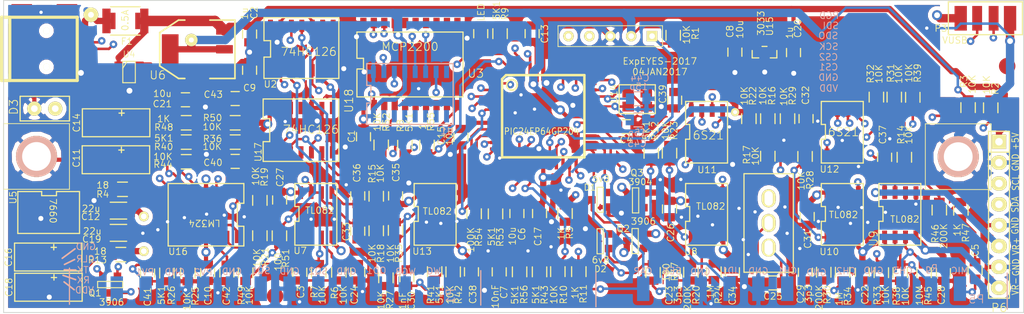
<source format=kicad_pcb>
(kicad_pcb (version 4) (host pcbnew 0.201507310902+6023~28~ubuntu14.04.1-product)
  (layers (0 F.Cu-L1 signal) (1 L2-GND signal) (2 L3-PWR signal) (31 B.Cu-L4 signal) (34 B.Paste user) (35 F.Paste user) (36 B.SilkS user) (37 F.SilkS user) (38 B.Mask user) (39 F.Mask user) (44 Edge.Cuts user))
  (net 0 "")
  (net 1 GND)
  (net 2 +5V)
  (net 3 Vdd)
  (net 4 "Net-(C14-Pad1)")
  (net 5 AVdd)
  (net 6 "Net-(C16-Pad2)")
  (net 7 V+)
  (net 8 V-)
  (net 9 SCK)
  (net 10 SCL)
  (net 11 SDA)
  (net 12 SDO)
  (net 13 "Net-(R28-Pad2)")
  (net 14 "Net-(C11-Pad1)")
  (net 15 "Net-(C14-Pad2)")
  (net 16 "Net-(C15-Pad1)")
  (net 17 "Net-(C16-Pad1)")
  (net 18 "Net-(C18-Pad2)")
  (net 19 VR-)
  (net 20 "Net-(C23-Pad1)")
  (net 21 "Net-(C23-Pad2)")
  (net 22 VR+)
  (net 23 "Net-(C29-Pad1)")
  (net 24 "Net-(C29-Pad2)")
  (net 25 "Net-(R16-Pad1)")
  (net 26 CH1out)
  (net 27 CH2out)
  (net 28 CH3out)
  (net 29 "Net-(R46-Pad1)")
  (net 30 MIC)
  (net 31 MICout)
  (net 32 "Net-(C6-Pad2)")
  (net 33 "Net-(C30-Pad2)")
  (net 34 SQ4)
  (net 35 CH1)
  (net 36 CH2)
  (net 37 CH3)
  (net 38 "Net-(R22-Pad1)")
  (net 39 "Net-(R33-Pad2)")
  (net 40 "Net-(U11-Pad3)")
  (net 41 CS.CH2)
  (net 42 CS.CH1)
  (net 43 "Net-(R14-Pad2)")
  (net 44 "Net-(U10-Pad6)")
  (net 45 "Net-(D3-Pad2)")
  (net 46 WG1)
  (net 47 SQR1)
  (net 48 SEN)
  (net 49 CAP)
  (net 50 Rg)
  (net 51 /D-)
  (net 52 /D+)
  (net 53 "Net-(C5-Pad1)")
  (net 54 /SQ2)
  (net 55 "Net-(D1-Pad2)")
  (net 56 "Net-(D2-Pad1)")
  (net 57 "Net-(C25-Pad1)")
  (net 58 12MHz)
  (net 59 PV1)
  (net 60 PV2)
  (net 61 ID1)
  (net 62 "Net-(R37-Pad2)")
  (net 63 /SQ1)
  (net 64 "Net-(C3-Pad1)")
  (net 65 "Net-(C24-Pad1)")
  (net 66 "Net-(C33-Pad1)")
  (net 67 "Net-(C36-Pad1)")
  (net 68 WG2)
  (net 69 "Net-(R19-Pad2)")
  (net 70 "Net-(R21-Pad2)")
  (net 71 "Net-(C40-Pad2)")
  (net 72 PDC2)
  (net 73 "Net-(Q1-Pad1)")
  (net 74 "Net-(Q1-Pad2)")
  (net 75 CCS)
  (net 76 "Net-(R27-Pad2)")
  (net 77 "Net-(C41-Pad1)")
  (net 78 "Net-(C42-Pad1)")
  (net 79 /SQ3)
  (net 80 RB14)
  (net 81 "Net-(R7-Pad2)")
  (net 82 "Net-(R15-Pad2)")
  (net 83 /OD1)
  (net 84 BOD1)
  (net 85 "Net-(C45-Pad1)")
  (net 86 "Net-(R52-Pad1)")
  (net 87 /PGC2)
  (net 88 "Net-(R51-Pad1)")
  (net 89 "Net-(C3-Pad2)")
  (net 90 SQR2)
  (net 91 "Net-(D4-Pad2)")
  (net 92 SQ4B)
  (net 93 SQ4A)
  (net 94 RB15)
  (net 95 AN8)
  (net 96 VUSB)
  (net 97 "Net-(R55-Pad1)")
  (net 98 RXD)
  (net 99 TXD)
  (net 100 MCLR)
  (net 101 "Net-(C7-Pad1)")
  (net 102 /PGD2)
  (module MyLib:C_0805 (layer F.Cu-L1) (at 118.745 98.5 90)
    (fp_text reference C1 (at 0.05 -1.45 90) (layer F.SilkS) (effects (font (size 0.8 0.8) (thickness 0.1))))
    (fp_text value 0.1u hide)
    (pad 1 smd rect (at -1 0 90) (size 1 1.3) (layers F.Cu-L1 F.Paste F.Mask) (net 1 GND))
    (pad 2 smd rect (at 1 0 90) (size 1 1.3) (layers F.Cu-L1 F.Paste F.Mask) (net 3 Vdd))
  )
  (module MyLib:C_0805 (layer F.Cu-L1) (at 111 115 90)
    (fp_text reference C3 (at -2.4 0.125 90) (layer F.SilkS) (effects (font (size 0.8 0.8) (thickness 0.1))))
    (fp_text value 0.1u hide)
    (pad 1 smd rect (at -1 0 90) (size 1 1.3) (layers F.Cu-L1 F.Paste F.Mask) (net 64 "Net-(C3-Pad1)"))
    (pad 2 smd rect (at 1 0 90) (size 1 1.3) (layers F.Cu-L1 F.Paste F.Mask) (net 89 "Net-(C3-Pad2)"))
  )
  (module MyLib:C_0805 (layer F.Cu-L1) (at 150.695 97.275)
    (fp_text reference C4 (at -0.025 1.6 180) (layer F.SilkS) (effects (font (size 0.8 0.8) (thickness 0.1))))
    (fp_text value 0.1u hide)
    (pad 1 smd rect (at -1 0) (size 1 1.3) (layers F.Cu-L1 F.Paste F.Mask) (net 3 Vdd))
    (pad 2 smd rect (at 1 0) (size 1 1.3) (layers F.Cu-L1 F.Paste F.Mask) (net 1 GND))
  )
  (module MyLib:C_0805 (layer F.Cu-L1) (at 193.095 114.78 270)
    (fp_text reference C5 (at -2.455 -0.025 450) (layer F.SilkS) (effects (font (size 0.8 0.8) (thickness 0.1))))
    (fp_text value 1u hide)
    (pad 1 smd rect (at -1 0 270) (size 1 1.3) (layers F.Cu-L1 F.Paste F.Mask) (net 53 "Net-(C5-Pad1)"))
    (pad 2 smd rect (at 1 0 270) (size 1 1.3) (layers F.Cu-L1 F.Paste F.Mask) (net 30 MIC))
  )
  (module MyLib:C_0805 (layer F.Cu-L1) (at 135.245 114.95 90)
    (fp_text reference C7 (at -2.5 0.575 90) (layer F.SilkS) (effects (font (size 0.8 0.8) (thickness 0.1))))
    (fp_text value 10nF (at -3 -0.475 90) (layer F.SilkS) (effects (font (size 0.8 0.8) (thickness 0.1))))
    (pad 1 smd rect (at -1 0 90) (size 1 1.3) (layers F.Cu-L1 F.Paste F.Mask) (net 101 "Net-(C7-Pad1)"))
    (pad 2 smd rect (at 1 0 90) (size 1 1.3) (layers F.Cu-L1 F.Paste F.Mask) (net 1 GND))
  )
  (module MyLib:C_0805 (layer F.Cu-L1) (at 104.895 90.4 270)
    (fp_text reference C9 (at 2.15 0 360) (layer F.SilkS) (effects (font (size 0.8 0.8) (thickness 0.1))))
    (fp_text value 0.1u hide)
    (pad 1 smd rect (at -1 0 270) (size 1 1.3) (layers F.Cu-L1 F.Paste F.Mask) (net 1 GND))
    (pad 2 smd rect (at 1 0 270) (size 1 1.3) (layers F.Cu-L1 F.Paste F.Mask) (net 2 +5V))
  )
  (module MyLib:C_0805 (layer F.Cu-L1) (at 99.795 115.05 270)
    (fp_text reference C10 (at 2.8 -0.05 450) (layer F.SilkS) (effects (font (size 0.8 0.8) (thickness 0.1))))
    (fp_text value 0.1u hide)
    (pad 1 smd rect (at -1 0 270) (size 1 1.3) (layers F.Cu-L1 F.Paste F.Mask) (net 8 V-))
    (pad 2 smd rect (at 1 0 270) (size 1 1.3) (layers F.Cu-L1 F.Paste F.Mask) (net 1 GND))
  )
  (module MyLib:TantalC_SizeC_EIA-6032_Reflow (layer F.Cu-L1) (at 88.645 101.3 180)
    (fp_text reference C11 (at 4.8 0.2 450) (layer F.SilkS) (effects (font (size 0.8 0.8) (thickness 0.1))))
    (fp_text value 100u hide)
    (pad 2 smd rect (at 2.52476 0 180) (size 2.55016 2.49936) (layers F.Cu-L1 F.Paste F.Mask) (net 1 GND))
    (pad 1 smd rect (at -2.52476 0 180) (size 2.55016 2.49936) (layers F.Cu-L1 F.Paste F.Mask) (net 14 "Net-(C11-Pad1)"))
  )
  (module MyLib:C_0805 (layer F.Cu-L1) (at 139.245 85.95 270)
    (fp_text reference C13 (at 0.025 -1.525 270) (layer F.SilkS) (effects (font (size 0.8 0.8) (thickness 0.1))))
    (fp_text value 0.1u hide)
    (pad 1 smd rect (at -1 0 270) (size 1 1.3) (layers F.Cu-L1 F.Paste F.Mask) (net 1 GND))
    (pad 2 smd rect (at 1 0 270) (size 1 1.3) (layers F.Cu-L1 F.Paste F.Mask) (net 3 Vdd))
  )
  (module MyLib:TantalC_SizeC_EIA-6032_Reflow (layer F.Cu-L1) (at 88.67 96.8 180)
    (fp_text reference C14 (at 4.8 0 270) (layer F.SilkS) (effects (font (size 0.8 0.8) (thickness 0.1))))
    (fp_text value 100u hide)
    (pad 2 smd rect (at 2.52476 0 180) (size 2.55016 2.49936) (layers F.Cu-L1 F.Paste F.Mask) (net 15 "Net-(C14-Pad2)"))
    (pad 1 smd rect (at -2.52476 0 180) (size 2.55016 2.49936) (layers F.Cu-L1 F.Paste F.Mask) (net 4 "Net-(C14-Pad1)"))
  )
  (module MyLib:TantalC_SizeC_EIA-6032_Reflow (layer F.Cu-L1) (at 80.42 113.15 180)
    (fp_text reference C16 (at 4.825 -0.025 450) (layer F.SilkS) (effects (font (size 0.8 0.8) (thickness 0.1))))
    (fp_text value 100u hide)
    (pad 2 smd rect (at 2.52476 0 180) (size 2.55016 2.49936) (layers F.Cu-L1 F.Paste F.Mask) (net 6 "Net-(C16-Pad2)"))
    (pad 1 smd rect (at -2.52476 0 180) (size 2.55016 2.49936) (layers F.Cu-L1 F.Paste F.Mask) (net 17 "Net-(C16-Pad1)"))
  )
  (module MyLib:C_0805 (layer F.Cu-L1) (at 140.145 107.85 90)
    (fp_text reference C17 (at -2.8 -0.2 90) (layer F.SilkS) (effects (font (size 0.8 0.8) (thickness 0.1))))
    (fp_text value 0.1u hide)
    (pad 1 smd rect (at -1 0 90) (size 1 1.3) (layers F.Cu-L1 F.Paste F.Mask) (net 1 GND))
    (pad 2 smd rect (at 1 0 90) (size 1 1.3) (layers F.Cu-L1 F.Paste F.Mask) (net 5 AVdd))
  )
  (module MyLib:TantalC_SizeC_EIA-6032_Reflow (layer F.Cu-L1) (at 80.445 116.825 180)
    (fp_text reference C18 (at 4.8 0 450) (layer F.SilkS) (effects (font (size 0.8 0.8) (thickness 0.1))))
    (fp_text value 100u hide)
    (pad 2 smd rect (at 2.52476 0 180) (size 2.55016 2.49936) (layers F.Cu-L1 F.Paste F.Mask) (net 18 "Net-(C18-Pad2)"))
    (pad 1 smd rect (at -2.52476 0 180) (size 2.55016 2.49936) (layers F.Cu-L1 F.Paste F.Mask) (net 1 GND))
  )
  (module MyLib:C_0805 (layer F.Cu-L1) (at 171.02 88.25 90)
    (fp_text reference C20 (at 2.95 0.525 90) (layer F.SilkS) (effects (font (size 0.8 0.8) (thickness 0.1))))
    (fp_text value 1u (at 2.4 -0.475 90) (layer F.SilkS) (effects (font (size 0.8 0.8) (thickness 0.1))))
    (pad 1 smd rect (at -1 0 90) (size 1 1.3) (layers F.Cu-L1 F.Paste F.Mask) (net 1 GND))
    (pad 2 smd rect (at 1 0 90) (size 1 1.3) (layers F.Cu-L1 F.Paste F.Mask) (net 2 +5V))
  )
  (module MyLib:C_0805 (layer F.Cu-L1) (at 179.395 115 90)
    (fp_text reference C22 (at -2.77 0.32 270) (layer F.SilkS) (effects (font (size 0.8 0.8) (thickness 0.1))))
    (fp_text value 0.1u hide)
    (pad 1 smd rect (at -1 0 90) (size 1 1.3) (layers F.Cu-L1 F.Paste F.Mask) (net 1 GND))
    (pad 2 smd rect (at 1 0 90) (size 1 1.3) (layers F.Cu-L1 F.Paste F.Mask) (net 19 VR-))
  )
  (module MyLib:C_0805 (layer F.Cu-L1) (at 156.395 115 270)
    (fp_text reference C23 (at 2.81 0.5 270) (layer F.SilkS) (effects (font (size 0.8 0.8) (thickness 0.1))))
    (fp_text value 3p3 (at 2.74 -0.56 270) (layer F.SilkS) (effects (font (size 0.8 0.8) (thickness 0.1))))
    (pad 1 smd rect (at -1 0 270) (size 1 1.3) (layers F.Cu-L1 F.Paste F.Mask) (net 20 "Net-(C23-Pad1)"))
    (pad 2 smd rect (at 1 0 270) (size 1 1.3) (layers F.Cu-L1 F.Paste F.Mask) (net 21 "Net-(C23-Pad2)"))
  )
  (module MyLib:C_0805 (layer F.Cu-L1) (at 118.045 115 270)
    (fp_text reference C24 (at 2.75 0.4 450) (layer F.SilkS) (effects (font (size 0.8 0.8) (thickness 0.1))))
    (fp_text value 0.1u hide)
    (pad 1 smd rect (at -1 0 270) (size 1 1.3) (layers F.Cu-L1 F.Paste F.Mask) (net 65 "Net-(C24-Pad1)"))
    (pad 2 smd rect (at 1 0 270) (size 1 1.3) (layers F.Cu-L1 F.Paste F.Mask) (net 1 GND))
  )
  (module MyLib:C_0805 (layer F.Cu-L1) (at 168.52 116.3)
    (fp_text reference C25 (at 0 1.625 180) (layer F.SilkS) (effects (font (size 0.8 0.8) (thickness 0.1))))
    (fp_text value 0.1u hide)
    (pad 1 smd rect (at -1 0) (size 1 1.3) (layers F.Cu-L1 F.Paste F.Mask) (net 57 "Net-(C25-Pad1)"))
    (pad 2 smd rect (at 1 0) (size 1 1.3) (layers F.Cu-L1 F.Paste F.Mask) (net 35 CH1))
  )
  (module MyLib:C_0805 (layer F.Cu-L1) (at 155.945 107.3 90)
    (fp_text reference C26 (at -2.875 0.15 270) (layer F.SilkS) (effects (font (size 0.8 0.8) (thickness 0.1))))
    (fp_text value 0.1u hide)
    (pad 1 smd rect (at -1 0 90) (size 1 1.3) (layers F.Cu-L1 F.Paste F.Mask) (net 1 GND))
    (pad 2 smd rect (at 1 0 90) (size 1 1.3) (layers F.Cu-L1 F.Paste F.Mask) (net 22 VR+))
  )
  (module MyLib:C_0805 (layer F.Cu-L1) (at 108.545 106.2 90)
    (fp_text reference C27 (at 2.75 0.05 90) (layer F.SilkS) (effects (font (size 0.8 0.8) (thickness 0.1))))
    (fp_text value 0.1u hide)
    (pad 1 smd rect (at -1 0 90) (size 1 1.3) (layers F.Cu-L1 F.Paste F.Mask) (net 1 GND))
    (pad 2 smd rect (at 1 0 90) (size 1 1.3) (layers F.Cu-L1 F.Paste F.Mask) (net 7 V+))
  )
  (module MyLib:C_0805 (layer F.Cu-L1) (at 189.245 115.05 90)
    (fp_text reference C28 (at -2.75 -0.25 90) (layer F.SilkS) (effects (font (size 0.8 0.8) (thickness 0.1))))
    (fp_text value 0.1u hide)
    (pad 1 smd rect (at -1 0 90) (size 1 1.3) (layers F.Cu-L1 F.Paste F.Mask) (net 1 GND))
    (pad 2 smd rect (at 1 0 90) (size 1 1.3) (layers F.Cu-L1 F.Paste F.Mask) (net 19 VR-))
  )
  (module MyLib:C_0805 (layer F.Cu-L1) (at 172.47 115 270)
    (fp_text reference C29 (at 2.65 0.6 270) (layer F.SilkS) (effects (font (size 0.8 0.8) (thickness 0.1))))
    (fp_text value 3p3 (at 2.625 -0.375 270) (layer F.SilkS) (effects (font (size 0.8 0.8) (thickness 0.1))))
    (pad 1 smd rect (at -1 0 270) (size 1 1.3) (layers F.Cu-L1 F.Paste F.Mask) (net 23 "Net-(C29-Pad1)"))
    (pad 2 smd rect (at 1 0 270) (size 1 1.3) (layers F.Cu-L1 F.Paste F.Mask) (net 24 "Net-(C29-Pad2)"))
  )
  (module MyLib:C_0805 (layer F.Cu-L1) (at 172.685 108.22 90)
    (fp_text reference C31 (at -2.75 0.075 90) (layer F.SilkS) (effects (font (size 0.8 0.8) (thickness 0.1))))
    (fp_text value 0.1u hide)
    (pad 1 smd rect (at -1 0 90) (size 1 1.3) (layers F.Cu-L1 F.Paste F.Mask) (net 1 GND))
    (pad 2 smd rect (at 1 0 90) (size 1 1.3) (layers F.Cu-L1 F.Paste F.Mask) (net 22 VR+))
  )
  (module MyLib:C_0805 (layer F.Cu-L1) (at 172.545 96.3 90)
    (fp_text reference C32 (at 2.85 -0.05 90) (layer F.SilkS) (effects (font (size 0.8 0.8) (thickness 0.1))))
    (fp_text value 0.1u hide)
    (pad 1 smd rect (at -1 0 90) (size 1 1.3) (layers F.Cu-L1 F.Paste F.Mask) (net 1 GND))
    (pad 2 smd rect (at 1 0 90) (size 1 1.3) (layers F.Cu-L1 F.Paste F.Mask) (net 5 AVdd))
  )
  (module MyLib:C_0805 (layer F.Cu-L1) (at 163.595 114.95 90)
    (fp_text reference C34 (at -2.9 0 270) (layer F.SilkS) (effects (font (size 0.8 0.8) (thickness 0.1))))
    (fp_text value 0.1u hide)
    (pad 1 smd rect (at -1 0 90) (size 1 1.3) (layers F.Cu-L1 F.Paste F.Mask) (net 1 GND))
    (pad 2 smd rect (at 1 0 90) (size 1 1.3) (layers F.Cu-L1 F.Paste F.Mask) (net 19 VR-))
  )
  (module MyLib:C_0805 (layer F.Cu-L1) (at 122.645 105.7 270)
    (fp_text reference C35 (at -2.85 -0.05 450) (layer F.SilkS) (effects (font (size 0.8 0.8) (thickness 0.1))))
    (fp_text value 0.1u hide)
    (pad 1 smd rect (at -1 0 270) (size 1 1.3) (layers F.Cu-L1 F.Paste F.Mask) (net 1 GND))
    (pad 2 smd rect (at 1 0 270) (size 1 1.3) (layers F.Cu-L1 F.Paste F.Mask) (net 7 V+))
  )
  (module MyLib:MountingHole-clear (layer F.Cu-L1) (at 78.995 100.9)
    (fp_text reference MH1 hide)
    (fp_text value M hide)
    (pad 1 thru_hole circle (at 0 0) (size 5 5) (drill 3.5) (layers *.Cu *.SilkS *.Mask) (net 1 GND))
  )
  (module MyLib:MountingHole-clear (layer F.Cu-L1) (at 191.045 100.925)
    (fp_text reference MH2 hide)
    (fp_text value M hide)
    (pad 1 thru_hole circle (at 0 0) (size 5 5) (drill 3.5) (layers *.Cu *.SilkS *.Mask) (net 1 GND))
  )
  (module MyLib:R_0805 (layer F.Cu-L1) (at 156.395 86.15 270)
    (fp_text reference R1 (at -0.225 -2.7 270) (layer F.SilkS) (effects (font (size 0.8 0.8) (thickness 0.1))))
    (fp_text value 10K (at -0.075 -1.625 270) (layer F.SilkS) (effects (font (size 0.8 0.8) (thickness 0.1))))
    (pad 1 smd rect (at -1 0 270) (size 1 1.3) (layers F.Cu-L1 F.Paste F.Mask) (net 3 Vdd))
    (pad 2 smd rect (at 1 0 270) (size 1 1.3) (layers F.Cu-L1 F.Paste F.Mask) (net 100 MCLR))
  )
  (module MyLib:R_0805 (layer F.Cu-L1) (at 194.995 94.975 90)
    (fp_text reference R2 (at 2.35 0.55 90) (layer F.SilkS) (effects (font (size 0.8 0.8) (thickness 0.1))))
    (fp_text value 10K (at 2.8 -0.5 90) (layer F.SilkS) (effects (font (size 0.8 0.8) (thickness 0.1))))
    (pad 1 smd rect (at -1 0 90) (size 1 1.3) (layers F.Cu-L1 F.Paste F.Mask) (net 10 SCL))
    (pad 2 smd rect (at 1 0 90) (size 1 1.3) (layers F.Cu-L1 F.Paste F.Mask) (net 3 Vdd))
  )
  (module MyLib:R_0805 (layer F.Cu-L1) (at 192.245 94.95 90)
    (fp_text reference R3 (at 3.175 -0.5 90) (layer F.SilkS) (effects (font (size 0.8 0.8) (thickness 0.1))))
    (fp_text value 10K (at 2.85 0.5 90) (layer F.SilkS) (effects (font (size 0.8 0.8) (thickness 0.1))))
    (pad 1 smd rect (at -1 0 90) (size 1 1.3) (layers F.Cu-L1 F.Paste F.Mask) (net 11 SDA))
    (pad 2 smd rect (at 1 0 90) (size 1 1.3) (layers F.Cu-L1 F.Paste F.Mask) (net 3 Vdd))
  )
  (module MyLib:R_0805 (layer F.Cu-L1) (at 143.245 107.85 270)
    (fp_text reference R5 (at 2.35 -0.55 450) (layer F.SilkS) (effects (font (size 0.8 0.8) (thickness 0.1))))
    (fp_text value 1K (at 2.45 0.45 270) (layer F.SilkS) (effects (font (size 0.8 0.8) (thickness 0.1))))
    (pad 1 smd rect (at -1 0 270) (size 1 1.3) (layers F.Cu-L1 F.Paste F.Mask) (net 7 V+))
    (pad 2 smd rect (at 1 0 270) (size 1 1.3) (layers F.Cu-L1 F.Paste F.Mask) (net 55 "Net-(D1-Pad2)"))
  )
  (module MyLib:R_0805 (layer F.Cu-L1) (at 115.745 115 270)
    (fp_text reference R6 (at 2.5 0.5 270) (layer F.SilkS) (effects (font (size 0.8 0.8) (thickness 0.1))))
    (fp_text value 10K (at 2.75 -0.55 270) (layer F.SilkS) (effects (font (size 0.8 0.8) (thickness 0.1))))
    (pad 1 smd rect (at -1 0 270) (size 1 1.3) (layers F.Cu-L1 F.Paste F.Mask) (net 65 "Net-(C24-Pad1)"))
    (pad 2 smd rect (at 1 0 270) (size 1 1.3) (layers F.Cu-L1 F.Paste F.Mask) (net 64 "Net-(C3-Pad1)"))
  )
  (module MyLib:R_0805 (layer F.Cu-L1) (at 113.3 115 90)
    (fp_text reference R7 (at -2.375 -0.525 90) (layer F.SilkS) (effects (font (size 0.8 0.8) (thickness 0.1))))
    (fp_text value 10K (at -2.725 0.425 90) (layer F.SilkS) (effects (font (size 0.8 0.8) (thickness 0.1))))
    (pad 1 smd rect (at -1 0 90) (size 1 1.3) (layers F.Cu-L1 F.Paste F.Mask) (net 64 "Net-(C3-Pad1)"))
    (pad 2 smd rect (at 1 0 90) (size 1 1.3) (layers F.Cu-L1 F.Paste F.Mask) (net 81 "Net-(R7-Pad2)"))
  )
  (module MyLib:R_0805 (layer F.Cu-L1) (at 123.775 99.54 270)
    (fp_text reference R8 (at -2.39 0.53 270) (layer F.SilkS) (effects (font (size 0.8 0.8) (thickness 0.1))))
    (fp_text value 5K1 (at -2.79 -0.52 270) (layer F.SilkS) (effects (font (size 0.8 0.8) (thickness 0.1))))
    (pad 1 smd rect (at -1 0 270) (size 1 1.3) (layers F.Cu-L1 F.Paste F.Mask) (net 45 "Net-(D3-Pad2)"))
    (pad 2 smd rect (at 1 0 270) (size 1 1.3) (layers F.Cu-L1 F.Paste F.Mask) (net 95 AN8))
  )
  (module MyLib:R_0805 (layer F.Cu-L1) (at 142.37 114.925 270)
    (fp_text reference R10 (at 2.8 -0.7 270) (layer F.SilkS) (effects (font (size 0.8 0.8) (thickness 0.1))))
    (fp_text value 10K (at 2.8 0.475 270) (layer F.SilkS) (effects (font (size 0.8 0.8) (thickness 0.1))))
    (pad 1 smd rect (at -1 0 270) (size 1 1.3) (layers F.Cu-L1 F.Paste F.Mask) (net 94 RB15))
    (pad 2 smd rect (at 1 0 270) (size 1 1.3) (layers F.Cu-L1 F.Paste F.Mask) (net 49 CAP))
  )
  (module MyLib:R_0805 (layer F.Cu-L1) (at 144.92 114.925 270)
    (fp_text reference R11 (at 2.7 -0.55 450) (layer F.SilkS) (effects (font (size 0.8 0.8) (thickness 0.1))))
    (fp_text value 1K (at 2.55 0.45 270) (layer F.SilkS) (effects (font (size 0.8 0.8) (thickness 0.1))))
    (pad 1 smd rect (at -1 0 270) (size 1 1.3) (layers F.Cu-L1 F.Paste F.Mask) (net 8 V-))
    (pad 2 smd rect (at 1 0 270) (size 1 1.3) (layers F.Cu-L1 F.Paste F.Mask) (net 56 "Net-(D2-Pad1)"))
  )
  (module MyLib:R_0805 (layer F.Cu-L1) (at 153.725 100.52 270)
    (fp_text reference R12 (at -2.75 -0.45 270) (layer F.SilkS) (effects (font (size 0.8 0.8) (thickness 0.1))))
    (fp_text value 5K1 (at -2.8 0.6 270) (layer F.SilkS) (effects (font (size 0.8 0.8) (thickness 0.1))))
    (pad 1 smd rect (at -1 0 270) (size 1 1.3) (layers F.Cu-L1 F.Paste F.Mask) (net 5 AVdd))
    (pad 2 smd rect (at 1 0 270) (size 1 1.3) (layers F.Cu-L1 F.Paste F.Mask) (net 48 SEN))
  )
  (module MyLib:R_0805 (layer F.Cu-L1) (at 167.895 96.3 90)
    (fp_text reference R16 (at 2.8 0.5 90) (layer F.SilkS) (effects (font (size 0.8 0.8) (thickness 0.1))))
    (fp_text value 10K (at 2.8 -0.6 90) (layer F.SilkS) (effects (font (size 0.8 0.8) (thickness 0.1))))
    (pad 1 smd rect (at -1 0 90) (size 1 1.3) (layers F.Cu-L1 F.Paste F.Mask) (net 25 "Net-(R16-Pad1)"))
    (pad 2 smd rect (at 1 0 90) (size 1 1.3) (layers F.Cu-L1 F.Paste F.Mask) (net 5 AVdd))
  )
  (module MyLib:R_0805 (layer F.Cu-L1) (at 167.895 100.87 270)
    (fp_text reference R17 (at -0.17 2.55 270) (layer F.SilkS) (effects (font (size 0.8 0.8) (thickness 0.1))))
    (fp_text value 10K (at -0.02 1.5 270) (layer F.SilkS) (effects (font (size 0.8 0.8) (thickness 0.1))))
    (pad 1 smd rect (at -1 0 270) (size 1 1.3) (layers F.Cu-L1 F.Paste F.Mask) (net 25 "Net-(R16-Pad1)"))
    (pad 2 smd rect (at 1 0 270) (size 1 1.3) (layers F.Cu-L1 F.Paste F.Mask) (net 1 GND))
  )
  (module MyLib:R_0805 (layer F.Cu-L1) (at 120.295 109.95 270)
    (fp_text reference R18 (at 2.75 -0.55 270) (layer F.SilkS) (effects (font (size 0.8 0.8) (thickness 0.1))))
    (fp_text value 10K (at 2.75 0.5 270) (layer F.SilkS) (effects (font (size 0.8 0.8) (thickness 0.1))))
    (pad 1 smd rect (at -1 0 270) (size 1 1.3) (layers F.Cu-L1 F.Paste F.Mask) (net 67 "Net-(C36-Pad1)"))
    (pad 2 smd rect (at 1 0 270) (size 1 1.3) (layers F.Cu-L1 F.Paste F.Mask) (net 66 "Net-(C33-Pad1)"))
  )
  (module MyLib:R_0805 (layer F.Cu-L1) (at 106.145 106.25 270)
    (fp_text reference R19 (at -2.85 -0.55 270) (layer F.SilkS) (effects (font (size 0.8 0.8) (thickness 0.1))))
    (fp_text value 10K (at -2.95 0.5 270) (layer F.SilkS) (effects (font (size 0.8 0.8) (thickness 0.1))))
    (pad 1 smd rect (at -1 0 270) (size 1 1.3) (layers F.Cu-L1 F.Paste F.Mask) (net 5 AVdd))
    (pad 2 smd rect (at 1 0 270) (size 1 1.3) (layers F.Cu-L1 F.Paste F.Mask) (net 69 "Net-(R19-Pad2)"))
  )
  (module MyLib:R_0805 (layer F.Cu-L1) (at 158.545 115 270)
    (fp_text reference R20 (at 2.75 -0.65 270) (layer F.SilkS) (effects (font (size 0.8 0.8) (thickness 0.1))))
    (fp_text value 200K (at 3.1 0.4 270) (layer F.SilkS) (effects (font (size 0.8 0.8) (thickness 0.1))))
    (pad 1 smd rect (at -1 0 270) (size 1 1.3) (layers F.Cu-L1 F.Paste F.Mask) (net 20 "Net-(C23-Pad1)"))
    (pad 2 smd rect (at 1 0 270) (size 1 1.3) (layers F.Cu-L1 F.Paste F.Mask) (net 21 "Net-(C23-Pad2)"))
  )
  (module MyLib:R_0805 (layer F.Cu-L1) (at 165.595 96.3 90)
    (fp_text reference R22 (at 2.775 0.475 90) (layer F.SilkS) (effects (font (size 0.8 0.8) (thickness 0.1))))
    (fp_text value 10K (at 2.775 -0.55 90) (layer F.SilkS) (effects (font (size 0.8 0.8) (thickness 0.1))))
    (pad 1 smd rect (at -1 0 90) (size 1 1.3) (layers F.Cu-L1 F.Paste F.Mask) (net 38 "Net-(R22-Pad1)"))
    (pad 2 smd rect (at 1 0 90) (size 1 1.3) (layers F.Cu-L1 F.Paste F.Mask) (net 5 AVdd))
  )
  (module MyLib:R_0805 (layer F.Cu-L1) (at 155.945 100.5 270)
    (fp_text reference R23 (at -2.75 -0.55 270) (layer F.SilkS) (effects (font (size 0.8 0.8) (thickness 0.1))))
    (fp_text value 10K (at -2.775 0.475 270) (layer F.SilkS) (effects (font (size 0.8 0.8) (thickness 0.1))))
    (pad 1 smd rect (at -1 0 270) (size 1 1.3) (layers F.Cu-L1 F.Paste F.Mask) (net 38 "Net-(R22-Pad1)"))
    (pad 2 smd rect (at 1 0 270) (size 1 1.3) (layers F.Cu-L1 F.Paste F.Mask) (net 20 "Net-(C23-Pad1)"))
  )
  (module MyLib:R_0805 (layer F.Cu-L1) (at 161.345 114.95 270)
    (fp_text reference R24 (at 2.75 -0.55 270) (layer F.SilkS) (effects (font (size 0.8 0.8) (thickness 0.1))))
    (fp_text value 1M (at 2.425 0.425 270) (layer F.SilkS) (effects (font (size 0.8 0.8) (thickness 0.1))))
    (pad 1 smd rect (at -1 0 270) (size 1 1.3) (layers F.Cu-L1 F.Paste F.Mask) (net 57 "Net-(C25-Pad1)"))
    (pad 2 smd rect (at 1 0 270) (size 1 1.3) (layers F.Cu-L1 F.Paste F.Mask) (net 21 "Net-(C23-Pad2)"))
  )
  (module MyLib:R_0805 (layer F.Cu-L1) (at 97.395 115.1 90)
    (fp_text reference R25 (at -2.8 0.9 90) (layer F.SilkS) (effects (font (size 0.8 0.8) (thickness 0.1))))
    (fp_text value 10K (at -3.4 -0.1 90) (layer F.SilkS) (effects (font (size 0.8 0.8) (thickness 0.1))))
    (pad 1 smd rect (at -1 0 90) (size 1 1.3) (layers F.Cu-L1 F.Paste F.Mask) (net 1 GND))
    (pad 2 smd rect (at 1 0 90) (size 1 1.3) (layers F.Cu-L1 F.Paste F.Mask) (net 77 "Net-(C41-Pad1)"))
  )
  (module MyLib:R_0805 (layer F.Cu-L1) (at 94.845 115.1 90)
    (fp_text reference R26 (at -2.7 0.55 90) (layer F.SilkS) (effects (font (size 0.8 0.8) (thickness 0.1))))
    (fp_text value 5K1 (at -2.7 -0.65 90) (layer F.SilkS) (effects (font (size 0.8 0.8) (thickness 0.1))))
    (pad 1 smd rect (at -1 0 90) (size 1 1.3) (layers F.Cu-L1 F.Paste F.Mask) (net 77 "Net-(C41-Pad1)"))
    (pad 2 smd rect (at 1 0 90) (size 1 1.3) (layers F.Cu-L1 F.Paste F.Mask) (net 59 PV1))
  )
  (module MyLib:R_0805 (layer F.Cu-L1) (at 121.47 115.675 90)
    (fp_text reference R27 (at -2.725 0.475 90) (layer F.SilkS) (effects (font (size 0.8 0.8) (thickness 0.1))))
    (fp_text value 10K (at -2.75 -0.575 90) (layer F.SilkS) (effects (font (size 0.8 0.8) (thickness 0.1))))
    (pad 1 smd rect (at -1 0 90) (size 1 1.3) (layers F.Cu-L1 F.Paste F.Mask) (net 46 WG1))
    (pad 2 smd rect (at 1 0 90) (size 1 1.3) (layers F.Cu-L1 F.Paste F.Mask) (net 76 "Net-(R27-Pad2)"))
  )
  (module MyLib:R_0805 (layer F.Cu-L1) (at 172.425 100.9 90)
    (fp_text reference R28 (at -2.87 0.605 90) (layer F.SilkS) (effects (font (size 0.8 0.8) (thickness 0.1))))
    (fp_text value 10K (at -2.96 -0.47 90) (layer F.SilkS) (effects (font (size 0.8 0.8) (thickness 0.1))))
    (pad 1 smd rect (at -1 0 90) (size 1 1.3) (layers F.Cu-L1 F.Paste F.Mask) (net 23 "Net-(C29-Pad1)"))
    (pad 2 smd rect (at 1 0 90) (size 1 1.3) (layers F.Cu-L1 F.Paste F.Mask) (net 13 "Net-(R28-Pad2)"))
  )
  (module MyLib:R_0805 (layer F.Cu-L1) (at 170.295 96.3 270)
    (fp_text reference R29 (at -2.8 -0.6 270) (layer F.SilkS) (effects (font (size 0.8 0.8) (thickness 0.1))))
    (fp_text value 10K (at -2.7 0.45 270) (layer F.SilkS) (effects (font (size 0.8 0.8) (thickness 0.1))))
    (pad 1 smd rect (at -1 0 270) (size 1 1.3) (layers F.Cu-L1 F.Paste F.Mask) (net 5 AVdd))
    (pad 2 smd rect (at 1 0 270) (size 1 1.3) (layers F.Cu-L1 F.Paste F.Mask) (net 13 "Net-(R28-Pad2)"))
  )
  (module MyLib:R_0805 (layer F.Cu-L1) (at 174.695 115 270)
    (fp_text reference R30 (at 2.725 -0.425 270) (layer F.SilkS) (effects (font (size 0.8 0.8) (thickness 0.1))))
    (fp_text value 200K (at 3.075 0.55 270) (layer F.SilkS) (effects (font (size 0.8 0.8) (thickness 0.1))))
    (pad 1 smd rect (at -1 0 270) (size 1 1.3) (layers F.Cu-L1 F.Paste F.Mask) (net 23 "Net-(C29-Pad1)"))
    (pad 2 smd rect (at 1 0 270) (size 1 1.3) (layers F.Cu-L1 F.Paste F.Mask) (net 24 "Net-(C29-Pad2)"))
  )
  (module MyLib:R_0805 (layer F.Cu-L1) (at 183.27 93.675 90)
    (fp_text reference R31 (at 2.925 -0.425 90) (layer F.SilkS) (effects (font (size 0.8 0.8) (thickness 0.1))))
    (fp_text value 10K (at 2.8 0.55 90) (layer F.SilkS) (effects (font (size 0.8 0.8) (thickness 0.1))))
    (pad 1 smd rect (at -1 0 90) (size 1 1.3) (layers F.Cu-L1 F.Paste F.Mask) (net 31 MICout))
    (pad 2 smd rect (at 1 0 90) (size 1 1.3) (layers F.Cu-L1 F.Paste F.Mask) (net 5 AVdd))
  )
  (module MyLib:R_0805 (layer F.Cu-L1) (at 181.095 93.675 90)
    (fp_text reference R32 (at 2.85 -0.71 90) (layer F.SilkS) (effects (font (size 0.8 0.8) (thickness 0.1))))
    (fp_text value 10K (at 2.825 0.315 90) (layer F.SilkS) (effects (font (size 0.8 0.8) (thickness 0.1))))
    (pad 1 smd rect (at -1 0 90) (size 1 1.3) (layers F.Cu-L1 F.Paste F.Mask) (net 28 CH3out))
    (pad 2 smd rect (at 1 0 90) (size 1 1.3) (layers F.Cu-L1 F.Paste F.Mask) (net 5 AVdd))
  )
  (module MyLib:R_0805 (layer F.Cu-L1) (at 181.695 115.05 270)
    (fp_text reference R33 (at 2.78 0.48 270) (layer F.SilkS) (effects (font (size 0.8 0.8) (thickness 0.1))))
    (fp_text value 10K (at 2.73 -0.52 270) (layer F.SilkS) (effects (font (size 0.8 0.8) (thickness 0.1))))
    (pad 1 smd rect (at -1 0 270) (size 1 1.3) (layers F.Cu-L1 F.Paste F.Mask) (net 28 CH3out))
    (pad 2 smd rect (at 1 0 270) (size 1 1.3) (layers F.Cu-L1 F.Paste F.Mask) (net 39 "Net-(R33-Pad2)"))
  )
  (module MyLib:R_0805 (layer F.Cu-L1) (at 176.995 115 90)
    (fp_text reference R34 (at -2.9 0.625 90) (layer F.SilkS) (effects (font (size 0.8 0.8) (thickness 0.1))))
    (fp_text value 1M (at -3.25 -0.425 90) (layer F.SilkS) (effects (font (size 0.8 0.8) (thickness 0.1))))
    (pad 1 smd rect (at -1 0 90) (size 1 1.3) (layers F.Cu-L1 F.Paste F.Mask) (net 36 CH2))
    (pad 2 smd rect (at 1 0 90) (size 1 1.3) (layers F.Cu-L1 F.Paste F.Mask) (net 24 "Net-(C29-Pad2)"))
  )
  (module MyLib:R_0805 (layer F.Cu-L1) (at 122.645 109.9 90)
    (fp_text reference R35 (at -2.8 0.4 90) (layer F.SilkS) (effects (font (size 0.8 0.8) (thickness 0.1))))
    (fp_text value 10K (at -2.8 -0.6 90) (layer F.SilkS) (effects (font (size 0.8 0.8) (thickness 0.1))))
    (pad 1 smd rect (at -1 0 90) (size 1 1.3) (layers F.Cu-L1 F.Paste F.Mask) (net 76 "Net-(R27-Pad2)"))
    (pad 2 smd rect (at 1 0 90) (size 1 1.3) (layers F.Cu-L1 F.Paste F.Mask) (net 68 WG2))
  )
  (module MyLib:R_0805 (layer F.Cu-L1) (at 153.945 115.025 90)
    (fp_text reference R37 (at 0.1 2.63 90) (layer F.SilkS) (effects (font (size 0.8 0.8) (thickness 0.1))))
    (fp_text value 100 (at 0 1.61 90) (layer F.SilkS) (effects (font (size 0.8 0.8) (thickness 0.1))))
    (pad 1 smd rect (at -1 0 90) (size 1 1.3) (layers F.Cu-L1 F.Paste F.Mask) (net 61 ID1))
    (pad 2 smd rect (at 1 0 90) (size 1 1.3) (layers F.Cu-L1 F.Paste F.Mask) (net 62 "Net-(R37-Pad2)"))
  )
  (module MyLib:R_0805 (layer F.Cu-L1) (at 183.995 115.05 270)
    (fp_text reference R38 (at 2.85 0.45 270) (layer F.SilkS) (effects (font (size 0.8 0.8) (thickness 0.1))))
    (fp_text value 10K (at 2.85 -0.65 270) (layer F.SilkS) (effects (font (size 0.8 0.8) (thickness 0.1))))
    (pad 1 smd rect (at -1 0 270) (size 1 1.3) (layers F.Cu-L1 F.Paste F.Mask) (net 50 Rg))
    (pad 2 smd rect (at 1 0 270) (size 1 1.3) (layers F.Cu-L1 F.Paste F.Mask) (net 39 "Net-(R33-Pad2)"))
  )
  (module MyLib:R_0805 (layer F.Cu-L1) (at 185.52 93.7 90)
    (fp_text reference R39 (at 2.95 0.575 90) (layer F.SilkS) (effects (font (size 0.8 0.8) (thickness 0.1))))
    (fp_text value 10K (at 2.95 -0.475 90) (layer F.SilkS) (effects (font (size 0.8 0.8) (thickness 0.1))))
    (pad 1 smd rect (at -1 0 90) (size 1 1.3) (layers F.Cu-L1 F.Paste F.Mask) (net 30 MIC))
    (pad 2 smd rect (at 1 0 90) (size 1 1.3) (layers F.Cu-L1 F.Paste F.Mask) (net 5 AVdd))
  )
  (module MyLib:R_0805 (layer F.Cu-L1) (at 127.395 114.925 270)
    (fp_text reference R41 (at 2.8 0.475 270) (layer F.SilkS) (effects (font (size 0.8 0.8) (thickness 0.1))))
    (fp_text value 5K1 (at 2.75 -0.575 270) (layer F.SilkS) (effects (font (size 0.8 0.8) (thickness 0.1))))
    (pad 1 smd rect (at -1 0 270) (size 1 1.3) (layers F.Cu-L1 F.Paste F.Mask) (net 33 "Net-(C30-Pad2)"))
    (pad 2 smd rect (at 1 0 270) (size 1 1.3) (layers F.Cu-L1 F.Paste F.Mask) (net 101 "Net-(C7-Pad1)"))
  )
  (module MyLib:R_0805 (layer F.Cu-L1) (at 129.645 114.95 270)
    (fp_text reference R42 (at 2.775 -0.65 270) (layer F.SilkS) (effects (font (size 0.8 0.8) (thickness 0.1))))
    (fp_text value 10K (at 2.8 0.375 270) (layer F.SilkS) (effects (font (size 0.8 0.8) (thickness 0.1))))
    (pad 1 smd rect (at -1 0 270) (size 1 1.3) (layers F.Cu-L1 F.Paste F.Mask) (net 101 "Net-(C7-Pad1)"))
    (pad 2 smd rect (at 1 0 270) (size 1 1.3) (layers F.Cu-L1 F.Paste F.Mask) (net 46 WG1))
  )
  (module MyLib:R_0805 (layer F.Cu-L1) (at 140.145 114.95 270)
    (fp_text reference R43 (at 2.8 -0.6 270) (layer F.SilkS) (effects (font (size 0.8 0.8) (thickness 0.1))))
    (fp_text value 5K1 (at 2.75 0.45 270) (layer F.SilkS) (effects (font (size 0.8 0.8) (thickness 0.1))))
    (pad 1 smd rect (at -1 0 270) (size 1 1.3) (layers F.Cu-L1 F.Paste F.Mask) (net 92 SQ4B))
    (pad 2 smd rect (at 1 0 270) (size 1 1.3) (layers F.Cu-L1 F.Paste F.Mask) (net 1 GND))
  )
  (module MyLib:R_0805 (layer F.Cu-L1) (at 186.895 115.05 90)
    (fp_text reference R45 (at -2.8 0.5 90) (layer F.SilkS) (effects (font (size 0.8 0.8) (thickness 0.1))))
    (fp_text value 10M (at -2.8 -0.55 90) (layer F.SilkS) (effects (font (size 0.8 0.8) (thickness 0.1))))
    (pad 1 smd rect (at -1 0 90) (size 1 1.3) (layers F.Cu-L1 F.Paste F.Mask) (net 1 GND))
    (pad 2 smd rect (at 1 0 90) (size 1 1.3) (layers F.Cu-L1 F.Paste F.Mask) (net 37 CH3))
  )
  (module MyLib:R_0805 (layer F.Cu-L1) (at 188.745 107.425 90)
    (fp_text reference R46 (at -2.875 -0.5 90) (layer F.SilkS) (effects (font (size 0.8 0.8) (thickness 0.1))))
    (fp_text value 200K (at -3.175 0.55 90) (layer F.SilkS) (effects (font (size 0.8 0.8) (thickness 0.1))))
    (pad 1 smd rect (at -1 0 90) (size 1 1.3) (layers F.Cu-L1 F.Paste F.Mask) (net 29 "Net-(R46-Pad1)"))
    (pad 2 smd rect (at 1 0 90) (size 1 1.3) (layers F.Cu-L1 F.Paste F.Mask) (net 43 "Net-(R14-Pad2)"))
  )
  (module MyLib:R_0805 (layer F.Cu-L1) (at 191.37 107.45 270)
    (fp_text reference R47 (at 2.75 -0.6 270) (layer F.SilkS) (effects (font (size 0.8 0.8) (thickness 0.1))))
    (fp_text value 1K (at 2.4 0.45 270) (layer F.SilkS) (effects (font (size 0.8 0.8) (thickness 0.1))))
    (pad 1 smd rect (at -1 0 270) (size 1 1.3) (layers F.Cu-L1 F.Paste F.Mask) (net 29 "Net-(R46-Pad1)"))
    (pad 2 smd rect (at 1 0 270) (size 1 1.3) (layers F.Cu-L1 F.Paste F.Mask) (net 53 "Net-(C5-Pad1)"))
  )
  (module MyLib:myTestPoint (layer F.Cu-L1) (at 163.92 95.5)
    (fp_text reference TP1 hide)
    (fp_text value AVdd hide)
    (pad 1 thru_hole circle (at 0 0) (size 1 1) (drill 0.5) (layers *.Cu *.Mask F.SilkS) (net 5 AVdd))
  )
  (module MyLib:myTestPoint (layer F.Cu-L1) (at 97.815 86.72)
    (fp_text reference TP2 hide)
    (fp_text value Vdd hide)
    (pad 1 thru_hole circle (at 0 0) (size 1.524 1.524) (drill 0.6096) (layers *.Cu *.Mask F.SilkS) (net 3 Vdd))
  )
  (module MyLib:TQFP-44 (layer F.Cu-L1) (at 140.595 96)
    (fp_text reference U3 (at -8.2 -5.2) (layer F.SilkS) (effects (font (thickness 0.1))))
    (fp_text value PIC24EP64GP204 (at -0.2 1.85 180) (layer F.SilkS) (effects (font (size 0.8 0.7) (thickness 0.1))))
    (pad 39 smd rect (at 0 -5.715) (size 0.4064 1.524) (layers F.Cu-L1 F.Paste F.Mask) (net 1 GND))
    (pad 40 smd rect (at -0.8001 -5.715) (size 0.4064 1.524) (layers F.Cu-L1 F.Paste F.Mask) (net 3 Vdd))
    (pad 41 smd rect (at -1.6002 -5.715) (size 0.4064 1.524) (layers F.Cu-L1 F.Paste F.Mask) (net 102 /PGD2))
    (pad 42 smd rect (at -2.4003 -5.715) (size 0.4064 1.524) (layers F.Cu-L1 F.Paste F.Mask) (net 87 /PGC2))
    (pad 43 smd rect (at -3.2004 -5.715) (size 0.4064 1.524) (layers F.Cu-L1 F.Paste F.Mask) (net 98 RXD))
    (pad 44 smd rect (at -4.0005 -5.715) (size 0.4064 1.524) (layers F.Cu-L1 F.Paste F.Mask) (net 99 TXD))
    (pad 38 smd rect (at 0.8001 -5.715) (size 0.4064 1.524) (layers F.Cu-L1 F.Paste F.Mask))
    (pad 37 smd rect (at 1.6002 -5.715) (size 0.4064 1.524) (layers F.Cu-L1 F.Paste F.Mask))
    (pad 36 smd rect (at 2.4003 -5.715) (size 0.4064 1.524) (layers F.Cu-L1 F.Paste F.Mask) (net 9 SCK))
    (pad 35 smd rect (at 3.2004 -5.715) (size 0.4064 1.524) (layers F.Cu-L1 F.Paste F.Mask))
    (pad 34 smd rect (at 4.0005 -5.715) (size 0.4064 1.524) (layers F.Cu-L1 F.Paste F.Mask) (net 12 SDO))
    (pad 17 smd rect (at 0 5.715) (size 0.4064 1.524) (layers F.Cu-L1 F.Paste F.Mask) (net 5 AVdd))
    (pad 16 smd rect (at -0.8001 5.715) (size 0.4064 1.524) (layers F.Cu-L1 F.Paste F.Mask) (net 1 GND))
    (pad 15 smd rect (at -1.6002 5.715) (size 0.4064 1.524) (layers F.Cu-L1 F.Paste F.Mask) (net 94 RB15))
    (pad 14 smd rect (at -2.4003 5.715) (size 0.4064 1.524) (layers F.Cu-L1 F.Paste F.Mask) (net 80 RB14))
    (pad 13 smd rect (at -3.2004 5.715) (size 0.4064 1.524) (layers F.Cu-L1 F.Paste F.Mask) (net 41 CS.CH2))
    (pad 12 smd rect (at -4.0005 5.715) (size 0.4064 1.524) (layers F.Cu-L1 F.Paste F.Mask) (net 42 CS.CH1))
    (pad 18 smd rect (at 0.8001 5.715) (size 0.4064 1.524) (layers F.Cu-L1 F.Paste F.Mask) (net 100 MCLR))
    (pad 19 smd rect (at 1.6002 5.715) (size 0.4064 1.524) (layers F.Cu-L1 F.Paste F.Mask) (net 27 CH2out))
    (pad 20 smd rect (at 2.4003 5.715) (size 0.4064 1.524) (layers F.Cu-L1 F.Paste F.Mask) (net 28 CH3out))
    (pad 21 smd rect (at 3.2004 5.715) (size 0.4064 1.524) (layers F.Cu-L1 F.Paste F.Mask) (net 31 MICout))
    (pad 22 smd rect (at 4.0005 5.715) (size 0.4064 1.524) (layers F.Cu-L1 F.Paste F.Mask) (net 26 CH1out))
    (pad 6 smd rect (at -5.715 0) (size 1.524 0.4064) (layers F.Cu-L1 F.Paste F.Mask) (net 1 GND))
    (pad 28 smd rect (at 5.715 0) (size 1.524 0.4064) (layers F.Cu-L1 F.Paste F.Mask) (net 3 Vdd))
    (pad 7 smd rect (at -5.715 0.8001) (size 1.524 0.4064) (layers F.Cu-L1 F.Paste F.Mask) (net 16 "Net-(C15-Pad1)"))
    (pad 27 smd rect (at 5.715 0.8001) (size 1.524 0.4064) (layers F.Cu-L1 F.Paste F.Mask) (net 95 AN8))
    (pad 26 smd rect (at 5.715 1.6002) (size 1.524 0.4064) (layers F.Cu-L1 F.Paste F.Mask) (net 48 SEN))
    (pad 8 smd rect (at -5.715 1.6002) (size 1.524 0.4064) (layers F.Cu-L1 F.Paste F.Mask) (net 93 SQ4A))
    (pad 9 smd rect (at -5.715 2.4003) (size 1.524 0.4064) (layers F.Cu-L1 F.Paste F.Mask) (net 92 SQ4B))
    (pad 25 smd rect (at 5.715 2.4003) (size 1.524 0.4064) (layers F.Cu-L1 F.Paste F.Mask) (net 75 CCS))
    (pad 24 smd rect (at 5.715 3.2004) (size 1.524 0.4064) (layers F.Cu-L1 F.Paste F.Mask) (net 49 CAP))
    (pad 10 smd rect (at -5.715 3.2004) (size 1.524 0.4064) (layers F.Cu-L1 F.Paste F.Mask) (net 83 /OD1))
    (pad 11 smd rect (at -5.715 4.0005) (size 1.524 0.4064) (layers F.Cu-L1 F.Paste F.Mask) (net 63 /SQ1))
    (pad 23 smd rect (at 5.715 4.0005) (size 1.524 0.4064) (layers F.Cu-L1 F.Paste F.Mask) (net 62 "Net-(R37-Pad2)"))
    (pad 29 smd rect (at 5.715 -0.8001) (size 1.524 0.4064) (layers F.Cu-L1 F.Paste F.Mask) (net 1 GND))
    (pad 5 smd rect (at -5.715 -0.8001) (size 1.524 0.4064) (layers F.Cu-L1 F.Paste F.Mask) (net 34 SQ4))
    (pad 4 smd rect (at -5.715 -1.6002) (size 1.524 0.4064) (layers F.Cu-L1 F.Paste F.Mask) (net 79 /SQ3))
    (pad 30 smd rect (at 5.715 -1.6002) (size 1.524 0.4064) (layers F.Cu-L1 F.Paste F.Mask) (net 85 "Net-(C45-Pad1)"))
    (pad 31 smd rect (at 5.715 -2.4003) (size 1.524 0.4064) (layers F.Cu-L1 F.Paste F.Mask) (net 58 12MHz))
    (pad 3 smd rect (at -5.715 -2.4003) (size 1.524 0.4064) (layers F.Cu-L1 F.Paste F.Mask) (net 54 /SQ2))
    (pad 2 smd rect (at -5.715 -3.2004) (size 1.524 0.4064) (layers F.Cu-L1 F.Paste F.Mask) (net 83 /OD1))
    (pad 32 smd rect (at 5.715 -3.2004) (size 1.524 0.4064) (layers F.Cu-L1 F.Paste F.Mask) (net 11 SDA))
    (pad 33 smd rect (at 5.715 -4.0005) (size 1.524 0.4064) (layers F.Cu-L1 F.Paste F.Mask) (net 10 SCL))
    (pad 1 smd rect (at -5.715 -4.0005) (size 1.524 0.4064) (layers F.Cu-L1 F.Paste F.Mask) (net 63 /SQ1))
  )
  (module MyLib:SOT-23-6 (layer F.Cu-L1) (at 90.245 90.65 270)
    (fp_text reference U4 (at -2.2 0 540) (layer F.SilkS) (effects (font (size 0.762 0.762) (thickness 0.0762))))
    (fp_text value TC1240A hide)
    (pad 6 smd rect (at -0.9525 -1.27 270) (size 0.70104 1.00076) (layers F.Cu-L1 F.Paste F.Mask) (net 4 "Net-(C14-Pad1)"))
    (pad 5 smd rect (at 0 -1.27 270) (size 0.70104 1.00076) (layers F.Cu-L1 F.Paste F.Mask) (net 14 "Net-(C11-Pad1)"))
    (pad 4 smd rect (at 0.9525 -1.27 270) (size 0.70104 1.00076) (layers F.Cu-L1 F.Paste F.Mask) (net 1 GND))
    (pad 3 smd rect (at 0.9525 1.27 270) (size 0.70104 1.00076) (layers F.Cu-L1 F.Paste F.Mask) (net 15 "Net-(C14-Pad2)"))
    (pad 2 smd rect (at 0 1.27 270) (size 0.70104 1.00076) (layers F.Cu-L1 F.Paste F.Mask) (net 1 GND))
    (pad 1 smd rect (at -0.9525 1.27 270) (size 0.70104 1.00076) (layers F.Cu-L1 F.Paste F.Mask) (net 2 +5V))
  )
  (module MyLib:C_0805 (layer F.Cu-L1) (at 182.095 101 270)
    (fp_text reference C37 (at -2.75 0.225 270) (layer F.SilkS) (effects (font (size 0.8 0.8) (thickness 0.1))))
    (fp_text value 0.1u hide)
    (pad 1 smd rect (at -1 0 270) (size 1 1.3) (layers F.Cu-L1 F.Paste F.Mask) (net 1 GND))
    (pad 2 smd rect (at 1 0 270) (size 1 1.3) (layers F.Cu-L1 F.Paste F.Mask) (net 22 VR+))
  )
  (module MyLib:C_0805 (layer F.Cu-L1) (at 131.87 114.95 90)
    (fp_text reference C38 (at -2.75 0.175 270) (layer F.SilkS) (effects (font (size 0.8 0.8) (thickness 0.1))))
    (fp_text value 0.1u hide)
    (pad 1 smd rect (at -1 0 90) (size 1 1.3) (layers F.Cu-L1 F.Paste F.Mask) (net 1 GND))
    (pad 2 smd rect (at 1 0 90) (size 1 1.3) (layers F.Cu-L1 F.Paste F.Mask) (net 8 V-))
  )
  (module MyLib:R_0805 (layer F.Cu-L1) (at 184.495 101 270)
    (fp_text reference R14 (at -2.75 0.4 270) (layer F.SilkS) (effects (font (size 0.8 0.8) (thickness 0.1))))
    (fp_text value 10K (at -2.75 -0.55 270) (layer F.SilkS) (effects (font (size 0.8 0.8) (thickness 0.1))))
    (pad 1 smd rect (at -1 0 270) (size 1 1.3) (layers F.Cu-L1 F.Paste F.Mask) (net 31 MICout))
    (pad 2 smd rect (at 1 0 270) (size 1 1.3) (layers F.Cu-L1 F.Paste F.Mask) (net 43 "Net-(R14-Pad2)"))
  )
  (module MyLib:C_0805 (layer F.Cu-L1) (at 124.02 115.65 90)
    (fp_text reference C30 (at -2.8 0.545 90) (layer F.SilkS) (effects (font (size 0.8 0.8) (thickness 0.1))))
    (fp_text value 1nF (at -2.85 -0.505 270) (layer F.SilkS) (effects (font (size 0.8 0.8) (thickness 0.1))))
    (pad 1 smd rect (at -1 0 90) (size 1 1.3) (layers F.Cu-L1 F.Paste F.Mask) (net 46 WG1))
    (pad 2 smd rect (at 1 0 90) (size 1 1.3) (layers F.Cu-L1 F.Paste F.Mask) (net 33 "Net-(C30-Pad2)"))
  )
  (module MyLib:R_0805 (layer F.Cu-L1) (at 135.345 85.95 270)
    (fp_text reference R9 (at -2.425 -0.6 270) (layer F.SilkS) (effects (font (size 0.8 0.8) (thickness 0.1))))
    (fp_text value 5K1 (at -2.825 0.425 270) (layer F.SilkS) (effects (font (size 0.8 0.8) (thickness 0.1))))
    (pad 1 smd rect (at -1 0 270) (size 1 1.3) (layers F.Cu-L1 F.Paste F.Mask) (net 91 "Net-(D4-Pad2)"))
    (pad 2 smd rect (at 1 0 270) (size 1 1.3) (layers F.Cu-L1 F.Paste F.Mask) (net 3 Vdd))
  )
  (module MyLib:C_0805 (layer F.Cu-L1) (at 156.57 94.05 90)
    (fp_text reference C39 (at 0.75 -1.45 270) (layer F.SilkS) (effects (font (size 0.8 0.8) (thickness 0.1))))
    (fp_text value 0.1u hide)
    (pad 1 smd rect (at -1 0 90) (size 1 1.3) (layers F.Cu-L1 F.Paste F.Mask) (net 1 GND))
    (pad 2 smd rect (at 1 0 90) (size 1 1.3) (layers F.Cu-L1 F.Paste F.Mask) (net 5 AVdd))
  )
  (module MyLib:C_0805 (layer F.Cu-L1) (at 132.995 85.95 90)
    (fp_text reference D4 hide)
    (fp_text value LED (at 2.6 0.05 90) (layer F.SilkS) (effects (font (size 0.8 0.8) (thickness 0.1))))
    (pad 1 smd rect (at -1 0 90) (size 1 1.3) (layers F.Cu-L1 F.Paste F.Mask) (net 1 GND))
    (pad 2 smd rect (at 1 0 90) (size 1 1.3) (layers F.Cu-L1 F.Paste F.Mask) (net 91 "Net-(D4-Pad2)"))
  )
  (module MyLib:myTestPoint (layer F.Cu-L1) (at 85.615 83.65)
    (fp_text reference TP4 hide)
    (fp_text value Vusb hide)
    (pad 1 thru_hole circle (at 0 0) (size 1.778 1.778) (drill 0.7112) (layers *.Cu *.Mask F.SilkS) (net 96 VUSB))
  )
  (module MyLib:SOT-223 (layer F.Cu-L1) (at 98.545 87.85 90)
    (fp_text reference U6 (at -3.15 -4.825 180) (layer F.SilkS) (effects (font (thickness 0.1))))
    (fp_text value LM1117-3.3 hide)
    (pad 4 smd rect (at 0 -3.302 90) (size 3.6576 2.032) (layers F.Cu-L1 F.Paste F.Mask) (net 3 Vdd))
    (pad 2 smd rect (at 0 3.302 90) (size 1.016 2.032) (layers F.Cu-L1 F.Paste F.Mask) (net 3 Vdd))
    (pad 3 smd rect (at 2.286 3.302 90) (size 1.016 2.032) (layers F.Cu-L1 F.Paste F.Mask) (net 2 +5V))
    (pad 1 smd rect (at -2.286 3.302 90) (size 1.016 2.032) (layers F.Cu-L1 F.Paste F.Mask) (net 1 GND))
  )
  (module TRAN:sot23 (layer F.Cu-L1) (at 167.495 88.2 180)
    (fp_text reference U15 (at -0.625 3.15 270) (layer F.SilkS) (effects (font (size 0.8 0.8) (thickness 0.1))))
    (fp_text value 3033 (at 0.425 3.525 450) (layer F.SilkS) (effects (font (size 0.8 0.8) (thickness 0.1))))
    (pad 1 smd rect (at -0.9525 1.05664 180) (size 0.59944 1.00076) (layers F.Cu-L1 F.Paste F.Mask) (net 2 +5V))
    (pad 3 smd rect (at 0 -1.05664 180) (size 0.59944 1.00076) (layers F.Cu-L1 F.Paste F.Mask) (net 1 GND))
    (pad 2 smd rect (at 0.9525 1.05664 180) (size 0.59944 1.00076) (layers F.Cu-L1 F.Paste F.Mask) (net 5 AVdd))
  )
  (module MyLib:SOIC-14_3.9x8.7mm_Pitch1.27mm (layer F.Cu-L1) (at 111.245 87.7 90)
    (fp_text reference U2 (at -4.4 -3.82 360) (layer F.SilkS) (effects (font (size 0.8 0.8) (thickness 0.1))))
    (fp_text value 74HC126 (at -0.45 0.85 180) (layer F.SilkS) (effects (font (thickness 0.1))))
    (pad 1 smd rect (at -2.7 -3.81 90) (size 1.5 0.6) (layers F.Cu-L1 F.Paste F.Mask) (net 2 +5V))
    (pad 2 smd rect (at -2.7 -2.54 90) (size 1.5 0.6) (layers F.Cu-L1 F.Paste F.Mask) (net 63 /SQ1))
    (pad 3 smd rect (at -2.7 -1.27 90) (size 1.5 0.6) (layers F.Cu-L1 F.Paste F.Mask) (net 88 "Net-(R51-Pad1)"))
    (pad 4 smd rect (at -2.7 0 90) (size 1.5 0.6) (layers F.Cu-L1 F.Paste F.Mask) (net 2 +5V))
    (pad 5 smd rect (at -2.7 1.27 90) (size 1.5 0.6) (layers F.Cu-L1 F.Paste F.Mask) (net 83 /OD1))
    (pad 6 smd rect (at -2.7 2.54 90) (size 1.5 0.6) (layers F.Cu-L1 F.Paste F.Mask) (net 84 BOD1))
    (pad 7 smd rect (at -2.7 3.81 90) (size 1.5 0.6) (layers F.Cu-L1 F.Paste F.Mask) (net 1 GND))
    (pad 8 smd rect (at 2.7 3.81 90) (size 1.5 0.6) (layers F.Cu-L1 F.Paste F.Mask) (net 84 BOD1))
    (pad 9 smd rect (at 2.7 2.54 90) (size 1.5 0.6) (layers F.Cu-L1 F.Paste F.Mask) (net 83 /OD1))
    (pad 10 smd rect (at 2.7 1.27 90) (size 1.5 0.6) (layers F.Cu-L1 F.Paste F.Mask) (net 2 +5V))
    (pad 11 smd rect (at 2.7 0 90) (size 1.5 0.6) (layers F.Cu-L1 F.Paste F.Mask) (net 90 SQR2))
    (pad 12 smd rect (at 2.7 -1.27 90) (size 1.5 0.6) (layers F.Cu-L1 F.Paste F.Mask) (net 87 /PGC2))
    (pad 13 smd rect (at 2.7 -2.54 90) (size 1.5 0.6) (layers F.Cu-L1 F.Paste F.Mask) (net 2 +5V))
    (pad 14 smd rect (at 2.7 -3.81 90) (size 1.5 0.6) (layers F.Cu-L1 F.Paste F.Mask) (net 2 +5V))
  )
  (module MyLib:SOIC-8_3.9x4.9mm_Pitch1.27mm (layer F.Cu-L1) (at 80.42 107.775)
    (fp_text reference U5 (at -4.275 -1.875 270) (layer F.SilkS) (effects (font (size 0.8 0.8) (thickness 0.1))))
    (fp_text value 7660 hide)
    (pad 1 smd rect (at -2.7 -1.905) (size 1.55 0.6) (layers F.Cu-L1 F.Paste F.Mask))
    (pad 2 smd rect (at -2.7 -0.635) (size 1.55 0.6) (layers F.Cu-L1 F.Paste F.Mask) (net 17 "Net-(C16-Pad1)"))
    (pad 3 smd rect (at -2.7 0.635) (size 1.55 0.6) (layers F.Cu-L1 F.Paste F.Mask) (net 1 GND))
    (pad 4 smd rect (at -2.7 1.905) (size 1.55 0.6) (layers F.Cu-L1 F.Paste F.Mask) (net 6 "Net-(C16-Pad2)"))
    (pad 5 smd rect (at 2.7 1.905) (size 1.55 0.6) (layers F.Cu-L1 F.Paste F.Mask) (net 18 "Net-(C18-Pad2)"))
    (pad 6 smd rect (at 2.7 0.635) (size 1.55 0.6) (layers F.Cu-L1 F.Paste F.Mask))
    (pad 7 smd rect (at 2.7 -0.635) (size 1.55 0.6) (layers F.Cu-L1 F.Paste F.Mask))
    (pad 8 smd rect (at 2.7 -1.905) (size 1.55 0.6) (layers F.Cu-L1 F.Paste F.Mask) (net 14 "Net-(C11-Pad1)"))
  )
  (module MyLib:SOIC-8_3.9x4.9mm_Pitch1.27mm (layer F.Cu-L1) (at 160.5 108 90)
    (fp_text reference U8 (at -4.475 -1.955 360) (layer F.SilkS) (effects (font (size 0.8 0.8) (thickness 0.1))))
    (fp_text value TL082 (at 1.025 0.445 180) (layer F.SilkS) (effects (font (size 0.8 0.8) (thickness 0.1))))
    (pad 1 smd rect (at -2.7 -1.905 90) (size 1.55 0.6) (layers F.Cu-L1 F.Paste F.Mask) (net 20 "Net-(C23-Pad1)"))
    (pad 2 smd rect (at -2.7 -0.635 90) (size 1.55 0.6) (layers F.Cu-L1 F.Paste F.Mask) (net 21 "Net-(C23-Pad2)"))
    (pad 3 smd rect (at -2.7 0.635 90) (size 1.55 0.6) (layers F.Cu-L1 F.Paste F.Mask) (net 1 GND))
    (pad 4 smd rect (at -2.7 1.905 90) (size 1.55 0.6) (layers F.Cu-L1 F.Paste F.Mask) (net 19 VR-))
    (pad 5 smd rect (at 2.7 1.905 90) (size 1.55 0.6) (layers F.Cu-L1 F.Paste F.Mask) (net 25 "Net-(R16-Pad1)"))
    (pad 6 smd rect (at 2.7 0.635 90) (size 1.55 0.6) (layers F.Cu-L1 F.Paste F.Mask) (net 40 "Net-(U11-Pad3)"))
    (pad 7 smd rect (at 2.7 -0.635 90) (size 1.55 0.6) (layers F.Cu-L1 F.Paste F.Mask) (net 40 "Net-(U11-Pad3)"))
    (pad 8 smd rect (at 2.7 -1.905 90) (size 1.55 0.6) (layers F.Cu-L1 F.Paste F.Mask) (net 22 VR+))
  )
  (module MyLib:SOIC-8_3.9x4.9mm_Pitch1.27mm (layer F.Cu-L1) (at 177 108 90)
    (fp_text reference U10 (at -4.5 -1.63 180) (layer F.SilkS) (effects (font (size 0.8 0.8) (thickness 0.1))))
    (fp_text value TL082 (at 0 0.095 180) (layer F.SilkS) (effects (font (size 0.8 0.8) (thickness 0.1))))
    (pad 1 smd rect (at -2.7 -1.905 90) (size 1.55 0.6) (layers F.Cu-L1 F.Paste F.Mask) (net 23 "Net-(C29-Pad1)"))
    (pad 2 smd rect (at -2.7 -0.635 90) (size 1.55 0.6) (layers F.Cu-L1 F.Paste F.Mask) (net 24 "Net-(C29-Pad2)"))
    (pad 3 smd rect (at -2.7 0.635 90) (size 1.55 0.6) (layers F.Cu-L1 F.Paste F.Mask) (net 1 GND))
    (pad 4 smd rect (at -2.7 1.905 90) (size 1.55 0.6) (layers F.Cu-L1 F.Paste F.Mask) (net 19 VR-))
    (pad 5 smd rect (at 2.7 1.905 90) (size 1.55 0.6) (layers F.Cu-L1 F.Paste F.Mask) (net 25 "Net-(R16-Pad1)"))
    (pad 6 smd rect (at 2.7 0.635 90) (size 1.55 0.6) (layers F.Cu-L1 F.Paste F.Mask) (net 44 "Net-(U10-Pad6)"))
    (pad 7 smd rect (at 2.7 -0.635 90) (size 1.55 0.6) (layers F.Cu-L1 F.Paste F.Mask) (net 44 "Net-(U10-Pad6)"))
    (pad 8 smd rect (at 2.7 -1.905 90) (size 1.55 0.6) (layers F.Cu-L1 F.Paste F.Mask) (net 22 VR+))
  )
  (module MyLib:SOIC-8_3.9x4.9mm_Pitch1.27mm (layer F.Cu-L1) (at 160.5 98 90)
    (fp_text reference U11 (at -4.525 0.02 360) (layer F.SilkS) (effects (font (size 0.8 0.8) (thickness 0.1))))
    (fp_text value 6S21 (at -0.325 0.17 180) (layer F.SilkS) (effects (font (thickness 0.1))))
    (pad 1 smd rect (at -2.7 -1.905 90) (size 1.55 0.6) (layers F.Cu-L1 F.Paste F.Mask) (net 26 CH1out))
    (pad 2 smd rect (at -2.7 -0.635 90) (size 1.55 0.6) (layers F.Cu-L1 F.Paste F.Mask) (net 38 "Net-(R22-Pad1)"))
    (pad 3 smd rect (at -2.7 0.635 90) (size 1.55 0.6) (layers F.Cu-L1 F.Paste F.Mask) (net 40 "Net-(U11-Pad3)"))
    (pad 4 smd rect (at -2.7 1.905 90) (size 1.55 0.6) (layers F.Cu-L1 F.Paste F.Mask) (net 1 GND))
    (pad 5 smd rect (at 2.7 1.905 90) (size 1.55 0.6) (layers F.Cu-L1 F.Paste F.Mask) (net 42 CS.CH1))
    (pad 6 smd rect (at 2.7 0.635 90) (size 1.55 0.6) (layers F.Cu-L1 F.Paste F.Mask) (net 12 SDO))
    (pad 7 smd rect (at 2.7 -0.635 90) (size 1.55 0.6) (layers F.Cu-L1 F.Paste F.Mask) (net 9 SCK))
    (pad 8 smd rect (at 2.7 -1.905 90) (size 1.55 0.6) (layers F.Cu-L1 F.Paste F.Mask) (net 5 AVdd))
  )
  (module MyLib:SOIC-8_3.9x4.9mm_Pitch1.27mm (layer F.Cu-L1) (at 177 98 90)
    (fp_text reference U12 (at -4.45 -1.605 360) (layer F.SilkS) (effects (font (size 0.8 0.8) (thickness 0.1))))
    (fp_text value 6S21 (at 0.075 0.095 180) (layer F.SilkS) (effects (font (thickness 0.1))))
    (pad 1 smd rect (at -2.7 -1.905 90) (size 1.55 0.6) (layers F.Cu-L1 F.Paste F.Mask) (net 27 CH2out))
    (pad 2 smd rect (at -2.7 -0.635 90) (size 1.55 0.6) (layers F.Cu-L1 F.Paste F.Mask) (net 13 "Net-(R28-Pad2)"))
    (pad 3 smd rect (at -2.7 0.635 90) (size 1.55 0.6) (layers F.Cu-L1 F.Paste F.Mask) (net 44 "Net-(U10-Pad6)"))
    (pad 4 smd rect (at -2.7 1.905 90) (size 1.55 0.6) (layers F.Cu-L1 F.Paste F.Mask) (net 1 GND))
    (pad 5 smd rect (at 2.7 1.905 90) (size 1.55 0.6) (layers F.Cu-L1 F.Paste F.Mask) (net 41 CS.CH2))
    (pad 6 smd rect (at 2.7 0.635 90) (size 1.55 0.6) (layers F.Cu-L1 F.Paste F.Mask) (net 12 SDO))
    (pad 7 smd rect (at 2.7 -0.635 90) (size 1.55 0.6) (layers F.Cu-L1 F.Paste F.Mask) (net 9 SCK))
    (pad 8 smd rect (at 2.7 -1.905 90) (size 1.55 0.6) (layers F.Cu-L1 F.Paste F.Mask) (net 5 AVdd))
  )
  (module MyLib:SOIC-8_3.9x4.9mm_Pitch1.27mm (layer F.Cu-L1) (at 127.5 108 90)
    (fp_text reference U13 (at -4.45 -1.63 180) (layer F.SilkS) (effects (font (size 0.8 0.8) (thickness 0.1))))
    (fp_text value TL082 (at 0.425 0.22 180) (layer F.SilkS) (effects (font (size 0.8 0.8) (thickness 0.1))))
    (pad 1 smd rect (at -2.7 -1.905 90) (size 1.55 0.6) (layers F.Cu-L1 F.Paste F.Mask) (net 46 WG1))
    (pad 2 smd rect (at -2.7 -0.635 90) (size 1.55 0.6) (layers F.Cu-L1 F.Paste F.Mask) (net 33 "Net-(C30-Pad2)"))
    (pad 3 smd rect (at -2.7 0.635 90) (size 1.55 0.6) (layers F.Cu-L1 F.Paste F.Mask) (net 1 GND))
    (pad 4 smd rect (at -2.7 1.905 90) (size 1.55 0.6) (layers F.Cu-L1 F.Paste F.Mask) (net 8 V-))
    (pad 5 smd rect (at 2.7 1.905 90) (size 1.55 0.6) (layers F.Cu-L1 F.Paste F.Mask) (net 1 GND))
    (pad 6 smd rect (at 2.7 0.635 90) (size 1.55 0.6) (layers F.Cu-L1 F.Paste F.Mask) (net 76 "Net-(R27-Pad2)"))
    (pad 7 smd rect (at 2.7 -0.635 90) (size 1.55 0.6) (layers F.Cu-L1 F.Paste F.Mask) (net 68 WG2))
    (pad 8 smd rect (at 2.7 -1.905 90) (size 1.55 0.6) (layers F.Cu-L1 F.Paste F.Mask) (net 7 V+))
  )
  (module MyLib:PICKIT-PROG (layer F.Cu-L1) (at 148.745 86.25 180)
    (fp_text reference P2 hide)
    (fp_text value prog hide)
    (pad 1 thru_hole rect (at -5.08 0 180) (size 1.27 1.27) (drill 0.7) (layers *.Cu *.Mask F.SilkS) (net 100 MCLR))
    (pad 2 thru_hole circle (at -2.54 0 180) (size 1.27 1.27) (drill 0.7) (layers *.Cu *.Mask F.SilkS) (net 3 Vdd))
    (pad 3 thru_hole circle (at 0 0 180) (size 1.27 1.27) (drill 0.7) (layers *.Cu *.Mask F.SilkS) (net 1 GND))
    (pad 4 thru_hole circle (at 2.54 0 180) (size 1.27 1.27) (drill 0.7) (layers *.Cu *.Mask F.SilkS) (net 102 /PGD2))
    (pad 5 thru_hole circle (at 5.08 0 180) (size 1.27 1.27) (drill 0.7) (layers *.Cu *.Mask F.SilkS) (net 87 /PGC2))
  )
  (module MyLib:C_0805 (layer F.Cu-L1) (at 104.895 86 90)
    (fp_text reference C2 (at 2.6 0.55 90) (layer F.SilkS) (effects (font (size 0.8 0.8) (thickness 0.1))))
    (fp_text value 1u (at 2.5 -0.6 90) (layer F.SilkS) (effects (font (size 0.8 0.8) (thickness 0.1))))
    (pad 1 smd rect (at -1 0 90) (size 1 1.3) (layers F.Cu-L1 F.Paste F.Mask) (net 1 GND))
    (pad 2 smd rect (at 1 0 90) (size 1 1.3) (layers F.Cu-L1 F.Paste F.Mask) (net 2 +5V))
  )
  (module MyLib:Fuse-1206-1812 (layer F.Cu-L1) (at 89.795 84.4)
    (fp_text reference F1 (at 0.17 2.49) (layer F.SilkS) (effects (font (size 0.8 0.8) (thickness 0.1))))
    (fp_text value 0.5A (at -0.025 -0.075 270) (layer F.SilkS) (effects (font (size 0.8 0.8) (thickness 0.1))))
    (pad 1 smd rect (at -2.3 0) (size 1 3) (layers F.Cu-L1 F.Paste F.Mask) (net 96 VUSB))
    (pad 2 smd rect (at 2.3 0) (size 1 3) (layers F.Cu-L1 F.Paste F.Mask) (net 2 +5V))
    (pad 1 smd rect (at -1.5 0) (size 0.6 2) (layers F.Cu-L1 F.Paste F.Mask) (net 96 VUSB))
    (pad 2 smd rect (at 1.5 0) (size 0.6 2) (layers F.Cu-L1 F.Paste F.Mask) (net 2 +5V))
  )
  (module MyLib:xtl-3225 (layer F.Cu-L1) (at 152.02 93.975)
    (fp_text reference U14 (at -2.825 -0.7 90) (layer F.SilkS) (effects (font (size 0.8 0.8) (thickness 0.1))))
    (fp_text value XTL-4pin hide)
    (pad 4 smd rect (at -1.1 -0.85) (size 1.4 1.2) (layers F.Cu-L1 F.Paste F.Mask) (net 1 GND))
    (pad 1 smd rect (at -1.1 0.85) (size 1.4 1.2) (layers F.Cu-L1 F.Paste F.Mask) (net 85 "Net-(C45-Pad1)"))
    (pad 2 smd rect (at 1.1 0.85) (size 1.4 1.2) (layers F.Cu-L1 F.Paste F.Mask) (net 1 GND))
    (pad 3 smd rect (at 1.1 -0.85) (size 1.4 1.2) (layers F.Cu-L1 F.Paste F.Mask) (net 58 12MHz))
  )
  (module MyLib:SOT-23-EBC (layer F.Cu-L1) (at 151.82 106.25 270)
    (fp_text reference Q3 (at -3.35 -0.175 360) (layer F.SilkS) (effects (font (size 0.8 0.8) (thickness 0.1))))
    (fp_text value 3904 (at -2.25 -0.575 360) (layer F.SilkS) (effects (font (size 0.762 0.762) (thickness 0.1))))
    (pad 1 smd rect (at -0.889 -1.016 270) (size 0.9144 0.9144) (layers F.Cu-L1 F.Paste F.Mask) (net 22 VR+))
    (pad 2 smd rect (at 0.889 -1.016 270) (size 0.9144 0.9144) (layers F.Cu-L1 F.Paste F.Mask) (net 55 "Net-(D1-Pad2)"))
    (pad 3 smd rect (at 0 1.016 270) (size 0.9144 0.9144) (layers F.Cu-L1 F.Paste F.Mask) (net 7 V+))
  )
  (module MyLib:mySwitch-3way (layer F.Cu-L1) (at 168 109 270)
    (fp_text reference SW1 hide)
    (fp_text value sw hide)
    (pad 1 thru_hole oval (at -3 0 270) (size 2.2 1.7) (drill oval 1.8 1) (layers *.Cu *.Mask F.SilkS))
    (pad 2 thru_hole oval (at 0 0 270) (size 2.2 1.7) (drill oval 1.7 1) (layers *.Cu *.Mask F.SilkS) (net 57 "Net-(C25-Pad1)"))
    (pad 3 thru_hole oval (at 3 0 270) (size 2.2 1.7) (drill oval 1.8 1) (layers *.Cu *.Mask F.SilkS) (net 35 CH1))
  )
  (module MyLib:SOT-23-zener (layer F.Cu-L1) (at 147.52 106.175 270)
    (fp_text reference D1 (at -1.5 1.255 360) (layer F.SilkS) (effects (font (size 0.762 0.762) (thickness 0.1))))
    (fp_text value 6v8 (at -2.55 -0.075 360) (layer F.SilkS) (effects (font (size 0.8 0.8) (thickness 0.1))))
    (pad 3 smd rect (at -0.889 -1.016 270) (size 0.9144 0.9144) (layers F.Cu-L1 F.Paste F.Mask))
    (pad 1 smd rect (at 0.889 -1.016 270) (size 0.9144 0.9144) (layers F.Cu-L1 F.Paste F.Mask) (net 1 GND))
    (pad 2 smd rect (at 0 1.016 270) (size 0.9144 0.9144) (layers F.Cu-L1 F.Paste F.Mask) (net 55 "Net-(D1-Pad2)"))
  )
  (module MyLib:SOT-23-zener (layer F.Cu-L1) (at 147.52 111.225 270)
    (fp_text reference D2 (at 3.375 -0.025 540) (layer F.SilkS) (effects (font (size 0.762 0.762) (thickness 0.1))))
    (fp_text value 6v8 (at 2.275 -0.05 540) (layer F.SilkS) (effects (font (size 0.8 0.8) (thickness 0.1))))
    (pad 3 smd rect (at -0.889 -1.016 270) (size 0.9144 0.9144) (layers F.Cu-L1 F.Paste F.Mask))
    (pad 1 smd rect (at 0.889 -1.016 270) (size 0.9144 0.9144) (layers F.Cu-L1 F.Paste F.Mask) (net 56 "Net-(D2-Pad1)"))
    (pad 2 smd rect (at 0 1.016 270) (size 0.9144 0.9144) (layers F.Cu-L1 F.Paste F.Mask) (net 1 GND))
  )
  (module MyLib:SOIC-8_3.9x4.9mm_Pitch1.27mm (layer F.Cu-L1) (at 184 108 90)
    (fp_text reference U9 (at -2.9 -3.255 90) (layer F.SilkS) (effects (font (thickness 0.1))))
    (fp_text value TL082 (at -0.55 0.545 180) (layer F.SilkS) (effects (font (size 0.8 0.8) (thickness 0.1))))
    (pad 1 smd rect (at -2.7 -1.905 90) (size 1.55 0.6) (layers F.Cu-L1 F.Paste F.Mask) (net 39 "Net-(R33-Pad2)"))
    (pad 2 smd rect (at -2.7 -0.635 90) (size 1.55 0.6) (layers F.Cu-L1 F.Paste F.Mask) (net 50 Rg))
    (pad 3 smd rect (at -2.7 0.635 90) (size 1.55 0.6) (layers F.Cu-L1 F.Paste F.Mask) (net 37 CH3))
    (pad 4 smd rect (at -2.7 1.905 90) (size 1.55 0.6) (layers F.Cu-L1 F.Paste F.Mask) (net 19 VR-))
    (pad 5 smd rect (at 2.7 1.905 90) (size 1.55 0.6) (layers F.Cu-L1 F.Paste F.Mask) (net 1 GND))
    (pad 6 smd rect (at 2.7 0.635 90) (size 1.55 0.6) (layers F.Cu-L1 F.Paste F.Mask) (net 29 "Net-(R46-Pad1)"))
    (pad 7 smd rect (at 2.7 -0.635 90) (size 1.55 0.6) (layers F.Cu-L1 F.Paste F.Mask) (net 43 "Net-(R14-Pad2)"))
    (pad 8 smd rect (at 2.7 -1.905 90) (size 1.55 0.6) (layers F.Cu-L1 F.Paste F.Mask) (net 22 VR+))
  )
  (module MyLib:speaker-header-14-small (layer B.Cu-L4) (at 108 117 180)
    (fp_text reference P1 (at -21.32 -0.9 270) (layer B.SilkS) (effects (font (thickness 0.1)) (justify mirror)))
    (fp_text value outputs hide)
    (pad 1 smd rect (at 19.25 0) (size 1.5 3) (layers B.Cu-L4 B.Paste B.Mask) (net 75 CCS))
    (pad 12 smd rect (at -19.25 0) (size 1.5 3) (layers B.Cu-L4 B.Paste B.Mask) (net 46 WG1))
    (pad 2 smd rect (at 15.75 0) (size 1.5 3) (layers B.Cu-L4 B.Paste B.Mask) (net 59 PV1))
    (pad 3 smd rect (at 12.25 0) (size 1.5 3) (layers B.Cu-L4 B.Paste B.Mask) (net 1 GND))
    (pad 4 smd rect (at 8.75 0) (size 1.5 3) (layers B.Cu-L4 B.Paste B.Mask) (net 60 PV2))
    (pad 5 smd rect (at 5.25 0) (size 1.5 3) (layers B.Cu-L4 B.Paste B.Mask) (net 1 GND))
    (pad 6 smd rect (at 1.75 0) (size 1.5 3) (layers B.Cu-L4 B.Paste B.Mask) (net 47 SQR1))
    (pad 7 smd rect (at -1.75 0) (size 1.5 3) (layers B.Cu-L4 B.Paste B.Mask) (net 1 GND))
    (pad 8 smd rect (at -5.25 0) (size 1.5 3) (layers B.Cu-L4 B.Paste B.Mask) (net 90 SQR2))
    (pad 9 smd rect (at -8.75 0) (size 1.5 3) (layers B.Cu-L4 B.Paste B.Mask) (net 1 GND))
    (pad 10 smd rect (at -12.25 0) (size 1.5 3) (layers B.Cu-L4 B.Paste B.Mask) (net 84 BOD1))
    (pad 11 smd rect (at -15.75 0) (size 1.5 3) (layers B.Cu-L4 B.Paste B.Mask) (net 68 WG2))
  )
  (module MyLib:speaker-header-14-small (layer B.Cu-L4) (at 172 117)
    (fp_text reference P5 (at 21.255 1.28) (layer B.SilkS) (effects (font (thickness 0.1)) (justify mirror)))
    (fp_text value Inputs hide)
    (pad 1 smd rect (at 19.25 0 180) (size 1.5 3) (layers B.Cu-L4 B.Paste B.Mask) (net 30 MIC))
    (pad 12 smd rect (at -19.25 0 180) (size 1.5 3) (layers B.Cu-L4 B.Paste B.Mask) (net 49 CAP))
    (pad 2 smd rect (at 15.75 0 180) (size 1.5 3) (layers B.Cu-L4 B.Paste B.Mask) (net 50 Rg))
    (pad 3 smd rect (at 12.25 0 180) (size 1.5 3) (layers B.Cu-L4 B.Paste B.Mask) (net 37 CH3))
    (pad 4 smd rect (at 8.75 0 180) (size 1.5 3) (layers B.Cu-L4 B.Paste B.Mask) (net 1 GND))
    (pad 5 smd rect (at 5.25 0 180) (size 1.5 3) (layers B.Cu-L4 B.Paste B.Mask) (net 36 CH2))
    (pad 6 smd rect (at 1.75 0 180) (size 1.5 3) (layers B.Cu-L4 B.Paste B.Mask) (net 1 GND))
    (pad 7 smd rect (at -1.75 0 180) (size 1.5 3) (layers B.Cu-L4 B.Paste B.Mask) (net 35 CH1))
    (pad 8 smd rect (at -5.25 0 180) (size 1.5 3) (layers B.Cu-L4 B.Paste B.Mask) (net 1 GND))
    (pad 9 smd rect (at -8.75 0 180) (size 1.5 3) (layers B.Cu-L4 B.Paste B.Mask) (net 48 SEN))
    (pad 10 smd rect (at -12.25 0 180) (size 1.5 3) (layers B.Cu-L4 B.Paste B.Mask) (net 1 GND))
    (pad 11 smd rect (at -15.75 0 180) (size 1.5 3) (layers B.Cu-L4 B.Paste B.Mask) (net 61 ID1))
  )
  (module MyLib:C_0805 (layer F.Cu-L1) (at 118.045 110 90)
    (fp_text reference C33 (at -0.05 -1.4 90) (layer F.SilkS) (effects (font (size 0.8 0.8) (thickness 0.1))))
    (fp_text value 0.1u hide)
    (pad 1 smd rect (at -1 0 90) (size 1 1.3) (layers F.Cu-L1 F.Paste F.Mask) (net 66 "Net-(C33-Pad1)"))
    (pad 2 smd rect (at 1 0 90) (size 1 1.3) (layers F.Cu-L1 F.Paste F.Mask) (net 72 PDC2))
  )
  (module MyLib:C_0805 (layer F.Cu-L1) (at 118.045 105.7 90)
    (fp_text reference C36 (at 2.8 -0.1 90) (layer F.SilkS) (effects (font (size 0.8 0.8) (thickness 0.1))))
    (fp_text value 0.1u hide)
    (pad 1 smd rect (at -1 0 90) (size 1 1.3) (layers F.Cu-L1 F.Paste F.Mask) (net 67 "Net-(C36-Pad1)"))
    (pad 2 smd rect (at 1 0 90) (size 1 1.3) (layers F.Cu-L1 F.Paste F.Mask) (net 1 GND))
  )
  (module MyLib:R_0805 (layer F.Cu-L1) (at 120.295 105.75 90)
    (fp_text reference R15 (at 2.75 -0.5 90) (layer F.SilkS) (effects (font (size 0.8 0.8) (thickness 0.1))))
    (fp_text value 10K (at 2.8 0.5 90) (layer F.SilkS) (effects (font (size 0.8 0.8) (thickness 0.1))))
    (pad 1 smd rect (at -1 0 90) (size 1 1.3) (layers F.Cu-L1 F.Paste F.Mask) (net 66 "Net-(C33-Pad1)"))
    (pad 2 smd rect (at 1 0 90) (size 1 1.3) (layers F.Cu-L1 F.Paste F.Mask) (net 82 "Net-(R15-Pad2)"))
  )
  (module MyLib:R_0805 (layer F.Cu-L1) (at 106.145 110.55 90)
    (fp_text reference R21 (at -2.56 0.63 90) (layer F.SilkS) (effects (font (size 0.8 0.8) (thickness 0.1))))
    (fp_text value 10K (at -2.7 -0.35 90) (layer F.SilkS) (effects (font (size 0.8 0.8) (thickness 0.1))))
    (pad 1 smd rect (at -1 0 90) (size 1 1.3) (layers F.Cu-L1 F.Paste F.Mask) (net 69 "Net-(R19-Pad2)"))
    (pad 2 smd rect (at 1 0 90) (size 1 1.3) (layers F.Cu-L1 F.Paste F.Mask) (net 70 "Net-(R21-Pad2)"))
  )
  (module MyLib:SOIC-8_3.9x4.9mm_Pitch1.27mm (layer F.Cu-L1) (at 113 108 90)
    (fp_text reference U7 (at -4.375 -1.955 180) (layer F.SilkS) (effects (font (size 0.8 0.8) (thickness 0.1))))
    (fp_text value TL082 (at 0.53 0.425 180) (layer F.SilkS) (effects (font (size 0.8 0.8) (thickness 0.1))))
    (pad 1 smd rect (at -2.7 -1.905 90) (size 1.55 0.6) (layers F.Cu-L1 F.Paste F.Mask) (net 89 "Net-(C3-Pad2)"))
    (pad 2 smd rect (at -2.7 -0.635 90) (size 1.55 0.6) (layers F.Cu-L1 F.Paste F.Mask) (net 89 "Net-(C3-Pad2)"))
    (pad 3 smd rect (at -2.7 0.635 90) (size 1.55 0.6) (layers F.Cu-L1 F.Paste F.Mask) (net 65 "Net-(C24-Pad1)"))
    (pad 4 smd rect (at -2.7 1.905 90) (size 1.55 0.6) (layers F.Cu-L1 F.Paste F.Mask) (net 8 V-))
    (pad 5 smd rect (at 2.7 1.905 90) (size 1.55 0.6) (layers F.Cu-L1 F.Paste F.Mask) (net 67 "Net-(C36-Pad1)"))
    (pad 6 smd rect (at 2.7 0.635 90) (size 1.55 0.6) (layers F.Cu-L1 F.Paste F.Mask) (net 72 PDC2))
    (pad 7 smd rect (at 2.7 -0.635 90) (size 1.55 0.6) (layers F.Cu-L1 F.Paste F.Mask) (net 72 PDC2))
    (pad 8 smd rect (at 2.7 -1.905 90) (size 1.55 0.6) (layers F.Cu-L1 F.Paste F.Mask) (net 7 V+))
  )
  (module MyLib:SOIC-16_3.9x9.9mm_Pitch1.27mm (layer B.Cu-L4) (at 124.395 93.3 270)
    (fp_text reference U1 (at 4.5 -4.525 540) (layer B.SilkS) (effects (font (size 0.8 0.8) (thickness 0.1)) (justify mirror)))
    (fp_text value CH340G hide)
    (pad 1 smd rect (at -2.7 4.445 270) (size 1.5 0.6) (layers B.Cu-L4 B.Paste B.Mask) (net 1 GND))
    (pad 2 smd rect (at -2.7 3.175 270) (size 1.5 0.6) (layers B.Cu-L4 B.Paste B.Mask) (net 99 TXD))
    (pad 3 smd rect (at -2.7 1.905 270) (size 1.5 0.6) (layers B.Cu-L4 B.Paste B.Mask) (net 98 RXD))
    (pad 4 smd rect (at -2.7 0.635 270) (size 1.5 0.6) (layers B.Cu-L4 B.Paste B.Mask) (net 3 Vdd))
    (pad 5 smd rect (at -2.7 -0.635 270) (size 1.5 0.6) (layers B.Cu-L4 B.Paste B.Mask) (net 52 /D+))
    (pad 6 smd rect (at -2.7 -1.905 270) (size 1.5 0.6) (layers B.Cu-L4 B.Paste B.Mask) (net 51 /D-))
    (pad 7 smd rect (at -2.7 -3.175 270) (size 1.5 0.6) (layers B.Cu-L4 B.Paste B.Mask) (net 58 12MHz))
    (pad 8 smd rect (at -2.7 -4.445 270) (size 1.5 0.6) (layers B.Cu-L4 B.Paste B.Mask))
    (pad 9 smd rect (at 2.7 -4.445 270) (size 1.5 0.6) (layers B.Cu-L4 B.Paste B.Mask))
    (pad 10 smd rect (at 2.7 -3.175 270) (size 1.5 0.6) (layers B.Cu-L4 B.Paste B.Mask))
    (pad 11 smd rect (at 2.7 -1.905 270) (size 1.5 0.6) (layers B.Cu-L4 B.Paste B.Mask))
    (pad 12 smd rect (at 2.7 -0.635 270) (size 1.5 0.6) (layers B.Cu-L4 B.Paste B.Mask))
    (pad 13 smd rect (at 2.7 0.635 270) (size 1.5 0.6) (layers B.Cu-L4 B.Paste B.Mask))
    (pad 14 smd rect (at 2.7 1.905 270) (size 1.5 0.6) (layers B.Cu-L4 B.Paste B.Mask))
    (pad 15 smd rect (at 2.7 3.175 270) (size 1.5 0.6) (layers B.Cu-L4 B.Paste B.Mask))
    (pad 16 smd rect (at 2.7 4.445 270) (size 1.5 0.6) (layers B.Cu-L4 B.Paste B.Mask) (net 3 Vdd))
  )
  (module MyLib:myPin_Header_Straight_1x02 (layer F.Cu-L1) (at 80 95.075)
    (fp_text reference D3 (at -3.775 -0.2 90) (layer F.SilkS) (effects (font (thickness 0.1))))
    (fp_text value LED hide)
    (pad 1 thru_hole circle (at -1.27 0) (size 1.7272 1.7272) (drill 0.8128) (layers *.Cu *.Mask F.SilkS) (net 1 GND))
    (pad 2 thru_hole circle (at 1.27 0) (size 1.7272 1.7272) (drill 0.8128) (layers *.Cu *.Mask F.SilkS) (net 45 "Net-(D3-Pad2)"))
  )
  (module MyLib:SOIC-14_3.9x8.7mm_Pitch1.27mm (layer F.Cu-L1) (at 99.6 108 270)
    (fp_text reference U16 (at 4.475 3.4 360) (layer F.SilkS) (effects (font (size 0.8 0.8) (thickness 0.1))))
    (fp_text value LM324 hide)
    (pad 1 smd rect (at -2.7 -3.81 270) (size 1.5 0.6) (layers F.Cu-L1 F.Paste F.Mask) (net 60 PV2))
    (pad 2 smd rect (at -2.7 -2.54 270) (size 1.5 0.6) (layers F.Cu-L1 F.Paste F.Mask) (net 71 "Net-(C40-Pad2)"))
    (pad 3 smd rect (at -2.7 -1.27 270) (size 1.5 0.6) (layers F.Cu-L1 F.Paste F.Mask) (net 72 PDC2))
    (pad 4 smd rect (at -2.7 0 270) (size 1.5 0.6) (layers F.Cu-L1 F.Paste F.Mask) (net 7 V+))
    (pad 5 smd rect (at -2.7 1.27 270) (size 1.5 0.6) (layers F.Cu-L1 F.Paste F.Mask) (net 80 RB14))
    (pad 6 smd rect (at -2.7 2.54 270) (size 1.5 0.6) (layers F.Cu-L1 F.Paste F.Mask) (net 73 "Net-(Q1-Pad1)"))
    (pad 7 smd rect (at -2.7 3.81 270) (size 1.5 0.6) (layers F.Cu-L1 F.Paste F.Mask) (net 74 "Net-(Q1-Pad2)"))
    (pad 8 smd rect (at 2.7 3.81 270) (size 1.5 0.6) (layers F.Cu-L1 F.Paste F.Mask) (net 59 PV1))
    (pad 9 smd rect (at 2.7 2.54 270) (size 1.5 0.6) (layers F.Cu-L1 F.Paste F.Mask) (net 77 "Net-(C41-Pad1)"))
    (pad 10 smd rect (at 2.7 1.27 270) (size 1.5 0.6) (layers F.Cu-L1 F.Paste F.Mask) (net 70 "Net-(R21-Pad2)"))
    (pad 11 smd rect (at 2.7 0 270) (size 1.5 0.6) (layers F.Cu-L1 F.Paste F.Mask) (net 8 V-))
    (pad 12 smd rect (at 2.7 -1.27 270) (size 1.5 0.6) (layers F.Cu-L1 F.Paste F.Mask) (net 78 "Net-(C42-Pad1)"))
    (pad 13 smd rect (at 2.7 -2.54 270) (size 1.5 0.6) (layers F.Cu-L1 F.Paste F.Mask) (net 69 "Net-(R19-Pad2)"))
    (pad 14 smd rect (at 2.7 -3.81 270) (size 1.5 0.6) (layers F.Cu-L1 F.Paste F.Mask) (net 70 "Net-(R21-Pad2)"))
  )
  (module MyLib:R_0805 (layer F.Cu-L1) (at 103.145 99.15)
    (fp_text reference R36 (at -2.75 -0.4) (layer F.SilkS) (effects (font (size 0.8 0.8) (thickness 0.1))))
    (fp_text value 10K (at -2.8 0.55) (layer F.SilkS) (effects (font (size 0.8 0.8) (thickness 0.1))))
    (pad 1 smd rect (at -1 0) (size 1 1.3) (layers F.Cu-L1 F.Paste F.Mask) (net 71 "Net-(C40-Pad2)"))
    (pad 2 smd rect (at 1 0) (size 1 1.3) (layers F.Cu-L1 F.Paste F.Mask) (net 60 PV2))
  )
  (module MyLib:SOT-23-EBC (layer F.Cu-L1) (at 87.945 116.5)
    (fp_text reference Q1 (at -1.85 1.025) (layer F.SilkS) (effects (font (size 0.8 0.8) (thickness 0.1))))
    (fp_text value 3906 (at 0.175 2.15) (layer F.SilkS) (effects (font (size 0.8 0.8) (thickness 0.1))))
    (pad 1 smd rect (at -0.889 -1.016) (size 0.9144 0.9144) (layers F.Cu-L1 F.Paste F.Mask) (net 73 "Net-(Q1-Pad1)"))
    (pad 2 smd rect (at 0.889 -1.016) (size 0.9144 0.9144) (layers F.Cu-L1 F.Paste F.Mask) (net 74 "Net-(Q1-Pad2)"))
    (pad 3 smd rect (at 0 1.016) (size 0.9144 0.9144) (layers F.Cu-L1 F.Paste F.Mask) (net 75 CCS))
  )
  (module MyLib:R_0805 (layer F.Cu-L1) (at 97.195 96.8)
    (fp_text reference R48 (at -2.725 0.55) (layer F.SilkS) (effects (font (size 0.8 0.8) (thickness 0.1))))
    (fp_text value 1K (at -2.75 -0.475) (layer F.SilkS) (effects (font (size 0.8 0.8) (thickness 0.1))))
    (pad 1 smd rect (at -1 0) (size 1 1.3) (layers F.Cu-L1 F.Paste F.Mask) (net 73 "Net-(Q1-Pad1)"))
    (pad 2 smd rect (at 1 0) (size 1 1.3) (layers F.Cu-L1 F.Paste F.Mask) (net 5 AVdd))
  )
  (module MyLib:C_0805 (layer F.Cu-L1) (at 103.145 101.5 180)
    (fp_text reference C40 (at 2.7 -0.15 180) (layer F.SilkS) (effects (font (size 0.8 0.8) (thickness 0.1))))
    (fp_text value 0.1u hide)
    (pad 1 smd rect (at -1 0 180) (size 1 1.3) (layers F.Cu-L1 F.Paste F.Mask) (net 60 PV2))
    (pad 2 smd rect (at 1 0 180) (size 1 1.3) (layers F.Cu-L1 F.Paste F.Mask) (net 71 "Net-(C40-Pad2)"))
  )
  (module MyLib:R_0805 (layer F.Cu-L1) (at 97.195 99.15 180)
    (fp_text reference R40 (at 2.75 -0.575 180) (layer F.SilkS) (effects (font (size 0.8 0.8) (thickness 0.1))))
    (fp_text value 5K1 (at 2.725 0.475 180) (layer F.SilkS) (effects (font (size 0.8 0.8) (thickness 0.1))))
    (pad 1 smd rect (at -1 0 180) (size 1 1.3) (layers F.Cu-L1 F.Paste F.Mask) (net 5 AVdd))
    (pad 2 smd rect (at 1 0 180) (size 1 1.3) (layers F.Cu-L1 F.Paste F.Mask) (net 80 RB14))
  )
  (module MyLib:R_0805 (layer F.Cu-L1) (at 97.195 101.55)
    (fp_text reference R44 (at -2.82 0.34) (layer F.SilkS) (effects (font (size 0.8 0.8) (thickness 0.1))))
    (fp_text value 10K (at -2.84 -0.62) (layer F.SilkS) (effects (font (size 0.8 0.8) (thickness 0.1))))
    (pad 1 smd rect (at -1 0) (size 1 1.3) (layers F.Cu-L1 F.Paste F.Mask) (net 80 RB14))
    (pad 2 smd rect (at 1 0) (size 1 1.3) (layers F.Cu-L1 F.Paste F.Mask) (net 1 GND))
  )
  (module MyLib:C_0805 (layer F.Cu-L1) (at 92.495 115.1 90)
    (fp_text reference C41 (at -2.9 0 90) (layer F.SilkS) (effects (font (size 0.8 0.8) (thickness 0.1))))
    (fp_text value 0.1u hide)
    (pad 1 smd rect (at -1 0 90) (size 1 1.3) (layers F.Cu-L1 F.Paste F.Mask) (net 77 "Net-(C41-Pad1)"))
    (pad 2 smd rect (at 1 0 90) (size 1 1.3) (layers F.Cu-L1 F.Paste F.Mask) (net 59 PV1))
  )
  (module MyLib:C_0805 (layer F.Cu-L1) (at 102.135 115.08 270)
    (fp_text reference C42 (at 2.775 0.05 270) (layer F.SilkS) (effects (font (size 0.8 0.8) (thickness 0.1))))
    (fp_text value 0.1u hide)
    (pad 1 smd rect (at -1 0 270) (size 1 1.3) (layers F.Cu-L1 F.Paste F.Mask) (net 78 "Net-(C42-Pad1)"))
    (pad 2 smd rect (at 1 0 270) (size 1 1.3) (layers F.Cu-L1 F.Paste F.Mask) (net 1 GND))
  )
  (module MyLib:R_0805 (layer F.Cu-L1) (at 104.415 115.07 90)
    (fp_text reference R49 (at -2.75 -0.5 90) (layer F.SilkS) (effects (font (size 0.8 0.8) (thickness 0.1))))
    (fp_text value 10K (at -2.75 0.45 90) (layer F.SilkS) (effects (font (size 0.8 0.8) (thickness 0.1))))
    (pad 1 smd rect (at -1 0 90) (size 1 1.3) (layers F.Cu-L1 F.Paste F.Mask) (net 89 "Net-(C3-Pad2)"))
    (pad 2 smd rect (at 1 0 90) (size 1 1.3) (layers F.Cu-L1 F.Paste F.Mask) (net 78 "Net-(C42-Pad1)"))
  )
  (module MyLib:R_0805 (layer F.Cu-L1) (at 103.145 96.8 180)
    (fp_text reference R50 (at 2.75 0.6 180) (layer F.SilkS) (effects (font (size 0.8 0.8) (thickness 0.1))))
    (fp_text value 10K (at 2.8 -0.5 180) (layer F.SilkS) (effects (font (size 0.8 0.8) (thickness 0.1))))
    (pad 1 smd rect (at -1 0 180) (size 1 1.3) (layers F.Cu-L1 F.Paste F.Mask) (net 5 AVdd))
    (pad 2 smd rect (at 1 0 180) (size 1 1.3) (layers F.Cu-L1 F.Paste F.Mask) (net 71 "Net-(C40-Pad2)"))
  )
  (module MyLib:myPin_Header_Straight_1x08-oval (layer F.Cu-L1) (at 196 108 270)
    (fp_text reference P6 (at 11.325 -0.025 360) (layer F.SilkS) (effects (font (thickness 0.1))))
    (fp_text value exp hide)
    (pad 1 thru_hole rect (at -8.89 0 270) (size 1.7272 1.7272) (drill 0.9144) (layers *.Cu *.Mask F.SilkS) (net 2 +5V))
    (pad 2 thru_hole oval (at -6.35 0 270) (size 1.7272 1.9304) (drill 0.9144) (layers *.Cu *.Mask F.SilkS) (net 1 GND))
    (pad 3 thru_hole oval (at -3.81 0 270) (size 1.7272 1.9304) (drill 0.9144) (layers *.Cu *.Mask F.SilkS) (net 10 SCL))
    (pad 4 thru_hole oval (at -1.27 0 270) (size 1.7272 1.9304) (drill 0.9144) (layers *.Cu *.Mask F.SilkS) (net 11 SDA))
    (pad 5 thru_hole oval (at 1.27 0 270) (size 1.7272 1.9304) (drill 0.9144) (layers *.Cu *.Mask F.SilkS) (net 1 GND))
    (pad 6 thru_hole oval (at 3.81 0 270) (size 1.7272 1.9304) (drill 0.9144) (layers *.Cu *.Mask F.SilkS) (net 22 VR+))
    (pad 7 thru_hole oval (at 6.35 0 270) (size 1.7272 1.9304) (drill 0.9144) (layers *.Cu *.Mask F.SilkS) (net 1 GND))
    (pad 8 thru_hole oval (at 8.89 0 270) (size 1.7272 1.9304) (drill 0.9144) (layers *.Cu *.Mask F.SilkS) (net 19 VR-))
  )
  (module MyLib:SOIC-14_3.9x8.7mm_Pitch1.27mm (layer F.Cu-L1) (at 111.145 97.7 90)
    (fp_text reference U17 (at -2.67 -5.2 90) (layer F.SilkS) (effects (font (size 0.8 0.8) (thickness 0.1))))
    (fp_text value 74HC126 (at 0.08 1.21 180) (layer F.SilkS) (effects (font (thickness 0.1))))
    (pad 1 smd rect (at -2.7 -3.81 90) (size 1.5 0.6) (layers F.Cu-L1 F.Paste F.Mask) (net 5 AVdd))
    (pad 2 smd rect (at -2.7 -2.54 90) (size 1.5 0.6) (layers F.Cu-L1 F.Paste F.Mask) (net 54 /SQ2))
    (pad 3 smd rect (at -2.7 -1.27 90) (size 1.5 0.6) (layers F.Cu-L1 F.Paste F.Mask) (net 81 "Net-(R7-Pad2)"))
    (pad 4 smd rect (at -2.7 0 90) (size 1.5 0.6) (layers F.Cu-L1 F.Paste F.Mask) (net 5 AVdd))
    (pad 5 smd rect (at -2.7 1.27 90) (size 1.5 0.6) (layers F.Cu-L1 F.Paste F.Mask) (net 79 /SQ3))
    (pad 6 smd rect (at -2.7 2.54 90) (size 1.5 0.6) (layers F.Cu-L1 F.Paste F.Mask) (net 82 "Net-(R15-Pad2)"))
    (pad 7 smd rect (at -2.7 3.81 90) (size 1.5 0.6) (layers F.Cu-L1 F.Paste F.Mask) (net 1 GND))
    (pad 8 smd rect (at 2.7 3.81 90) (size 1.5 0.6) (layers F.Cu-L1 F.Paste F.Mask))
    (pad 9 smd rect (at 2.7 2.54 90) (size 1.5 0.6) (layers F.Cu-L1 F.Paste F.Mask) (net 1 GND))
    (pad 10 smd rect (at 2.7 1.27 90) (size 1.5 0.6) (layers F.Cu-L1 F.Paste F.Mask) (net 1 GND))
    (pad 11 smd rect (at 2.7 0 90) (size 1.5 0.6) (layers F.Cu-L1 F.Paste F.Mask))
    (pad 12 smd rect (at 2.7 -1.27 90) (size 1.5 0.6) (layers F.Cu-L1 F.Paste F.Mask) (net 1 GND))
    (pad 13 smd rect (at 2.7 -2.54 90) (size 1.5 0.6) (layers F.Cu-L1 F.Paste F.Mask) (net 1 GND))
    (pad 14 smd rect (at 2.7 -3.81 90) (size 1.5 0.6) (layers F.Cu-L1 F.Paste F.Mask) (net 5 AVdd))
  )
  (module MyLib:SOT-23-EBC (layer F.Cu-L1) (at 151.77 111.2 270)
    (fp_text reference Q2 (at -1.5 1.45 360) (layer F.SilkS) (effects (font (size 0.8 0.8) (thickness 0.1))))
    (fp_text value 3906 (at -2.4 -1 360) (layer F.SilkS) (effects (font (size 0.8 0.8) (thickness 0.1))))
    (pad 1 smd rect (at -0.889 -1.016 270) (size 0.9144 0.9144) (layers F.Cu-L1 F.Paste F.Mask) (net 19 VR-))
    (pad 2 smd rect (at 0.889 -1.016 270) (size 0.9144 0.9144) (layers F.Cu-L1 F.Paste F.Mask) (net 56 "Net-(D2-Pad1)"))
    (pad 3 smd rect (at 0 1.016 270) (size 0.9144 0.9144) (layers F.Cu-L1 F.Paste F.Mask) (net 8 V-))
  )
  (module MyLib:C_0805 (layer F.Cu-L1) (at 103.145 93.85 180)
    (fp_text reference C43 (at 2.66 0.49 180) (layer F.SilkS) (effects (font (size 0.8 0.8) (thickness 0.1))))
    (fp_text value 0.1u hide)
    (pad 1 smd rect (at -1 0 180) (size 1 1.3) (layers F.Cu-L1 F.Paste F.Mask) (net 5 AVdd))
    (pad 2 smd rect (at 1 0 180) (size 1 1.3) (layers F.Cu-L1 F.Paste F.Mask) (net 1 GND))
  )
  (module MyLib:my-4pin-smd (layer F.Cu-L1) (at 194.345 84.075)
    (fp_text reference P3 (at -5.4 1.225 180) (layer F.SilkS) (effects (font (size 0.8 0.8) (thickness 0.1))))
    (fp_text value USB2 hide)
    (pad 2 smd rect (at -1 0) (size 1.2 3) (layers F.Cu-L1 F.Paste F.Mask) (net 51 /D-))
    (pad 3 smd rect (at 1 0) (size 1.2 3) (layers F.Cu-L1 F.Paste F.Mask) (net 52 /D+))
    (pad 4 smd rect (at 3 0) (size 1.5 3) (layers F.Cu-L1 F.Paste F.Mask) (net 1 GND))
    (pad 1 smd rect (at -3 0) (size 1.5 3) (layers F.Cu-L1 F.Paste F.Mask) (net 96 VUSB))
  )
  (module MyLib:R_0805 (layer F.Cu-L1) (at 108.525 110.56 270)
    (fp_text reference R51 (at 2.73 -0.77 270) (layer F.SilkS) (effects (font (size 0.8 0.8) (thickness 0.1))))
    (fp_text value 100 (at 3.18 0.16 270) (layer F.SilkS) (effects (font (size 0.8 0.8) (thickness 0.1))))
    (pad 1 smd rect (at -1 0 270) (size 1 1.3) (layers F.Cu-L1 F.Paste F.Mask) (net 88 "Net-(R51-Pad1)"))
    (pad 2 smd rect (at 1 0 270) (size 1 1.3) (layers F.Cu-L1 F.Paste F.Mask) (net 47 SQR1))
  )
  (module MyLib:SOIC-20-W (layer F.Cu-L1) (at 124.445 89.65)
    (fp_text reference U18 (at -7.475 4.475 90) (layer F.SilkS) (effects (font (thickness 0.1))))
    (fp_text value MCP2200 (at -0.05 -2.11) (layer F.SilkS) (effects (font (thickness 0.1))))
    (pad 1 smd rect (at -5.715 5) (size 0.762 1.27) (layers F.Cu-L1 F.Paste F.Mask) (net 3 Vdd))
    (pad 2 smd rect (at -4.445 5) (size 0.762 1.27) (layers F.Cu-L1 F.Paste F.Mask) (net 58 12MHz))
    (pad 3 smd rect (at -3.175 5) (size 0.762 1.27) (layers F.Cu-L1 F.Paste F.Mask))
    (pad 4 smd rect (at -1.905 5) (size 0.762 1.27) (layers F.Cu-L1 F.Paste F.Mask) (net 86 "Net-(R52-Pad1)"))
    (pad 5 smd rect (at -0.635 5) (size 0.762 1.27) (layers F.Cu-L1 F.Paste F.Mask))
    (pad 6 smd rect (at 0.635 5) (size 0.762 1.27) (layers F.Cu-L1 F.Paste F.Mask))
    (pad 7 smd rect (at 1.905 5) (size 0.762 1.27) (layers F.Cu-L1 F.Paste F.Mask))
    (pad 8 smd rect (at 3.175 5) (size 0.762 1.27) (layers F.Cu-L1 F.Paste F.Mask))
    (pad 9 smd rect (at 4.445 5) (size 0.762 1.27) (layers F.Cu-L1 F.Paste F.Mask))
    (pad 10 smd rect (at 5.715 5) (size 0.762 1.27) (layers F.Cu-L1 F.Paste F.Mask) (net 97 "Net-(R55-Pad1)"))
    (pad 20 smd rect (at -5.715 -5) (size 0.762 1.27) (layers F.Cu-L1 F.Paste F.Mask) (net 1 GND))
    (pad 19 smd rect (at -4.445 -5) (size 0.762 1.27) (layers F.Cu-L1 F.Paste F.Mask) (net 52 /D+))
    (pad 18 smd rect (at -3.175 -5) (size 0.762 1.27) (layers F.Cu-L1 F.Paste F.Mask) (net 51 /D-))
    (pad 17 smd rect (at -1.905 -5) (size 0.762 1.27) (layers F.Cu-L1 F.Paste F.Mask) (net 3 Vdd))
    (pad 16 smd rect (at -0.635 -5) (size 0.762 1.27) (layers F.Cu-L1 F.Paste F.Mask))
    (pad 15 smd rect (at 0.635 -5) (size 0.762 1.27) (layers F.Cu-L1 F.Paste F.Mask))
    (pad 14 smd rect (at 1.905 -5) (size 0.762 1.27) (layers F.Cu-L1 F.Paste F.Mask))
    (pad 13 smd rect (at 3.175 -5) (size 0.762 1.27) (layers F.Cu-L1 F.Paste F.Mask))
    (pad 12 smd rect (at 4.445 -5) (size 0.762 1.27) (layers F.Cu-L1 F.Paste F.Mask) (net 98 RXD))
    (pad 11 smd rect (at 5.715 -5) (size 0.762 1.27) (layers F.Cu-L1 F.Paste F.Mask))
  )
  (module MyLib:C_0805 (layer F.Cu-L1) (at 137.395 107.85 270)
    (fp_text reference C6 (at 2.5 -0.6 270) (layer F.SilkS) (effects (font (size 0.8 0.8) (thickness 0.1))))
    (fp_text value 10u (at 2.75 0.55 270) (layer F.SilkS) (effects (font (size 0.8 0.8) (thickness 0.1))))
    (pad 1 smd rect (at -1 0 270) (size 1 1.3) (layers F.Cu-L1 F.Paste F.Mask) (net 92 SQ4B))
    (pad 2 smd rect (at 1 0 270) (size 1 1.3) (layers F.Cu-L1 F.Paste F.Mask) (net 32 "Net-(C6-Pad2)"))
  )
  (module MyLib:C_0805 (layer F.Cu-L1) (at 163.895 88.2 270)
    (fp_text reference C8 (at -2.525 0.6 270) (layer F.SilkS) (effects (font (size 0.8 0.8) (thickness 0.1))))
    (fp_text value 10u (at -2.775 -0.6 270) (layer F.SilkS) (effects (font (size 0.8 0.8) (thickness 0.1))))
    (pad 1 smd rect (at -1 0 270) (size 1 1.3) (layers F.Cu-L1 F.Paste F.Mask) (net 5 AVdd))
    (pad 2 smd rect (at 1 0 270) (size 1 1.3) (layers F.Cu-L1 F.Paste F.Mask) (net 1 GND))
  )
  (module MyLib:C_0805 (layer F.Cu-L1) (at 130.595 98.55 270)
    (fp_text reference C15 (at -0.175 2.4 270) (layer F.SilkS) (effects (font (size 0.8 0.8) (thickness 0.1))))
    (fp_text value 10u (at -0.1 1.4 270) (layer F.SilkS) (effects (font (size 0.8 0.8) (thickness 0.1))))
    (pad 1 smd rect (at -1 0 270) (size 1 1.3) (layers F.Cu-L1 F.Paste F.Mask) (net 16 "Net-(C15-Pad1)"))
    (pad 2 smd rect (at 1 0 270) (size 1 1.3) (layers F.Cu-L1 F.Paste F.Mask) (net 1 GND))
  )
  (module MyLib:C_0805 (layer F.Cu-L1) (at 97.095 94)
    (fp_text reference C21 (at -2.8 0.5) (layer F.SilkS) (effects (font (size 0.8 0.8) (thickness 0.1))))
    (fp_text value 10u (at -2.8 -0.75) (layer F.SilkS) (effects (font (size 0.8 0.8) (thickness 0.1))))
    (pad 1 smd rect (at -1 0) (size 1 1.3) (layers F.Cu-L1 F.Paste F.Mask) (net 3 Vdd))
    (pad 2 smd rect (at 1 0) (size 1 1.3) (layers F.Cu-L1 F.Paste F.Mask) (net 1 GND))
  )
  (module MyLib:R_0805 (layer F.Cu-L1) (at 89.445 104.9 180)
    (fp_text reference R4 (at 2.4 -0.6 180) (layer F.SilkS) (effects (font (size 0.8 0.8) (thickness 0.1))))
    (fp_text value 18 (at 2.4 0.5 180) (layer F.SilkS) (effects (font (size 0.8 0.8) (thickness 0.1))))
    (pad 1 smd rect (at -1 0 180) (size 1 1.3) (layers F.Cu-L1 F.Paste F.Mask) (net 7 V+))
    (pad 2 smd rect (at 1 0 180) (size 1 1.3) (layers F.Cu-L1 F.Paste F.Mask) (net 14 "Net-(C11-Pad1)"))
  )
  (module MyLib:R_0805 (layer F.Cu-L1) (at 89.245 112.85 180)
    (fp_text reference R13 (at 2.85 -0.65 180) (layer F.SilkS) (effects (font (size 0.8 0.8) (thickness 0.1))))
    (fp_text value 18 (at 2.5 0.4 180) (layer F.SilkS) (effects (font (size 0.8 0.8) (thickness 0.1))))
    (pad 1 smd rect (at -1 0 180) (size 1 1.3) (layers F.Cu-L1 F.Paste F.Mask) (net 8 V-))
    (pad 2 smd rect (at 1 0 180) (size 1 1.3) (layers F.Cu-L1 F.Paste F.Mask) (net 18 "Net-(C18-Pad2)"))
  )
  (module MyLib:C_0805 (layer B.Cu-L4) (at 152.145 93.875)
    (fp_text reference C44 (at 0.2 -2.525) (layer B.SilkS) (effects (font (size 0.8 0.8) (thickness 0.1)) (justify mirror)))
    (fp_text value 15p (at 0.05 -1.475) (layer B.SilkS) (effects (font (size 0.8 0.8) (thickness 0.1)) (justify mirror)))
    (pad 1 smd rect (at -1 0) (size 1 1.3) (layers B.Cu-L4 B.Paste B.Mask) (net 58 12MHz))
    (pad 2 smd rect (at 1 0) (size 1 1.3) (layers B.Cu-L4 B.Paste B.Mask) (net 1 GND))
  )
  (module MyLib:C_0805 (layer B.Cu-L4) (at 152.12 96.45)
    (fp_text reference C45 (at -0.125 2.875) (layer B.SilkS) (effects (font (size 0.8 0.8) (thickness 0.1)) (justify mirror)))
    (fp_text value 15p (at -0.1 1.575) (layer B.SilkS) (effects (font (size 0.8 0.8) (thickness 0.1)) (justify mirror)))
    (pad 1 smd rect (at -1 0) (size 1 1.3) (layers B.Cu-L4 B.Paste B.Mask) (net 85 "Net-(C45-Pad1)"))
    (pad 2 smd rect (at 1 0) (size 1 1.3) (layers B.Cu-L4 B.Paste B.Mask) (net 1 GND))
  )
  (module MyLib:R_0805 (layer F.Cu-L1) (at 120.895 99.5 90)
    (fp_text reference R52 (at 2.78 0.62 90) (layer F.SilkS) (effects (font (size 0.8 0.8) (thickness 0.1))))
    (fp_text value 10K (at 2.8 -0.48 90) (layer F.SilkS) (effects (font (size 0.8 0.8) (thickness 0.1))))
    (pad 1 smd rect (at -1 0 90) (size 1 1.3) (layers F.Cu-L1 F.Paste F.Mask) (net 86 "Net-(R52-Pad1)"))
    (pad 2 smd rect (at 1 0 90) (size 1 1.3) (layers F.Cu-L1 F.Paste F.Mask) (net 3 Vdd))
  )
  (module MyLib:myUSB_MINI_B (layer F.Cu-L1) (at 79.345 87.8)
    (fp_text reference CON1 hide)
    (fp_text value USB-MINI-B hide)
    (pad 1 smd rect (at 3.8 -1.6002) (size 3 0.50038) (layers F.Cu-L1 F.Paste F.Mask) (net 96 VUSB))
    (pad 2 smd rect (at 3.8 -0.8001) (size 3 0.50038) (layers F.Cu-L1 F.Paste F.Mask) (net 51 /D-))
    (pad 3 smd rect (at 3.8 0) (size 3 0.50038) (layers F.Cu-L1 F.Paste F.Mask) (net 52 /D+))
    (pad 4 smd rect (at 3.8 0.8001) (size 3 0.50038) (layers F.Cu-L1 F.Paste F.Mask) (net 1 GND))
    (pad 5 smd rect (at 3.8 1.6002) (size 3 0.50038) (layers F.Cu-L1 F.Paste F.Mask) (net 1 GND))
    (pad 6 smd rect (at 3.35026 -4.45008) (size 2.49936 1.99898) (layers F.Cu-L1 F.Paste F.Mask) (net 1 GND))
    (pad 7 smd rect (at -2.14884 -4.45008) (size 2.49936 1.99898) (layers F.Cu-L1 F.Paste F.Mask) (net 1 GND))
    (pad 8 smd rect (at 3.35026 4.45008) (size 2.49936 1.99898) (layers F.Cu-L1 F.Paste F.Mask) (net 1 GND))
    (pad 9 smd rect (at -2.14884 4.45008) (size 2.49936 1.99898) (layers F.Cu-L1 F.Paste F.Mask) (net 1 GND))
    (pad "" np_thru_hole circle (at 0.8509 -2.19964) (size 0.8 0.8) (drill 0.8) (layers *.Cu *.Mask F.SilkS))
    (pad "" np_thru_hole circle (at 0.8509 2.19964) (size 0.8 0.8) (drill 0.8) (layers *.Cu *.Mask F.SilkS))
  )
  (module MyLib:R_0805 (layer F.Cu-L1) (at 134.795 107.89 270)
    (fp_text reference R53 (at 2.85 -0.55 270) (layer F.SilkS) (effects (font (size 0.8 0.8) (thickness 0.1))))
    (fp_text value 5K1 (at 2.75 0.48 270) (layer F.SilkS) (effects (font (size 0.8 0.8) (thickness 0.1))))
    (pad 1 smd rect (at -1 0 270) (size 1 1.3) (layers F.Cu-L1 F.Paste F.Mask) (net 93 SQ4A))
    (pad 2 smd rect (at 1 0 270) (size 1 1.3) (layers F.Cu-L1 F.Paste F.Mask) (net 92 SQ4B))
  )
  (module MyLib:R_0805 (layer F.Cu-L1) (at 132.195 107.875 270)
    (fp_text reference R54 (at 2.85 -0.55 270) (layer F.SilkS) (effects (font (size 0.8 0.8) (thickness 0.1))))
    (fp_text value 100K (at 3.175 0.4 270) (layer F.SilkS) (effects (font (size 0.8 0.8) (thickness 0.1))))
    (pad 1 smd rect (at -1 0 270) (size 1 1.3) (layers F.Cu-L1 F.Paste F.Mask) (net 34 SQ4))
    (pad 2 smd rect (at 1 0 270) (size 1 1.3) (layers F.Cu-L1 F.Paste F.Mask) (net 92 SQ4B))
  )
  (module SMDCAP:C_1206 (layer F.Cu-L1) (at 88.955 107.5 180)
    (fp_text reference C12 (at 3.38 -0.73 180) (layer F.SilkS) (effects (font (size 0.8 0.8) (thickness 0.1))))
    (fp_text value 22u (at 3.33 0.25 180) (layer F.SilkS) (effects (font (size 0.8 0.8) (thickness 0.1))))
    (pad 1 smd rect (at -1.5 0 180) (size 1 1.6) (layers F.Cu-L1 F.Paste F.Mask) (net 7 V+))
    (pad 2 smd rect (at 1.5 0 180) (size 1 1.6) (layers F.Cu-L1 F.Paste F.Mask) (net 1 GND))
  )
  (module SMDCAP:C_1206 (layer F.Cu-L1) (at 88.955 110.2 180)
    (fp_text reference C19 (at 3.25 -0.77 180) (layer F.SilkS) (effects (font (size 0.8 0.8) (thickness 0.1))))
    (fp_text value 22u (at 3.18 0.2 180) (layer F.SilkS) (effects (font (size 0.8 0.8) (thickness 0.1))))
    (pad 1 smd rect (at -1.5 0 180) (size 1 1.6) (layers F.Cu-L1 F.Paste F.Mask) (net 1 GND))
    (pad 2 smd rect (at 1.5 0 180) (size 1 1.6) (layers F.Cu-L1 F.Paste F.Mask) (net 8 V-))
  )
  (module MyLib:R_0805 (layer F.Cu-L1) (at 126.465 99.52 270)
    (fp_text reference R55 (at -2.845 -0.48 270) (layer F.SilkS) (effects (font (size 0.8 0.8) (thickness 0.1))))
    (fp_text value 1 (at -2.245 0.545 270) (layer F.SilkS) (effects (font (size 0.8 0.8) (thickness 0.1))))
    (pad 1 smd rect (at -1 0 270) (size 1 1.3) (layers F.Cu-L1 F.Paste F.Mask) (net 97 "Net-(R55-Pad1)"))
    (pad 2 smd rect (at 1 0 270) (size 1 1.3) (layers F.Cu-L1 F.Paste F.Mask) (net 99 TXD))
  )
  (module MyLib:myTestPoint (layer F.Cu-L1) (at 92.035 108.2)
    (fp_text reference TP3 hide)
    (fp_text value V+ hide)
    (pad 1 thru_hole circle (at 0 0) (size 1.2 1.2) (drill 0.7) (layers *.Cu *.Mask F.SilkS) (net 7 V+))
  )
  (module MyLib:myTestPoint (layer F.Cu-L1) (at 92.035 112.43)
    (fp_text reference TP5 hide)
    (fp_text value V- hide)
    (pad 1 thru_hole circle (at 0 0) (size 1.2 1.2) (drill 0.7) (layers *.Cu *.Mask F.SilkS) (net 8 V-))
  )
  (module MyLib:R_0805 (layer F.Cu-L1) (at 137.72 114.95 270)
    (fp_text reference R56 (at 2.75 -0.55 270) (layer F.SilkS) (effects (font (size 0.8 0.8) (thickness 0.1))))
    (fp_text value 5K1 (at 2.8 0.575 270) (layer F.SilkS) (effects (font (size 0.8 0.8) (thickness 0.1))))
    (pad 1 smd rect (at -1 0 270) (size 1 1.3) (layers F.Cu-L1 F.Paste F.Mask) (net 32 "Net-(C6-Pad2)"))
    (pad 2 smd rect (at 1 0 270) (size 1 1.3) (layers F.Cu-L1 F.Paste F.Mask) (net 101 "Net-(C7-Pad1)"))
  )
  (module MyLib:fiducial (layer F.Cu-L1) (at 107.995 117.9)
    (fp_text reference FM1 hide)
    (fp_text value V- hide)
    (pad 1 smd circle (at 0 0) (size 2 2) (layers F.Cu-L1 F.Paste F.Mask) (clearance 1))
  )
  (module MyLib:fiducial (layer F.Cu-L1) (at 196.995 89.9)
    (fp_text reference FM2 hide)
    (fp_text value V- hide)
    (pad 1 smd circle (at 0 0) (size 2 2) (layers F.Cu-L1 F.Paste F.Mask) (clearance 1))
  )
  (module MyLib:fiducial (layer F.Cu-L1) (at 180.995 86.9)
    (fp_text reference FM3 hide)
    (fp_text value V- hide)
    (pad 1 smd circle (at 0 0) (size 2 2) (layers F.Cu-L1 F.Paste F.Mask) (clearance 1))
  )
  (gr_line (start 82.12 113.3) (end 83.67 112.15) (angle 90) (layer B.SilkS) (width 0.2))
  (gr_line (start 82.395 114.05) (end 83.62 113.45) (angle 90) (layer B.SilkS) (width 0.2))
  (gr_line (start 82.37 114.7) (end 83.77 114.725) (angle 90) (layer B.SilkS) (width 0.2))
  (gr_line (start 82.22 115.375) (end 83.745 115.9) (angle 90) (layer B.SilkS) (width 0.2))
  (gr_line (start 82.345 116.175) (end 83.57 117.125) (angle 90) (layer B.SilkS) (width 0.2))
  (gr_text GND (at 84.995 111.875) (layer B.SilkS) (effects (font (size 0.8 0.8) (thickness 0.1)) (justify mirror)))
  (gr_text VDD (at 84.82 117.175) (layer B.SilkS) (effects (font (size 0.8 0.8) (thickness 0.1)) (justify mirror)))
  (gr_text TX (at 84.62 114.725) (layer B.SilkS) (effects (font (size 0.8 0.8) (thickness 0.1)) (justify mirror)))
  (gr_text RX (at 84.695 115.95) (layer B.SilkS) (effects (font (size 0.8 0.8) (thickness 0.1)) (justify mirror)))
  (gr_text VDD (at 175.295 92.6) (layer B.SilkS) (effects (font (size 0.8 0.8) (thickness 0.1)) (justify mirror)))
  (gr_text GND (at 175.27 91.275) (layer B.SilkS) (effects (font (size 0.8 0.8) (thickness 0.1)) (justify mirror)))
  (gr_text CS1 (at 175.275 90.02) (layer B.SilkS) (effects (font (size 0.8 0.8) (thickness 0.1)) (justify mirror)))
  (gr_text CS2 (at 175.265 88.8) (layer B.SilkS) (effects (font (size 0.8 0.8) (thickness 0.1)) (justify mirror)))
  (gr_text SCK (at 175.295 87.525) (layer B.SilkS) (effects (font (size 0.8 0.8) (thickness 0.1)) (justify mirror)))
  (gr_text SDO (at 175.245 86.2) (layer B.SilkS) (effects (font (size 0.8 0.8) (thickness 0.1)) (justify mirror)))
  (gr_text SDI (at 175.545 84.975) (layer B.SilkS) (effects (font (size 0.8 0.8) (thickness 0.1)) (justify mirror)))
  (gr_text PGD (at 175.345 83.75) (layer B.SilkS) (effects (font (size 0.8 0.8) (thickness 0.1)) (justify mirror)))
  (gr_line (start 144.995 119.9) (end 74.995 119.9) (angle 90) (layer Edge.Cuts) (width 0.1))
  (gr_text OD1 (at 120.315 114.8) (layer B.SilkS) (effects (font (size 0.8 0.8) (thickness 0.1)) (justify mirror)))
  (gr_text GND (at 198.02 101.625 90) (layer F.SilkS) (effects (font (size 0.8 0.7) (thickness 0.1))))
  (gr_text GND (at 197.97 109.325 90) (layer F.SilkS) (effects (font (size 0.8 0.7) (thickness 0.1))))
  (gr_text VR+ (at 198.07 111.825 90) (layer F.SilkS) (effects (font (size 0.8 0.7) (thickness 0.1))))
  (gr_text VUSB (at 190.645 86.75) (layer F.SilkS) (effects (font (size 0.8 0.8) (thickness 0.1))))
  (gr_text SDA (at 197.97 106.75 90) (layer F.SilkS) (effects (font (size 0.8 0.7) (thickness 0.1))))
  (gr_text VR- (at 197.995 116.7 90) (layer F.SilkS) (effects (font (size 0.8 0.7) (thickness 0.1))))
  (gr_line (start 198.995 119.9) (end 194.995 119.9) (angle 90) (layer Edge.Cuts) (width 0.1))
  (gr_line (start 198.995 81.9) (end 198.995 119.9) (angle 90) (layer Edge.Cuts) (width 0.1))
  (gr_line (start 74.995 81.9) (end 198.995 81.9) (angle 90) (layer Edge.Cuts) (width 0.1))
  (gr_line (start 74.995 119.9) (end 74.995 81.9) (angle 90) (layer Edge.Cuts) (width 0.1))
  (gr_line (start 194.995 119.9) (end 144.995 119.9) (angle 90) (layer Edge.Cuts) (width 0.1))
  (gr_text GND (at 116.675 114.89) (layer B.SilkS) (effects (font (size 0.8 0.8) (thickness 0.1)) (justify mirror)))
  (gr_text +5V (at 197.995 99.05 90) (layer F.SilkS) (effects (font (size 0.8 0.7) (thickness 0.1))))
  (gr_text GND (at 198.07 114.4 90) (layer F.SilkS) (effects (font (size 0.8 0.7) (thickness 0.1))))
  (gr_text SCL (at 198.045 104.1 90) (layer F.SilkS) (effects (font (size 0.8 0.7) (thickness 0.1))))
  (gr_text GND (at 173.815 115.01) (layer B.SilkS) (effects (font (size 0.8 0.8) (thickness 0.1)) (justify mirror)))
  (gr_text MIC (at 191.215 114.82) (layer B.SilkS) (effects (font (size 0.8 0.8) (thickness 0.1)) (justify mirror)))
  (gr_text GND (at 180.745 114.8) (layer B.SilkS) (effects (font (size 0.8 0.8) (thickness 0.1)) (justify mirror)))
  (gr_text CH3 (at 184.305 114.8) (layer B.SilkS) (effects (font (size 0.8 0.8) (thickness 0.1)) (justify mirror)))
  (gr_text Rg (at 187.795 114.5) (layer B.SilkS) (effects (font (size 0.8 0.8) (thickness 0.1)) (justify mirror)))
  (gr_text CH2 (at 177.415 114.85) (layer B.SilkS) (effects (font (size 0.8 0.8) (thickness 0.1)) (justify mirror)))
  (gr_text GND (at 159.695 114.93) (layer B.SilkS) (effects (font (size 0.8 0.8) (thickness 0.1)) (justify mirror)))
  (gr_text CH1 (at 170.245 114.82) (layer B.SilkS) (effects (font (size 0.8 0.8) (thickness 0.1)) (justify mirror)))
  (gr_text ID1 (at 163.215 114.82) (layer B.SilkS) (effects (font (size 0.8 0.8) (thickness 0.1)) (justify mirror)))
  (gr_text GND (at 166.745 114.86) (layer B.SilkS) (effects (font (size 0.8 0.8) (thickness 0.1)) (justify mirror)))
  (gr_text SEN (at 156.235 114.84) (layer B.SilkS) (effects (font (size 0.8 0.8) (thickness 0.1)) (justify mirror)))
  (gr_text CAP (at 152.715 114.86) (layer B.SilkS) (effects (font (size 0.8 0.8) (thickness 0.1)) (justify mirror)))
  (gr_text GND (at 109.755 114.88) (layer B.SilkS) (effects (font (size 0.8 0.8) (thickness 0.1)) (justify mirror)))
  (gr_text PV1 (at 92.165 114.98) (layer B.SilkS) (effects (font (size 0.8 0.8) (thickness 0.1)) (justify mirror)))
  (gr_text PV2 (at 99.265 115.01) (layer B.SilkS) (effects (font (size 0.8 0.8) (thickness 0.1)) (justify mirror)))
  (gr_text WG (at 127.285 114.86) (layer B.SilkS) (effects (font (size 0.8 0.8) (thickness 0.1)) (justify mirror)))
  (gr_text WGB (at 123.855 114.94) (layer B.SilkS) (effects (font (size 0.8 0.8) (thickness 0.1)) (justify mirror)))
  (gr_text GND (at 95.795 114.96) (layer B.SilkS) (effects (font (size 0.8 0.8) (thickness 0.1)) (justify mirror)))
  (gr_text GND (at 102.745 114.91) (layer B.SilkS) (effects (font (size 0.8 0.8) (thickness 0.1)) (justify mirror)))
  (gr_text CLR (at 84.945 113.375) (layer B.SilkS) (effects (font (size 0.8 0.8) (thickness 0.1)) (justify mirror)))
  (gr_text SQ2 (at 113.225 114.87) (layer B.SilkS) (effects (font (size 0.8 0.8) (thickness 0.1)) (justify mirror)))
  (gr_text SQ1 (at 106.255 114.81) (layer B.SilkS) (effects (font (size 0.8 0.8) (thickness 0.1)) (justify mirror)))
  (gr_text 7660 (at 80.995 107.525 270) (layer F.SilkS) (effects (font (size 0.8 0.8) (thickness 0.1))))
  (gr_text LM324 (at 99.42 109.025 180) (layer F.SilkS) (effects (font (size 0.8 0.8) (thickness 0.1))))
  (gr_text "ExpEYES-2017\n04JAN2017\n" (at 154.77 89.95) (layer F.SilkS) (effects (font (size 0.8 0.8) (thickness 0.1))))
  (segment (start 85.985 106.27) (end 84.365 106.27) (width 0.3048) (layer B.Cu-L4) (net 1))
  (segment (start 84.365 106.27) (end 78.995 100.9) (width 0.3048) (layer B.Cu-L4) (net 1))
  (segment (start 197.345 86.85) (end 197.345 86.275) (width 0.3048) (layer B.Cu-L4) (net 1))
  (via (at 187.22 85.275) (size 0.9144) (drill 0.4064) (layers F.Cu-L1 B.Cu-L4) (net 1))
  (segment (start 190.795 85.275) (end 187.22 85.275) (width 0.3048) (layer B.Cu-L4) (net 1))
  (segment (start 191.345 84.725) (end 190.795 85.275) (width 0.3048) (layer B.Cu-L4) (net 1))
  (segment (start 195.795 84.725) (end 191.345 84.725) (width 0.3048) (layer B.Cu-L4) (net 1))
  (segment (start 197.345 86.275) (end 195.795 84.725) (width 0.3048) (layer B.Cu-L4) (net 1))
  (segment (start 173.97 96.6) (end 172.17 96.6) (width 0.3048) (layer B.Cu-L4) (net 1))
  (via (at 169.845 98.925) (size 0.9144) (drill 0.4064) (layers F.Cu-L1 B.Cu-L4) (net 1))
  (segment (start 172.17 96.6) (end 169.845 98.925) (width 0.3048) (layer B.Cu-L4) (net 1))
  (segment (start 173.97 96.6) (end 174.595 96.6) (width 0.3048) (layer B.Cu-L4) (net 1))
  (segment (start 173.27 97.3) (end 173.97 96.6) (width 0.3048) (layer F.Cu-L1) (net 1))
  (via (at 173.97 96.6) (size 0.9144) (drill 0.4064) (layers F.Cu-L1 B.Cu-L4) (net 1))
  (segment (start 172.545 97.3) (end 173.27 97.3) (width 0.3048) (layer F.Cu-L1) (net 1))
  (via (at 176.945 98.95) (size 0.9144) (drill 0.4064) (layers F.Cu-L1 B.Cu-L4) (net 1))
  (segment (start 174.595 96.6) (end 176.945 98.95) (width 0.3048) (layer B.Cu-L4) (net 1))
  (segment (start 157.32 103.7) (end 154.845 103.7) (width 0.3048) (layer F.Cu-L1) (net 1))
  (segment (start 160.675 101.87) (end 158.845 103.7) (width 0.3048) (layer B.Cu-L4) (net 1))
  (segment (start 158.845 103.7) (end 157.32 103.7) (width 0.3048) (layer B.Cu-L4) (net 1))
  (via (at 157.32 103.7) (size 0.9144) (drill 0.4064) (layers F.Cu-L1 B.Cu-L4) (net 1))
  (segment (start 163.615 101.87) (end 160.675 101.87) (width 0.3048) (layer B.Cu-L4) (net 1))
  (via (at 154.82 103.725) (size 0.9144) (drill 0.4064) (layers F.Cu-L1 B.Cu-L4) (net 1))
  (segment (start 154.845 103.7) (end 154.82 103.725) (width 0.3048) (layer F.Cu-L1) (net 1))
  (segment (start 77.72 108.41) (end 79.48 108.41) (width 0.508) (layer F.Cu-L1) (net 1))
  (via (at 79.52 108.45) (size 1.1176) (drill 0.6096) (layers F.Cu-L1 B.Cu-L4) (net 1))
  (segment (start 79.48 108.41) (end 79.52 108.45) (width 0.508) (layer F.Cu-L1) (net 1))
  (segment (start 77.88254 118.2009) (end 80.3691 118.2009) (width 0.762) (layer B.Cu-L4) (net 1))
  (segment (start 80.545 118.025) (end 81.745 116.825) (width 0.762) (layer F.Cu-L1) (net 1))
  (via (at 80.545 118.025) (size 1.1176) (drill 0.6096) (layers F.Cu-L1 B.Cu-L4) (net 1))
  (segment (start 80.3691 118.2009) (end 80.545 118.025) (width 0.762) (layer B.Cu-L4) (net 1))
  (segment (start 81.745 116.825) (end 82.96976 116.825) (width 0.762) (layer F.Cu-L1) (net 1))
  (segment (start 146.504 111.225) (end 146.504 110.484) (width 0.762) (layer F.Cu-L1) (net 1))
  (via (at 145.72 109.7) (size 1.1176) (drill 0.6096) (layers F.Cu-L1 B.Cu-L4) (net 1))
  (segment (start 146.504 110.484) (end 145.72 109.7) (width 0.762) (layer F.Cu-L1) (net 1))
  (segment (start 148.536 107.064) (end 149.359 107.064) (width 0.762) (layer F.Cu-L1) (net 1))
  (via (at 150.095 107.8) (size 1.1176) (drill 0.6096) (layers F.Cu-L1 B.Cu-L4) (net 1))
  (segment (start 149.359 107.064) (end 150.095 107.8) (width 0.762) (layer F.Cu-L1) (net 1))
  (segment (start 135.245 113.95) (end 135.245 113.75) (width 0.3048) (layer F.Cu-L1) (net 1))
  (segment (start 135.245 113.75) (end 133.895 112.4) (width 0.3048) (layer F.Cu-L1) (net 1))
  (segment (start 131.87 115.95) (end 132.195 115.95) (width 0.762) (layer F.Cu-L1) (net 1))
  (segment (start 132.195 115.95) (end 133.445 117.2) (width 0.762) (layer F.Cu-L1) (net 1))
  (via (at 133.445 117.2) (size 1.1176) (drill 0.6096) (layers F.Cu-L1 B.Cu-L4) (net 1))
  (segment (start 90.455 110.2) (end 91.87 110.2) (width 0.3048) (layer F.Cu-L1) (net 1))
  (via (at 104.245 108.25) (size 0.9144) (drill 0.4064) (layers F.Cu-L1 B.Cu-L4) (net 1))
  (segment (start 102.02 108.25) (end 104.245 108.25) (width 0.3048) (layer F.Cu-L1) (net 1))
  (segment (start 101.82 108.05) (end 102.02 108.25) (width 0.3048) (layer F.Cu-L1) (net 1))
  (via (at 101.82 108.05) (size 0.9144) (drill 0.4064) (layers F.Cu-L1 B.Cu-L4) (net 1))
  (segment (start 99.795 108.05) (end 101.82 108.05) (width 0.3048) (layer B.Cu-L4) (net 1))
  (segment (start 99.67 107.925) (end 99.795 108.05) (width 0.3048) (layer B.Cu-L4) (net 1))
  (via (at 99.67 107.925) (size 0.9144) (drill 0.4064) (layers F.Cu-L1 B.Cu-L4) (net 1))
  (segment (start 97.395 107.925) (end 99.67 107.925) (width 0.3048) (layer F.Cu-L1) (net 1))
  (segment (start 96.97 108.35) (end 97.395 107.925) (width 0.3048) (layer F.Cu-L1) (net 1))
  (via (at 96.97 108.35) (size 0.9144) (drill 0.4064) (layers F.Cu-L1 B.Cu-L4) (net 1))
  (segment (start 95.42 108.35) (end 96.97 108.35) (width 0.3048) (layer B.Cu-L4) (net 1))
  (segment (start 94.92 108.85) (end 95.42 108.35) (width 0.3048) (layer B.Cu-L4) (net 1))
  (via (at 94.92 108.85) (size 0.9144) (drill 0.4064) (layers F.Cu-L1 B.Cu-L4) (net 1))
  (segment (start 94.72 108.85) (end 94.92 108.85) (width 0.3048) (layer F.Cu-L1) (net 1))
  (segment (start 93.745 109.825) (end 94.72 108.85) (width 0.3048) (layer F.Cu-L1) (net 1))
  (via (at 93.745 109.825) (size 0.9144) (drill 0.4064) (layers F.Cu-L1 B.Cu-L4) (net 1))
  (segment (start 92.345 109.825) (end 93.745 109.825) (width 0.3048) (layer B.Cu-L4) (net 1))
  (segment (start 91.92 110.25) (end 92.345 109.825) (width 0.3048) (layer B.Cu-L4) (net 1))
  (via (at 91.92 110.25) (size 0.9144) (drill 0.4064) (layers F.Cu-L1 B.Cu-L4) (net 1))
  (segment (start 91.87 110.2) (end 91.92 110.25) (width 0.3048) (layer F.Cu-L1) (net 1))
  (segment (start 139.535 95.14) (end 139.535 95.04) (width 0.3048) (layer B.Cu-L4) (net 1))
  (segment (start 139.085 95.59) (end 139.535 95.14) (width 0.508) (layer B.Cu-L4) (net 1))
  (via (at 139.535 95.14) (size 0.9144) (drill 0.4064) (layers F.Cu-L1 B.Cu-L4) (net 1))
  (segment (start 134.88 96) (end 136.775 96) (width 0.508) (layer F.Cu-L1) (net 1))
  (via (at 137.185 95.59) (size 0.9144) (drill 0.4064) (layers F.Cu-L1 B.Cu-L4) (net 1))
  (segment (start 136.775 96) (end 137.185 95.59) (width 0.508) (layer F.Cu-L1) (net 1))
  (segment (start 137.185 95.59) (end 139.085 95.59) (width 0.508) (layer B.Cu-L4) (net 1))
  (via (at 137.895 93.4) (size 0.9144) (drill 0.4064) (layers F.Cu-L1 B.Cu-L4) (net 1))
  (segment (start 139.535 95.04) (end 137.895 93.4) (width 0.3048) (layer B.Cu-L4) (net 1))
  (segment (start 153.12 94.825) (end 153.12 96.075) (width 0.508) (layer F.Cu-L1) (net 1))
  (segment (start 153.12 96.075) (end 151.92 97.275) (width 0.508) (layer F.Cu-L1) (net 1))
  (segment (start 151.92 97.275) (end 151.695 97.275) (width 0.508) (layer F.Cu-L1) (net 1))
  (segment (start 154.945 94.825) (end 154.945 94.375) (width 0.508) (layer B.Cu-L4) (net 1))
  (via (at 154.945 94.825) (size 1.1176) (drill 0.6096) (layers F.Cu-L1 B.Cu-L4) (net 1))
  (segment (start 154.445 93.875) (end 153.145 93.875) (width 0.508) (layer B.Cu-L4) (net 1))
  (segment (start 154.945 94.375) (end 154.445 93.875) (width 0.508) (layer B.Cu-L4) (net 1))
  (segment (start 153.12 94.825) (end 154.945 94.825) (width 0.508) (layer F.Cu-L1) (net 1))
  (segment (start 154.945 94.825) (end 156.345 94.825) (width 0.508) (layer F.Cu-L1) (net 1))
  (segment (start 156.345 94.825) (end 156.57 95.05) (width 0.508) (layer F.Cu-L1) (net 1))
  (segment (start 131.335 86.5) (end 131.335 90.36) (width 0.3048) (layer B.Cu-L4) (net 1))
  (segment (start 131.785 86.95) (end 131.335 86.5) (width 0.3048) (layer F.Cu-L1) (net 1))
  (via (at 131.335 86.5) (size 1.1176) (drill 0.6096) (layers F.Cu-L1 B.Cu-L4) (net 1))
  (segment (start 132.995 86.95) (end 131.785 86.95) (width 0.3048) (layer F.Cu-L1) (net 1))
  (via (at 125.445 92.65) (size 0.9144) (drill 0.4064) (layers F.Cu-L1 B.Cu-L4) (net 1))
  (segment (start 127.17 94.375) (end 125.445 92.65) (width 0.3048) (layer B.Cu-L4) (net 1))
  (segment (start 128.32 94.375) (end 127.17 94.375) (width 0.3048) (layer B.Cu-L4) (net 1))
  (segment (start 129.195 93.5) (end 128.32 94.375) (width 0.3048) (layer B.Cu-L4) (net 1))
  (segment (start 129.195 92.5) (end 129.195 93.5) (width 0.3048) (layer B.Cu-L4) (net 1))
  (segment (start 131.335 90.36) (end 129.195 92.5) (width 0.3048) (layer B.Cu-L4) (net 1))
  (segment (start 140.995 91.95) (end 140.995 92.475) (width 0.3048) (layer B.Cu-L4) (net 1))
  (segment (start 142.395 93.875) (end 143.395 93.875) (width 0.3048) (layer B.Cu-L4) (net 1))
  (segment (start 140.995 92.475) (end 142.395 93.875) (width 0.3048) (layer B.Cu-L4) (net 1))
  (segment (start 130.595 99.55) (end 130.395 99.55) (width 0.508) (layer F.Cu-L1) (net 1))
  (segment (start 130.395 99.55) (end 129.295 100.65) (width 0.508) (layer F.Cu-L1) (net 1))
  (via (at 129.295 100.65) (size 1.1176) (drill 0.6096) (layers F.Cu-L1 B.Cu-L4) (net 1))
  (segment (start 141.595 108.85) (end 141.595 106.15) (width 0.3048) (layer F.Cu-L1) (net 1))
  (via (at 141.595 108.85) (size 1.1176) (drill 0.6096) (layers F.Cu-L1 B.Cu-L4) (net 1))
  (segment (start 140.145 108.85) (end 141.595 108.85) (width 0.762) (layer F.Cu-L1) (net 1))
  (via (at 142.745 105) (size 0.9144) (drill 0.4064) (layers F.Cu-L1 B.Cu-L4) (net 1))
  (segment (start 141.595 106.15) (end 142.745 105) (width 0.3048) (layer F.Cu-L1) (net 1))
  (segment (start 171.02 89.25) (end 171.02 90.75) (width 0.762) (layer F.Cu-L1) (net 1))
  (via (at 171.045 90.775) (size 1.1176) (drill 0.6096) (layers F.Cu-L1 B.Cu-L4) (net 1))
  (segment (start 171.02 90.75) (end 171.045 90.775) (width 0.762) (layer F.Cu-L1) (net 1))
  (segment (start 163.895 89.2) (end 163.895 90.675) (width 0.762) (layer F.Cu-L1) (net 1))
  (segment (start 167.495 90.6) (end 167.495 89.25664) (width 0.762) (layer F.Cu-L1) (net 1))
  (segment (start 167.52 90.625) (end 167.495 90.6) (width 0.762) (layer F.Cu-L1) (net 1))
  (via (at 167.52 90.625) (size 1.1176) (drill 0.6096) (layers F.Cu-L1 B.Cu-L4) (net 1))
  (segment (start 163.945 90.625) (end 167.52 90.625) (width 0.762) (layer B.Cu-L4) (net 1))
  (segment (start 163.895 90.675) (end 163.945 90.625) (width 0.762) (layer B.Cu-L4) (net 1))
  (via (at 163.895 90.675) (size 1.1176) (drill 0.6096) (layers F.Cu-L1 B.Cu-L4) (net 1))
  (via (at 85.985 106.27) (size 1.1176) (drill 0.6096) (layers F.Cu-L1 B.Cu-L4) (net 1))
  (segment (start 85.985 106.27) (end 87.215 107.5) (width 0.762) (layer F.Cu-L1) (net 1))
  (segment (start 80.915 83.1) (end 79.795 83.1) (width 0.3048) (layer B.Cu-L4) (net 1))
  (via (at 79.545 83.35) (size 0.9144) (drill 0.4064) (layers F.Cu-L1 B.Cu-L4) (net 1))
  (segment (start 79.795 83.1) (end 79.545 83.35) (width 0.3048) (layer B.Cu-L4) (net 1))
  (segment (start 79.545 83.35) (end 79.545 83.34992) (width 0.3048) (layer F.Cu-L1) (net 1))
  (segment (start 79.545 83.34992) (end 79.545 83.35) (width 0.3048) (layer F.Cu-L1) (net 1))
  (segment (start 79.545 83.35) (end 79.545 83.34992) (width 0.3048) (layer F.Cu-L1) (net 1))
  (segment (start 83.145 89.4002) (end 83.145 89.475) (width 0.508) (layer F.Cu-L1) (net 1))
  (segment (start 83.145 89.475) (end 84.395 90.725) (width 0.508) (layer F.Cu-L1) (net 1))
  (via (at 84.395 90.725) (size 1.2192) (drill 0.7112) (layers F.Cu-L1 B.Cu-L4) (net 1))
  (segment (start 83.145 89.4002) (end 83.5452 89.4002) (width 0.508) (layer F.Cu-L1) (net 1))
  (segment (start 78.545 101.35) (end 78.995 100.9) (width 0.762) (layer B.Cu-L4) (net 1))
  (segment (start 107.015 89.28524) (end 107.015 88.22) (width 0.508) (layer B.Cu-L4) (net 1))
  (segment (start 107.015 88.22) (end 108.245 86.99) (width 0.508) (layer B.Cu-L4) (net 1))
  (via (at 108.245 86.99) (size 1.1176) (drill 0.6096) (layers F.Cu-L1 B.Cu-L4) (net 1))
  (segment (start 107.015 89.28524) (end 105.98024 89.28524) (width 0.762) (layer B.Cu-L4) (net 1))
  (segment (start 105.98024 89.28524) (end 104.895 88.2) (width 0.762) (layer B.Cu-L4) (net 1))
  (segment (start 115.055 90.4) (end 116.155 90.4) (width 0.508) (layer F.Cu-L1) (net 1))
  (via (at 116.345 90.21) (size 1.1176) (drill 0.6096) (layers F.Cu-L1 B.Cu-L4) (net 1))
  (segment (start 116.155 90.4) (end 116.345 90.21) (width 0.508) (layer F.Cu-L1) (net 1))
  (segment (start 98.195 101.55) (end 98.735 101.55) (width 0.762) (layer F.Cu-L1) (net 1))
  (via (at 99.645 100.64) (size 1.1176) (drill 0.6096) (layers F.Cu-L1 B.Cu-L4) (net 1))
  (segment (start 98.735 101.55) (end 99.645 100.64) (width 0.762) (layer F.Cu-L1) (net 1))
  (segment (start 111.035 107.2) (end 112.375 108.54) (width 0.3048) (layer F.Cu-L1) (net 1))
  (via (at 112.375 108.54) (size 0.9144) (drill 0.4064) (layers F.Cu-L1 B.Cu-L4) (net 1))
  (segment (start 111.035 107.2) (end 110.565 107.2) (width 0.3048) (layer F.Cu-L1) (net 1))
  (segment (start 163.615 101.87) (end 163.615 97.69) (width 0.3048) (layer B.Cu-L4) (net 1))
  (via (at 163.225 97.3) (size 0.9144) (drill 0.4064) (layers F.Cu-L1 B.Cu-L4) (net 1))
  (segment (start 163.615 97.69) (end 163.225 97.3) (width 0.3048) (layer B.Cu-L4) (net 1))
  (segment (start 99.945 93.85) (end 99.945 94.46) (width 0.762) (layer F.Cu-L1) (net 1))
  (via (at 99.525 94.88) (size 1.1176) (drill 0.6096) (layers F.Cu-L1 B.Cu-L4) (net 1))
  (segment (start 99.945 94.46) (end 99.525 94.88) (width 0.762) (layer F.Cu-L1) (net 1))
  (segment (start 112.415 95) (end 112.415 95.88) (width 0.3048) (layer F.Cu-L1) (net 1))
  (via (at 113.115 96.58) (size 1.1176) (drill 0.6096) (layers F.Cu-L1 B.Cu-L4) (net 1))
  (segment (start 112.415 95.88) (end 113.115 96.58) (width 0.3048) (layer F.Cu-L1) (net 1))
  (segment (start 87.455 107.5) (end 87.215 107.5) (width 0.508) (layer F.Cu-L1) (net 1))
  (segment (start 139.245 84.95) (end 147.445 84.95) (width 0.762) (layer F.Cu-L1) (net 1))
  (segment (start 147.445 84.95) (end 148.745 86.25) (width 0.762) (layer F.Cu-L1) (net 1))
  (segment (start 78.689 101.206) (end 78.995 100.9) (width 0.762) (layer B.Cu-L4) (net 1))
  (segment (start 124.255 104.13) (end 124.455 104.13) (width 0.508) (layer F.Cu-L1) (net 1))
  (segment (start 123.685 104.7) (end 124.255 104.13) (width 0.508) (layer F.Cu-L1) (net 1))
  (via (at 124.255 104.13) (size 1.1176) (drill 0.6096) (layers F.Cu-L1 B.Cu-L4) (net 1))
  (segment (start 122.645 104.7) (end 123.685 104.7) (width 0.508) (layer F.Cu-L1) (net 1))
  (segment (start 129.405 104.4) (end 129.405 105.3) (width 0.508) (layer F.Cu-L1) (net 1))
  (segment (start 128.855 103.85) (end 129.405 104.4) (width 0.508) (layer F.Cu-L1) (net 1))
  (segment (start 124.735 103.85) (end 128.855 103.85) (width 0.508) (layer F.Cu-L1) (net 1))
  (segment (start 124.455 104.13) (end 124.735 103.85) (width 0.508) (layer F.Cu-L1) (net 1))
  (segment (start 116.175 99.75) (end 116.525 99.75) (width 0.508) (layer F.Cu-L1) (net 1))
  (via (at 116.525 99.75) (size 1.1176) (drill 0.6096) (layers F.Cu-L1 B.Cu-L4) (net 1))
  (segment (start 114.955 100.4) (end 115.505 100.4) (width 0.508) (layer F.Cu-L1) (net 1))
  (segment (start 116.155 99.75) (end 116.175 99.75) (width 0.508) (layer F.Cu-L1) (net 1))
  (segment (start 116.175 99.75) (end 118.495 99.75) (width 0.508) (layer F.Cu-L1) (net 1))
  (segment (start 115.505 100.4) (end 116.155 99.75) (width 0.508) (layer F.Cu-L1) (net 1))
  (segment (start 118.495 99.75) (end 118.745 99.5) (width 0.508) (layer F.Cu-L1) (net 1))
  (segment (start 109.875 95) (end 109.875 96) (width 0.3048) (layer F.Cu-L1) (net 1))
  (via (at 109.225 96.65) (size 0.9144) (drill 0.4064) (layers F.Cu-L1 B.Cu-L4) (net 1))
  (segment (start 109.875 96) (end 109.225 96.65) (width 0.3048) (layer F.Cu-L1) (net 1))
  (segment (start 87.455 107.5) (end 87.375 107.5) (width 0.762) (layer F.Cu-L1) (net 1))
  (segment (start 135.295 101.1) (end 135.435 101.1) (width 0.3048) (layer F.Cu-L1) (net 1))
  (segment (start 135.435 101.1) (end 136.545 99.99) (width 0.3048) (layer F.Cu-L1) (net 1))
  (segment (start 136.545 99.99) (end 136.545 95.875) (width 0.3048) (layer F.Cu-L1) (net 1))
  (segment (start 136.545 95.875) (end 136.545 100.1) (width 0.3048) (layer F.Cu-L1) (net 1))
  (via (at 135.295 101.1) (size 0.9144) (drill 0.4064) (layers F.Cu-L1 B.Cu-L4) (net 1))
  (segment (start 135.545 101.1) (end 135.295 101.1) (width 0.3048) (layer F.Cu-L1) (net 1))
  (segment (start 136.545 100.1) (end 135.545 101.1) (width 0.3048) (layer F.Cu-L1) (net 1))
  (segment (start 173.75 117) (end 173.75 114.075) (width 0.3048) (layer B.Cu-L4) (net 1))
  (via (at 169.975 107.05) (size 0.9144) (drill 0.4064) (layers F.Cu-L1 B.Cu-L4) (net 1))
  (segment (start 169.975 109.99) (end 169.975 107.05) (width 0.3048) (layer B.Cu-L4) (net 1))
  (segment (start 170.245 110.26) (end 169.975 109.99) (width 0.3048) (layer B.Cu-L4) (net 1))
  (via (at 170.245 110.26) (size 0.9144) (drill 0.4064) (layers F.Cu-L1 B.Cu-L4) (net 1))
  (via (at 171.785 112.11) (size 0.9144) (drill 0.4064) (layers F.Cu-L1 B.Cu-L4) (net 1))
  (segment (start 173.75 114.075) (end 171.785 112.11) (width 0.3048) (layer B.Cu-L4) (net 1))
  (via (at 165.525 112.84) (size 0.9144) (drill 0.4064) (layers F.Cu-L1 B.Cu-L4) (net 1))
  (segment (start 165.525 111.64) (end 165.525 112.84) (width 0.3048) (layer B.Cu-L4) (net 1))
  (segment (start 164.915 111.03) (end 165.525 111.64) (width 0.3048) (layer B.Cu-L4) (net 1))
  (via (at 164.915 111.03) (size 0.9144) (drill 0.4064) (layers F.Cu-L1 B.Cu-L4) (net 1))
  (segment (start 191.045 100.925) (end 191.045 98.325) (width 1.016) (layer B.Cu-L4) (net 1))
  (via (at 197.345 86.85) (size 1.2192) (drill 0.7112) (layers F.Cu-L1 B.Cu-L4) (net 1))
  (segment (start 197.345 86.85) (end 197.345 84.075) (width 1.016) (layer F.Cu-L1) (net 1))
  (segment (start 197.345 92.025) (end 197.345 86.85) (width 1.016) (layer B.Cu-L4) (net 1))
  (segment (start 191.045 98.325) (end 197.345 92.025) (width 1.016) (layer B.Cu-L4) (net 1))
  (segment (start 171.02 89.25) (end 167.50164 89.25) (width 0.508) (layer F.Cu-L1) (net 1))
  (segment (start 167.50164 89.25) (end 167.495 89.25664) (width 0.508) (layer F.Cu-L1) (net 1))
  (segment (start 163.895 89.2) (end 167.43836 89.2) (width 0.508) (layer F.Cu-L1) (net 1))
  (segment (start 167.43836 89.2) (end 167.495 89.25664) (width 0.508) (layer F.Cu-L1) (net 1))
  (segment (start 182.095 100) (end 182.095 99.375) (width 0.3048) (layer F.Cu-L1) (net 1))
  (via (at 182.72 98.75) (size 0.9144) (drill 0.4064) (layers F.Cu-L1 B.Cu-L4) (net 1))
  (segment (start 182.095 99.375) (end 182.72 98.75) (width 0.3048) (layer F.Cu-L1) (net 1))
  (segment (start 101.02 116.08) (end 101.02 117.475) (width 0.3048) (layer F.Cu-L1) (net 1))
  (segment (start 101.545 117) (end 102.75 117) (width 0.3048) (layer B.Cu-L4) (net 1))
  (segment (start 101.045 117.5) (end 101.545 117) (width 0.3048) (layer B.Cu-L4) (net 1))
  (via (at 101.045 117.5) (size 0.9144) (drill 0.4064) (layers F.Cu-L1 B.Cu-L4) (net 1))
  (segment (start 101.02 117.475) (end 101.045 117.5) (width 0.3048) (layer F.Cu-L1) (net 1))
  (segment (start 99.795 116.05) (end 97.445 116.05) (width 0.3048) (layer F.Cu-L1) (net 1))
  (segment (start 97.445 116.05) (end 97.395 116.1) (width 0.3048) (layer F.Cu-L1) (net 1))
  (segment (start 102.135 116.08) (end 101.02 116.08) (width 0.3048) (layer F.Cu-L1) (net 1))
  (segment (start 101.02 116.08) (end 99.825 116.08) (width 0.3048) (layer F.Cu-L1) (net 1))
  (segment (start 99.825 116.08) (end 99.795 116.05) (width 0.3048) (layer F.Cu-L1) (net 1))
  (segment (start 191.045 100.925) (end 191.045 100.025) (width 1.016) (layer B.Cu-L4) (net 1))
  (segment (start 189.245 116.05) (end 186.895 116.05) (width 0.3048) (layer F.Cu-L1) (net 1))
  (segment (start 180.75 117) (end 178.995 117) (width 0.3048) (layer B.Cu-L4) (net 1))
  (segment (start 179.395 116.6) (end 178.845 117.15) (width 0.3048) (layer F.Cu-L1) (net 1))
  (via (at 178.845 117.15) (size 0.9144) (drill 0.4064) (layers F.Cu-L1 B.Cu-L4) (net 1))
  (segment (start 179.395 116.6) (end 179.395 116) (width 0.3048) (layer F.Cu-L1) (net 1))
  (segment (start 178.995 117) (end 178.845 117.15) (width 0.3048) (layer B.Cu-L4) (net 1))
  (segment (start 118.045 116) (end 118.045 116.775) (width 0.3048) (layer F.Cu-L1) (net 1))
  (segment (start 118.27 117) (end 116.75 117) (width 0.3048) (layer B.Cu-L4) (net 1))
  (segment (start 118.62 117.35) (end 118.27 117) (width 0.3048) (layer B.Cu-L4) (net 1))
  (via (at 118.62 117.35) (size 0.9144) (drill 0.4064) (layers F.Cu-L1 B.Cu-L4) (net 1))
  (segment (start 118.045 116.775) (end 118.62 117.35) (width 0.3048) (layer F.Cu-L1) (net 1))
  (segment (start 86.12024 101.3) (end 79.395 101.3) (width 0.508) (layer F.Cu-L1) (net 1))
  (segment (start 79.395 101.3) (end 78.995 100.9) (width 0.508) (layer F.Cu-L1) (net 1))
  (segment (start 118.73 84.65) (end 118.73 85.49) (width 0.508) (layer F.Cu-L1) (net 1))
  (via (at 117.895 86.325) (size 1.1176) (drill 0.6096) (layers F.Cu-L1 B.Cu-L4) (net 1))
  (segment (start 118.73 85.49) (end 117.895 86.325) (width 0.508) (layer F.Cu-L1) (net 1))
  (segment (start 192.645 99.325) (end 191.045 100.925) (width 0.508) (layer F.Cu-L1) (net 1))
  (segment (start 144.195 94.675) (end 143.395 93.875) (width 0.3048) (layer B.Cu-L4) (net 1))
  (segment (start 146.31 95.1999) (end 144.7199 95.1999) (width 0.508) (layer F.Cu-L1) (net 1))
  (via (at 144.195 94.675) (size 1.1176) (drill 0.6096) (layers F.Cu-L1 B.Cu-L4) (net 1))
  (segment (start 144.7199 95.1999) (end 144.195 94.675) (width 0.508) (layer F.Cu-L1) (net 1))
  (segment (start 140.595 90.285) (end 140.595 85.5) (width 0.508) (layer F.Cu-L1) (net 1))
  (segment (start 140.045 84.95) (end 139.245 84.95) (width 0.508) (layer F.Cu-L1) (net 1))
  (segment (start 140.595 85.5) (end 140.045 84.95) (width 0.508) (layer F.Cu-L1) (net 1))
  (segment (start 140.595 91.55) (end 140.995 91.95) (width 0.508) (layer F.Cu-L1) (net 1))
  (segment (start 140.595 90.285) (end 140.595 91.55) (width 0.508) (layer F.Cu-L1) (net 1))
  (via (at 140.995 91.95) (size 1.2192) (drill 0.7112) (layers F.Cu-L1 B.Cu-L4) (net 1))
  (segment (start 129.405 105.3) (end 129.405 106.99) (width 0.3048) (layer F.Cu-L1) (net 1))
  (segment (start 129.405 106.99) (end 128.845 107.55) (width 0.3048) (layer F.Cu-L1) (net 1))
  (segment (start 153.145 93.875) (end 153.595 93.875) (width 0.3048) (layer B.Cu-L4) (net 1))
  (segment (start 153.12 96.45) (end 153.12 93.9) (width 0.3048) (layer B.Cu-L4) (net 1))
  (segment (start 153.12 93.9) (end 153.145 93.875) (width 0.3048) (layer B.Cu-L4) (net 1))
  (segment (start 150.92 93.125) (end 151.145 93.125) (width 0.3048) (layer F.Cu-L1) (net 1))
  (segment (start 151.145 93.125) (end 152.845 94.825) (width 0.3048) (layer F.Cu-L1) (net 1))
  (segment (start 152.845 94.825) (end 153.12 94.825) (width 0.3048) (layer F.Cu-L1) (net 1))
  (segment (start 139.7949 101.715) (end 139.7949 100.2251) (width 0.508) (layer F.Cu-L1) (net 1))
  (via (at 140.07 99.95) (size 1.1176) (drill 0.6096) (layers F.Cu-L1 B.Cu-L4) (net 1))
  (segment (start 139.7949 100.2251) (end 140.07 99.95) (width 0.508) (layer F.Cu-L1) (net 1))
  (segment (start 130.095 108.8) (end 130.095 109.05) (width 0.3048) (layer F.Cu-L1) (net 1))
  (segment (start 130.095 109.05) (end 133.445 112.4) (width 0.3048) (layer F.Cu-L1) (net 1))
  (segment (start 133.445 112.4) (end 133.895 112.4) (width 0.3048) (layer F.Cu-L1) (net 1))
  (via (at 133.895 112.4) (size 0.9144) (drill 0.4064) (layers F.Cu-L1 B.Cu-L4) (net 1))
  (via (at 138.745 112.4) (size 0.9144) (drill 0.4064) (layers F.Cu-L1 B.Cu-L4) (net 1))
  (segment (start 138.745 112.4) (end 139.245 111.9) (width 0.3048) (layer B.Cu-L4) (net 1))
  (segment (start 139.245 111.9) (end 141.545 111.9) (width 0.3048) (layer B.Cu-L4) (net 1))
  (via (at 141.545 111.9) (size 0.9144) (drill 0.4064) (layers F.Cu-L1 B.Cu-L4) (net 1))
  (via (at 130.095 108.8) (size 0.9144) (drill 0.4064) (layers F.Cu-L1 B.Cu-L4) (net 1))
  (segment (start 128.845 107.55) (end 130.095 108.8) (width 0.3048) (layer F.Cu-L1) (net 1))
  (segment (start 128.135 109.06) (end 128.145 109.05) (width 0.3048) (layer F.Cu-L1) (net 1))
  (segment (start 128.135 110.7) (end 128.135 109.06) (width 0.3048) (layer F.Cu-L1) (net 1))
  (segment (start 127.745 107.55) (end 128.845 107.55) (width 0.3048) (layer F.Cu-L1) (net 1))
  (segment (start 126.395 108.9) (end 127.745 107.55) (width 0.3048) (layer F.Cu-L1) (net 1))
  (via (at 126.395 108.9) (size 0.9144) (drill 0.4064) (layers F.Cu-L1 B.Cu-L4) (net 1))
  (segment (start 127.995 108.9) (end 126.395 108.9) (width 0.3048) (layer B.Cu-L4) (net 1))
  (segment (start 128.145 109.05) (end 127.995 108.9) (width 0.3048) (layer B.Cu-L4) (net 1))
  (via (at 128.145 109.05) (size 0.9144) (drill 0.4064) (layers F.Cu-L1 B.Cu-L4) (net 1))
  (segment (start 118.045 104.7) (end 116.995 104.7) (width 0.3048) (layer F.Cu-L1) (net 1))
  (via (at 116.645 104.35) (size 0.9144) (drill 0.4064) (layers F.Cu-L1 B.Cu-L4) (net 1))
  (segment (start 116.995 104.7) (end 116.645 104.35) (width 0.3048) (layer F.Cu-L1) (net 1))
  (segment (start 129.405 105.3) (end 129.405 106.06) (width 0.3048) (layer F.Cu-L1) (net 1))
  (segment (start 129.405 105.3) (end 129.405 104.94) (width 0.3048) (layer F.Cu-L1) (net 1))
  (segment (start 83.145 89.4002) (end 83.145 91.80034) (width 0.508) (layer F.Cu-L1) (net 1))
  (segment (start 83.145 91.80034) (end 82.69526 92.25008) (width 0.508) (layer F.Cu-L1) (net 1))
  (segment (start 83.145 89.4002) (end 83.6952 89.4002) (width 0.508) (layer F.Cu-L1) (net 1))
  (segment (start 83.145 88.6001) (end 83.145 89.4002) (width 0.508) (layer F.Cu-L1) (net 1))
  (segment (start 82.69526 92.25008) (end 77.19616 92.25008) (width 0.508) (layer F.Cu-L1) (net 1))
  (segment (start 77.19616 83.34992) (end 77.19616 92.25008) (width 0.508) (layer F.Cu-L1) (net 1))
  (segment (start 82.69526 83.34992) (end 79.545 83.34992) (width 0.508) (layer F.Cu-L1) (net 1))
  (segment (start 79.545 83.34992) (end 77.19616 83.34992) (width 0.508) (layer F.Cu-L1) (net 1))
  (segment (start 78.73 95.075) (end 78.73 93.78392) (width 0.508) (layer F.Cu-L1) (net 1))
  (segment (start 78.73 93.78392) (end 77.19616 92.25008) (width 0.508) (layer F.Cu-L1) (net 1))
  (segment (start 167.895 101.87) (end 163.615 101.87) (width 0.3048) (layer F.Cu-L1) (net 1))
  (segment (start 162.405 100.7) (end 162.445 100.7) (width 0.508) (layer F.Cu-L1) (net 1))
  (segment (start 162.445 100.7) (end 163.615 101.87) (width 0.508) (layer F.Cu-L1) (net 1))
  (segment (start 163.615 101.87) (end 163.645 101.9) (width 0.508) (layer B.Cu-L4) (net 1))
  (via (at 163.615 101.87) (size 1.1176) (drill 0.6096) (layers F.Cu-L1 B.Cu-L4) (net 1))
  (via (at 104.895 88.2) (size 1.1176) (drill 0.6096) (layers F.Cu-L1 B.Cu-L4) (net 1))
  (segment (start 179.32 107.125) (end 179.295 107.1) (width 0.3048) (layer F.Cu-L1) (net 1))
  (segment (start 173.635 109.22) (end 174.045 108.81) (width 0.762) (layer F.Cu-L1) (net 1))
  (via (at 174.045 108.81) (size 0.9144) (drill 0.4064) (layers F.Cu-L1 B.Cu-L4) (net 1))
  (segment (start 173.635 109.22) (end 172.685 109.22) (width 0.762) (layer F.Cu-L1) (net 1))
  (segment (start 175.755 107.1) (end 174.045 108.81) (width 0.3048) (layer B.Cu-L4) (net 1))
  (segment (start 176.445 107.1) (end 175.755 107.1) (width 0.3048) (layer B.Cu-L4) (net 1))
  (via (at 176.445 107.1) (size 0.9144) (drill 0.4064) (layers F.Cu-L1 B.Cu-L4) (net 1))
  (segment (start 179.295 107.1) (end 176.445 107.1) (width 0.3048) (layer F.Cu-L1) (net 1))
  (segment (start 164.395 107.225) (end 165.92 107.225) (width 0.3048) (layer F.Cu-L1) (net 1))
  (segment (start 165.92 107.225) (end 166.345 107.65) (width 0.3048) (layer F.Cu-L1) (net 1))
  (segment (start 186.895 116.05) (end 186.895 116.35) (width 0.3048) (layer F.Cu-L1) (net 1))
  (segment (start 155.945 108.3) (end 157.395 108.3) (width 0.3048) (layer F.Cu-L1) (net 1))
  (segment (start 157.52 108.175) (end 159.395 108.175) (width 0.3048) (layer B.Cu-L4) (net 1))
  (segment (start 157.395 108.3) (end 157.52 108.175) (width 0.3048) (layer B.Cu-L4) (net 1))
  (via (at 157.395 108.3) (size 0.9144) (drill 0.4064) (layers F.Cu-L1 B.Cu-L4) (net 1))
  (segment (start 183.1075 107.7625) (end 182.2575 107.7625) (width 0.3048) (layer B.Cu-L4) (net 1))
  (via (at 182.195 107.7) (size 0.9144) (drill 0.4064) (layers F.Cu-L1 B.Cu-L4) (net 1))
  (segment (start 182.2575 107.7625) (end 182.195 107.7) (width 0.3048) (layer B.Cu-L4) (net 1))
  (segment (start 185.895 106.7) (end 184.17 106.7) (width 0.3048) (layer B.Cu-L4) (net 1))
  (segment (start 184.17 106.7) (end 183.1075 107.7625) (width 0.3048) (layer B.Cu-L4) (net 1))
  (segment (start 180.045 108.925) (end 180.17 108.8) (width 0.3048) (layer B.Cu-L4) (net 1))
  (segment (start 180.17 108.8) (end 182.07 108.8) (width 0.3048) (layer B.Cu-L4) (net 1))
  (segment (start 183.1075 107.7625) (end 182.07 108.8) (width 0.3048) (layer B.Cu-L4) (net 1))
  (segment (start 195.59 114.76) (end 196 114.35) (width 0.3048) (layer F.Cu-L1) (net 1))
  (segment (start 108.545 107.2) (end 110.565 107.2) (width 0.4064) (layer F.Cu-L1) (net 1))
  (segment (start 78.73 95.075) (end 78.73 94.71392) (width 1.016) (layer B.Cu-L4) (net 1))
  (segment (start 115.195 108.54) (end 115.175 108.54) (width 0.3048) (layer F.Cu-L1) (net 1))
  (via (at 115.195 108.54) (size 0.9144) (drill 0.4064) (layers F.Cu-L1 B.Cu-L4) (net 1))
  (segment (start 108.545 107.2) (end 108.545 107.28) (width 0.3048) (layer F.Cu-L1) (net 1))
  (segment (start 119.95 90.6) (end 118.82 90.6) (width 0.508) (layer B.Cu-L4) (net 1))
  (via (at 118.82 90.6) (size 1.1176) (drill 0.6096) (layers F.Cu-L1 B.Cu-L4) (net 1))
  (segment (start 129.405 105.3) (end 129.405 105.215) (width 0.3048) (layer F.Cu-L1) (net 1))
  (segment (start 101.847 90.136) (end 103.259 90.136) (width 0.762) (layer F.Cu-L1) (net 1))
  (segment (start 103.995 89.4) (end 104.895 89.4) (width 0.762) (layer F.Cu-L1) (net 1))
  (segment (start 103.259 90.136) (end 103.995 89.4) (width 0.762) (layer F.Cu-L1) (net 1))
  (segment (start 104.895 89.4) (end 104.895 88.2) (width 0.762) (layer F.Cu-L1) (net 1))
  (segment (start 104.895 88.2) (end 104.895 87) (width 0.762) (layer F.Cu-L1) (net 1))
  (segment (start 102.145 93.85) (end 99.945 93.85) (width 0.762) (layer F.Cu-L1) (net 1))
  (segment (start 99.945 93.85) (end 98.245 93.85) (width 0.762) (layer F.Cu-L1) (net 1))
  (segment (start 98.245 93.85) (end 98.095 94) (width 0.762) (layer F.Cu-L1) (net 1))
  (segment (start 112.415 95) (end 113.685 95) (width 0.3048) (layer F.Cu-L1) (net 1))
  (segment (start 108.605 95) (end 109.875 95) (width 0.3048) (layer F.Cu-L1) (net 1))
  (segment (start 102.75 118) (end 102.75 117.605) (width 0.3048) (layer B.Cu-L4) (net 1))
  (segment (start 97.395 116.1) (end 97.395 116.8) (width 0.3048) (layer F.Cu-L1) (net 1))
  (segment (start 97.095 117.15) (end 96.245 118) (width 0.3048) (layer B.Cu-L4) (net 1))
  (via (at 97.095 117.15) (size 0.9144) (drill 0.4064) (layers F.Cu-L1 B.Cu-L4) (net 1))
  (segment (start 97.095 117.1) (end 97.095 117.15) (width 0.3048) (layer F.Cu-L1) (net 1))
  (segment (start 97.395 116.8) (end 97.095 117.1) (width 0.3048) (layer F.Cu-L1) (net 1))
  (segment (start 96.245 118) (end 95.75 118) (width 0.3048) (layer B.Cu-L4) (net 1))
  (segment (start 91.515 91.6025) (end 91.515 91.68) (width 0.508) (layer F.Cu-L1) (net 1))
  (segment (start 91.515 91.68) (end 90.295 92.9) (width 0.508) (layer F.Cu-L1) (net 1))
  (via (at 90.295 92.9) (size 1.2192) (drill 0.7112) (layers F.Cu-L1 B.Cu-L4) (net 1))
  (segment (start 185.905 106.69) (end 185.895 106.7) (width 0.3048) (layer F.Cu-L1) (net 1))
  (via (at 185.895 106.7) (size 0.9144) (drill 0.4064) (layers F.Cu-L1 B.Cu-L4) (net 1))
  (segment (start 185.905 106.69) (end 185.905 105.3) (width 0.3048) (layer F.Cu-L1) (net 1))
  (segment (start 191.315 101.195) (end 191.045 100.925) (width 0.762) (layer B.Cu-L4) (net 1))
  (segment (start 136.42 96) (end 136.545 95.875) (width 0.508) (layer F.Cu-L1) (net 1))
  (segment (start 134.88 96) (end 136.42 96) (width 0.508) (layer F.Cu-L1) (net 1))
  (segment (start 167.895 102.2) (end 168.095 102.2) (width 0.3048) (layer F.Cu-L1) (net 1))
  (segment (start 166.52 107.475) (end 166.345 107.65) (width 0.3048) (layer B.Cu-L4) (net 1))
  (segment (start 177.945 109.05) (end 177.945 108.5) (width 0.508) (layer B.Cu-L4) (net 1))
  (via (at 180.045 108.925) (size 0.9144) (drill 0.4064) (layers F.Cu-L1 B.Cu-L4) (net 1))
  (segment (start 180.045 107.85) (end 180.045 108.925) (width 0.3048) (layer F.Cu-L1) (net 1))
  (segment (start 179.32 107.125) (end 180.045 107.85) (width 0.3048) (layer F.Cu-L1) (net 1))
  (via (at 179.32 107.125) (size 0.9144) (drill 0.4064) (layers F.Cu-L1 B.Cu-L4) (net 1))
  (segment (start 177.945 108.5) (end 179.32 107.125) (width 0.508) (layer B.Cu-L4) (net 1))
  (segment (start 177.635 110.7) (end 177.635 109.36) (width 0.508) (layer F.Cu-L1) (net 1))
  (via (at 177.945 109.05) (size 0.9144) (drill 0.4064) (layers F.Cu-L1 B.Cu-L4) (net 1))
  (segment (start 177.635 109.36) (end 177.945 109.05) (width 0.508) (layer F.Cu-L1) (net 1))
  (segment (start 161.17 109.225) (end 160.445 109.225) (width 0.3048) (layer F.Cu-L1) (net 1))
  (segment (start 160.445 109.225) (end 159.395 108.175) (width 0.3048) (layer F.Cu-L1) (net 1))
  (via (at 159.395 108.175) (size 0.9144) (drill 0.4064) (layers F.Cu-L1 B.Cu-L4) (net 1))
  (segment (start 161.17 109.225) (end 161.17 110.665) (width 0.3048) (layer F.Cu-L1) (net 1))
  (via (at 161.17 109.225) (size 0.9144) (drill 0.4064) (layers F.Cu-L1 B.Cu-L4) (net 1))
  (segment (start 166.345 107.65) (end 166.52 107.475) (width 0.3048) (layer F.Cu-L1) (net 1))
  (via (at 166.345 107.65) (size 0.9144) (drill 0.4064) (layers F.Cu-L1 B.Cu-L4) (net 1))
  (segment (start 159.395 108.175) (end 160.345 107.225) (width 0.3048) (layer B.Cu-L4) (net 1))
  (segment (start 160.345 107.225) (end 164.395 107.225) (width 0.3048) (layer B.Cu-L4) (net 1))
  (via (at 164.395 107.225) (size 0.9144) (drill 0.4064) (layers F.Cu-L1 B.Cu-L4) (net 1))
  (segment (start 129.405 105.3) (end 129.47 105.3) (width 0.3048) (layer F.Cu-L1) (net 1))
  (segment (start 109.75 118) (end 110.37 118) (width 0.3048) (layer B.Cu-L4) (net 1))
  (segment (start 110.37 118) (end 110.97 118.6) (width 0.3048) (layer B.Cu-L4) (net 1))
  (via (at 110.97 118.6) (size 0.9144) (drill 0.4064) (layers F.Cu-L1 B.Cu-L4) (net 1))
  (segment (start 95.75 118) (end 95.82 118) (width 0.3048) (layer B.Cu-L4) (net 1))
  (segment (start 155.945 108.3) (end 155.97 108.325) (width 0.3048) (layer F.Cu-L1) (net 1))
  (segment (start 161.135 110.7) (end 161.17 110.665) (width 0.3048) (layer F.Cu-L1) (net 1))
  (segment (start 163.595 115.95) (end 164.395 116.75) (width 0.508) (layer F.Cu-L1) (net 1))
  (segment (start 165.5 116.75) (end 166.75 118) (width 0.508) (layer B.Cu-L4) (net 1))
  (segment (start 165.045 116.75) (end 165.5 116.75) (width 0.508) (layer B.Cu-L4) (net 1))
  (via (at 165.045 116.75) (size 1.1176) (drill 0.6096) (layers F.Cu-L1 B.Cu-L4) (net 1))
  (segment (start 164.395 116.75) (end 165.045 116.75) (width 0.508) (layer F.Cu-L1) (net 1))
  (segment (start 159.75 118) (end 160.575 118.825) (width 0.3048) (layer B.Cu-L4) (net 1))
  (via (at 160.995 118.825) (size 0.9144) (drill 0.4064) (layers F.Cu-L1 B.Cu-L4) (net 1))
  (segment (start 160.575 118.825) (end 160.995 118.825) (width 0.3048) (layer B.Cu-L4) (net 1))
  (segment (start 166.75 118) (end 166.37 118) (width 0.3048) (layer B.Cu-L4) (net 1))
  (segment (start 178.905 100.7) (end 178.905 102.11) (width 0.3048) (layer F.Cu-L1) (net 1))
  (via (at 178.92 102.125) (size 0.9144) (drill 0.4064) (layers F.Cu-L1 B.Cu-L4) (net 1))
  (segment (start 178.905 102.11) (end 178.92 102.125) (width 0.3048) (layer F.Cu-L1) (net 1))
  (segment (start 179.395 116) (end 179.295 116) (width 0.3048) (layer F.Cu-L1) (net 1))
  (segment (start 179.295 116) (end 178.245 114.95) (width 0.3048) (layer F.Cu-L1) (net 1))
  (segment (start 177.635 112.19) (end 177.635 110.7) (width 0.3048) (layer F.Cu-L1) (net 1))
  (segment (start 178.245 112.8) (end 177.635 112.19) (width 0.3048) (layer F.Cu-L1) (net 1))
  (segment (start 178.245 114.95) (end 178.245 112.8) (width 0.3048) (layer F.Cu-L1) (net 1))
  (segment (start 135.245 113.95) (end 135.72 113.95) (width 0.3048) (layer F.Cu-L1) (net 1))
  (segment (start 196 99.11) (end 196 97.945) (width 0.762) (layer F.Cu-L1) (net 2))
  (segment (start 190.27 90.525) (end 182.695 82.95) (width 0.762) (layer F.Cu-L1) (net 2))
  (segment (start 190.77 90.525) (end 190.27 90.525) (width 0.762) (layer F.Cu-L1) (net 2))
  (segment (start 192.67 92.425) (end 190.77 90.525) (width 0.762) (layer F.Cu-L1) (net 2))
  (segment (start 195.795 92.425) (end 192.67 92.425) (width 0.762) (layer F.Cu-L1) (net 2))
  (segment (start 196.695 93.325) (end 195.795 92.425) (width 0.762) (layer F.Cu-L1) (net 2))
  (segment (start 196.695 97.25) (end 196.695 93.325) (width 0.762) (layer F.Cu-L1) (net 2))
  (segment (start 196 97.945) (end 196.695 97.25) (width 0.762) (layer F.Cu-L1) (net 2))
  (segment (start 107.435 85) (end 107.435 85.53) (width 0.508) (layer F.Cu-L1) (net 2))
  (segment (start 107.435 85.53) (end 106.775 86.19) (width 0.508) (layer F.Cu-L1) (net 2))
  (segment (start 107.435 89.07) (end 107.435 90.4) (width 0.508) (layer F.Cu-L1) (net 2))
  (segment (start 106.775 88.41) (end 107.435 89.07) (width 0.508) (layer F.Cu-L1) (net 2))
  (segment (start 106.775 86.19) (end 106.775 88.41) (width 0.508) (layer F.Cu-L1) (net 2))
  (segment (start 170.77 82.95) (end 182.695 82.95) (width 0.762) (layer F.Cu-L1) (net 2))
  (segment (start 171.02 87.25) (end 171.02 83.2) (width 0.508) (layer F.Cu-L1) (net 2))
  (segment (start 171.02 83.2) (end 170.77 82.95) (width 0.508) (layer F.Cu-L1) (net 2))
  (segment (start 168.4475 87.14336) (end 170.91336 87.14336) (width 0.508) (layer F.Cu-L1) (net 2))
  (segment (start 170.91336 87.14336) (end 171.02 87.25) (width 0.508) (layer F.Cu-L1) (net 2))
  (segment (start 196 99.11) (end 196.46 99.11) (width 0.762) (layer F.Cu-L1) (net 2))
  (segment (start 107.17 82.95) (end 170.77 82.95) (width 0.762) (layer F.Cu-L1) (net 2))
  (segment (start 105.12 85) (end 107.17 82.95) (width 0.762) (layer F.Cu-L1) (net 2))
  (segment (start 112.515 85) (end 112.515 87.98) (width 0.3048) (layer F.Cu-L1) (net 2))
  (segment (start 111.245 89.25) (end 111.245 90.4) (width 0.3048) (layer F.Cu-L1) (net 2))
  (segment (start 112.515 87.98) (end 111.245 89.25) (width 0.3048) (layer F.Cu-L1) (net 2))
  (segment (start 106.435 91.4) (end 107.435 90.4) (width 0.508) (layer F.Cu-L1) (net 2))
  (segment (start 196.72 98.39) (end 196 99.11) (width 0.3048) (layer F.Cu-L1) (net 2))
  (segment (start 104.895 85) (end 105.12 85) (width 0.762) (layer F.Cu-L1) (net 2))
  (segment (start 104.895 91.4) (end 106.435 91.4) (width 0.508) (layer F.Cu-L1) (net 2))
  (segment (start 88.975 88.87) (end 92.095 85.75) (width 0.762) (layer F.Cu-L1) (net 2))
  (segment (start 92.095 85.75) (end 92.095 84.4) (width 0.762) (layer F.Cu-L1) (net 2))
  (segment (start 92.095 84.4) (end 91.295 84.4) (width 0.508) (layer F.Cu-L1) (net 2))
  (segment (start 88.975 89.6975) (end 88.975 88.87) (width 0.508) (layer F.Cu-L1) (net 2))
  (segment (start 92.095 84.4) (end 100.683 84.4) (width 1.27) (layer F.Cu-L1) (net 2))
  (segment (start 100.683 84.4) (end 101.847 85.564) (width 1.27) (layer F.Cu-L1) (net 2))
  (segment (start 108.705 85) (end 108.705 84.39) (width 0.3048) (layer F.Cu-L1) (net 2))
  (segment (start 108.705 84.39) (end 109.295 83.8) (width 0.3048) (layer F.Cu-L1) (net 2))
  (segment (start 111.945 83.8) (end 112.515 84.37) (width 0.3048) (layer F.Cu-L1) (net 2))
  (segment (start 109.295 83.8) (end 111.945 83.8) (width 0.3048) (layer F.Cu-L1) (net 2))
  (segment (start 112.515 84.37) (end 112.515 85) (width 0.3048) (layer F.Cu-L1) (net 2))
  (segment (start 108.705 85) (end 107.435 85) (width 0.3048) (layer F.Cu-L1) (net 2))
  (segment (start 107.435 85) (end 104.895 85) (width 0.508) (layer F.Cu-L1) (net 2))
  (segment (start 104.895 85) (end 107.145 85) (width 0.762) (layer F.Cu-L1) (net 2))
  (segment (start 104.895 85) (end 102.411 85) (width 0.762) (layer F.Cu-L1) (net 2))
  (segment (start 102.411 85) (end 101.847 85.564) (width 0.762) (layer F.Cu-L1) (net 2))
  (segment (start 151.285 86.25) (end 151.285 84.29) (width 1.016) (layer B.Cu-L4) (net 3))
  (segment (start 151.285 84.29) (end 150.42 83.425) (width 1.016) (layer B.Cu-L4) (net 3))
  (segment (start 138.245 83.425) (end 150.42 83.425) (width 1.016) (layer B.Cu-L4) (net 3))
  (segment (start 150.42 83.425) (end 171.68 83.425) (width 1.016) (layer B.Cu-L4) (net 3))
  (segment (start 171.68 83.425) (end 174.21 85.955) (width 1.016) (layer B.Cu-L4) (net 3))
  (segment (start 122.945 86.1) (end 122.945 84.05) (width 1.016) (layer B.Cu-L4) (net 3))
  (segment (start 122.945 84.05) (end 122.32 83.425) (width 1.016) (layer B.Cu-L4) (net 3))
  (segment (start 97.815 86.72) (end 101.95 86.72) (width 1.016) (layer B.Cu-L4) (net 3))
  (segment (start 101.95 86.72) (end 105.245 83.425) (width 1.016) (layer B.Cu-L4) (net 3))
  (segment (start 105.245 83.425) (end 122.32 83.425) (width 1.016) (layer B.Cu-L4) (net 3))
  (segment (start 140.165 84.67) (end 140.165 89.84) (width 1.016) (layer B.Cu-L4) (net 3))
  (segment (start 139.395 90.61) (end 140.165 89.84) (width 1.016) (layer B.Cu-L4) (net 3))
  (segment (start 139.395 92.1) (end 139.395 90.61) (width 1.016) (layer B.Cu-L4) (net 3))
  (segment (start 122.32 83.425) (end 138.245 83.425) (width 1.016) (layer B.Cu-L4) (net 3))
  (segment (start 138.245 83.425) (end 138.92 83.425) (width 1.016) (layer B.Cu-L4) (net 3))
  (segment (start 138.92 83.425) (end 140.165 84.67) (width 1.016) (layer B.Cu-L4) (net 3))
  (segment (start 139.395 92.1) (end 139.395 92.275) (width 0.762) (layer B.Cu-L4) (net 3))
  (segment (start 142.36 95.24) (end 142.665 95.24) (width 0.762) (layer B.Cu-L4) (net 3))
  (segment (start 139.395 92.275) (end 142.36 95.24) (width 0.762) (layer B.Cu-L4) (net 3))
  (segment (start 146.31 96) (end 148.42 96) (width 0.508) (layer F.Cu-L1) (net 3))
  (segment (start 148.42 96) (end 149.695 97.275) (width 0.508) (layer F.Cu-L1) (net 3))
  (segment (start 119.95 96) (end 119.95 95.175) (width 0.508) (layer B.Cu-L4) (net 3))
  (segment (start 123.76 92.805) (end 123.76 90.6) (width 0.508) (layer B.Cu-L4) (net 3))
  (segment (start 122.575 93.99) (end 123.76 92.805) (width 0.508) (layer B.Cu-L4) (net 3))
  (segment (start 121.135 93.99) (end 122.575 93.99) (width 0.508) (layer B.Cu-L4) (net 3))
  (segment (start 119.95 95.175) (end 121.135 93.99) (width 0.508) (layer B.Cu-L4) (net 3))
  (segment (start 123.76 90.6) (end 123.76 86.915) (width 0.508) (layer B.Cu-L4) (net 3))
  (segment (start 123.76 86.915) (end 122.945 86.1) (width 0.508) (layer B.Cu-L4) (net 3))
  (segment (start 96.095 94) (end 96.095 91.59) (width 1.016) (layer F.Cu-L1) (net 3))
  (segment (start 95.243 90.738) (end 95.243 87.85) (width 1.016) (layer F.Cu-L1) (net 3))
  (segment (start 96.095 91.59) (end 95.243 90.738) (width 1.016) (layer F.Cu-L1) (net 3))
  (segment (start 97.815 86.72) (end 97.815 87.47) (width 1.016) (layer F.Cu-L1) (net 3))
  (segment (start 97.815 87.47) (end 97.435 87.85) (width 0.762) (layer F.Cu-L1) (net 3))
  (segment (start 182.57 82.775) (end 177.39 82.775) (width 0.3048) (layer B.Cu-L4) (net 3))
  (segment (start 182.57 82.775) (end 190.995 91.2) (width 0.3048) (layer B.Cu-L4) (net 3))
  (segment (start 190.995 91.2) (end 190.995 92.75) (width 0.3048) (layer B.Cu-L4) (net 3))
  (segment (start 190.995 92.75) (end 191.02 92.775) (width 0.3048) (layer B.Cu-L4) (net 3))
  (via (at 191.02 92.775) (size 0.9144) (drill 0.4064) (layers F.Cu-L1 B.Cu-L4) (net 3))
  (segment (start 191.02 92.775) (end 191.045 92.75) (width 0.3048) (layer F.Cu-L1) (net 3))
  (segment (start 191.045 92.75) (end 192.245 93.95) (width 0.3048) (layer F.Cu-L1) (net 3))
  (segment (start 177.39 82.775) (end 174.21 85.955) (width 0.3048) (layer B.Cu-L4) (net 3))
  (segment (start 151.285 86.25) (end 151.285 85.76) (width 0.762) (layer B.Cu-L4) (net 3))
  (segment (start 118.745 97.5) (end 119.895 97.5) (width 0.3048) (layer F.Cu-L1) (net 3))
  (segment (start 119.895 97.5) (end 120.895 98.5) (width 0.3048) (layer F.Cu-L1) (net 3))
  (segment (start 143.435 96) (end 142.675 95.24) (width 0.508) (layer F.Cu-L1) (net 3))
  (segment (start 142.675 95.24) (end 142.665 95.24) (width 0.508) (layer F.Cu-L1) (net 3))
  (via (at 142.665 95.24) (size 1.1176) (drill 0.6096) (layers F.Cu-L1 B.Cu-L4) (net 3))
  (segment (start 146.31 96) (end 143.435 96) (width 0.508) (layer F.Cu-L1) (net 3))
  (segment (start 194.995 93.975) (end 192.27 93.975) (width 0.3048) (layer F.Cu-L1) (net 3))
  (segment (start 192.27 93.975) (end 192.245 93.95) (width 0.3048) (layer F.Cu-L1) (net 3))
  (segment (start 156.395 85.15) (end 152.385 85.15) (width 0.3048) (layer F.Cu-L1) (net 3))
  (segment (start 152.385 85.15) (end 151.285 86.25) (width 0.3048) (layer F.Cu-L1) (net 3))
  (segment (start 135.345 86.95) (end 136.295 86.95) (width 0.3048) (layer F.Cu-L1) (net 3))
  (segment (start 136.495 86.75) (end 139.045 86.75) (width 0.3048) (layer F.Cu-L1) (net 3))
  (segment (start 136.295 86.95) (end 136.495 86.75) (width 0.3048) (layer F.Cu-L1) (net 3))
  (segment (start 139.045 86.75) (end 139.245 86.95) (width 0.3048) (layer F.Cu-L1) (net 3))
  (segment (start 139.7949 90.285) (end 139.7949 87.4999) (width 0.508) (layer F.Cu-L1) (net 3))
  (segment (start 139.7949 87.4999) (end 139.245 86.95) (width 0.508) (layer F.Cu-L1) (net 3))
  (segment (start 139.7949 91.7001) (end 139.395 92.1) (width 0.508) (layer F.Cu-L1) (net 3))
  (via (at 139.395 92.1) (size 1.2192) (drill 0.7112) (layers F.Cu-L1 B.Cu-L4) (net 3))
  (segment (start 139.7949 91.7001) (end 139.7949 90.285) (width 0.508) (layer F.Cu-L1) (net 3))
  (segment (start 122.54 85.695) (end 122.54 84.65) (width 0.508) (layer F.Cu-L1) (net 3))
  (via (at 122.945 86.1) (size 1.1176) (drill 0.6096) (layers F.Cu-L1 B.Cu-L4) (net 3))
  (segment (start 122.945 86.1) (end 122.54 85.695) (width 0.508) (layer F.Cu-L1) (net 3))
  (segment (start 119.95 96) (end 119.095 96) (width 0.508) (layer B.Cu-L4) (net 3))
  (segment (start 119.095 96) (end 118.745 96.35) (width 0.508) (layer B.Cu-L4) (net 3))
  (via (at 118.745 96.35) (size 1.1176) (drill 0.6096) (layers F.Cu-L1 B.Cu-L4) (net 3))
  (segment (start 118.745 96.35) (end 118.745 96.05) (width 0.508) (layer F.Cu-L1) (net 3))
  (segment (start 118.745 97.25) (end 118.745 96.05) (width 0.508) (layer F.Cu-L1) (net 3))
  (segment (start 118.745 96.05) (end 118.745 94.665) (width 0.508) (layer F.Cu-L1) (net 3))
  (segment (start 118.745 94.665) (end 118.73 94.65) (width 0.508) (layer F.Cu-L1) (net 3))
  (segment (start 101.847 87.85) (end 97.435 87.85) (width 0.762) (layer F.Cu-L1) (net 3))
  (segment (start 97.435 87.85) (end 95.243 87.85) (width 0.762) (layer F.Cu-L1) (net 3))
  (segment (start 91.515 89.6975) (end 92.8425 89.6975) (width 0.508) (layer F.Cu-L1) (net 4))
  (segment (start 91.21976 95.57524) (end 91.21976 97.25) (width 0.508) (layer F.Cu-L1) (net 4))
  (segment (start 93.495 93.3) (end 91.21976 95.57524) (width 0.508) (layer F.Cu-L1) (net 4))
  (segment (start 93.495 90.35) (end 93.495 93.3) (width 0.508) (layer F.Cu-L1) (net 4))
  (segment (start 92.8425 89.6975) (end 93.495 90.35) (width 0.508) (layer F.Cu-L1) (net 4))
  (segment (start 154.105 99.65) (end 145.745 99.65) (width 0.762) (layer B.Cu-L4) (net 5))
  (segment (start 158.595 95.16) (end 154.105 99.65) (width 0.762) (layer B.Cu-L4) (net 5))
  (segment (start 163.58 95.16) (end 158.595 95.16) (width 0.762) (layer B.Cu-L4) (net 5))
  (segment (start 145.745 99.65) (end 141.945 103.45) (width 0.762) (layer B.Cu-L4) (net 5))
  (segment (start 141.945 103.45) (end 140.595 103.45) (width 0.762) (layer B.Cu-L4) (net 5))
  (segment (start 104.145 96.8) (end 106.935 96.8) (width 0.762) (layer F.Cu-L1) (net 5))
  (segment (start 106.935 96.8) (end 107.095 96.96) (width 0.762) (layer F.Cu-L1) (net 5))
  (segment (start 107.335 100.4) (end 107.335 101.115) (width 0.3048) (layer F.Cu-L1) (net 5))
  (segment (start 107.335 101.115) (end 107.92 101.7) (width 0.3048) (layer F.Cu-L1) (net 5))
  (segment (start 111.145 101.225) (end 111.145 100.4) (width 0.3048) (layer F.Cu-L1) (net 5))
  (segment (start 110.67 101.7) (end 111.145 101.225) (width 0.3048) (layer F.Cu-L1) (net 5))
  (segment (start 107.92 101.7) (end 110.67 101.7) (width 0.3048) (layer F.Cu-L1) (net 5))
  (segment (start 107.335 100.4) (end 106.595 100.4) (width 0.508) (layer F.Cu-L1) (net 5))
  (segment (start 106.595 100.4) (end 106.145 100.85) (width 0.508) (layer F.Cu-L1) (net 5))
  (segment (start 106.145 105.25) (end 106.145 100.85) (width 0.762) (layer F.Cu-L1) (net 5))
  (segment (start 106.145 100.85) (end 106.145 97.91) (width 0.762) (layer F.Cu-L1) (net 5))
  (segment (start 106.145 97.91) (end 107.095 96.96) (width 0.762) (layer F.Cu-L1) (net 5))
  (via (at 107.095 96.96) (size 1.1176) (drill 0.6096) (layers F.Cu-L1 B.Cu-L4) (net 5))
  (segment (start 107.095 96.96) (end 107.335 96.72) (width 0.508) (layer F.Cu-L1) (net 5))
  (segment (start 107.335 96.72) (end 107.335 95) (width 0.508) (layer F.Cu-L1) (net 5))
  (segment (start 163.92 95.5) (end 163.58 95.16) (width 0.762) (layer B.Cu-L4) (net 5))
  (segment (start 166.5425 87.14336) (end 163.95164 87.14336) (width 0.508) (layer F.Cu-L1) (net 5))
  (segment (start 163.95164 87.14336) (end 163.895 87.2) (width 0.508) (layer F.Cu-L1) (net 5))
  (segment (start 163.895 87.2) (end 163.02 87.2) (width 0.762) (layer F.Cu-L1) (net 5))
  (segment (start 161.97 92.525) (end 163.92 94.475) (width 0.762) (layer F.Cu-L1) (net 5))
  (segment (start 161.97 88.25) (end 161.97 92.525) (width 0.762) (layer F.Cu-L1) (net 5))
  (segment (start 163.02 87.2) (end 161.97 88.25) (width 0.762) (layer F.Cu-L1) (net 5))
  (segment (start 163.92 94.475) (end 163.92 95.5) (width 0.762) (layer F.Cu-L1) (net 5))
  (segment (start 158.595 95.3) (end 158.595 93.975) (width 0.508) (layer F.Cu-L1) (net 5))
  (segment (start 158.595 93.975) (end 157.67 93.05) (width 0.508) (layer F.Cu-L1) (net 5))
  (segment (start 163.92 95.5) (end 163.92 94.475) (width 0.762) (layer F.Cu-L1) (net 5))
  (segment (start 163.92 94.475) (end 161.895 92.45) (width 0.762) (layer F.Cu-L1) (net 5))
  (segment (start 161.895 92.45) (end 158.645 92.45) (width 0.762) (layer F.Cu-L1) (net 5))
  (segment (start 158.645 92.45) (end 158.045 93.05) (width 0.762) (layer F.Cu-L1) (net 5))
  (segment (start 158.045 93.05) (end 157.67 93.05) (width 0.762) (layer F.Cu-L1) (net 5))
  (segment (start 157.67 93.05) (end 156.57 93.05) (width 0.762) (layer F.Cu-L1) (net 5))
  (segment (start 167.895 95.3) (end 165.595 95.3) (width 0.762) (layer F.Cu-L1) (net 5))
  (segment (start 163.92 95.5) (end 165.395 95.5) (width 0.762) (layer F.Cu-L1) (net 5))
  (segment (start 165.395 95.5) (end 165.595 95.3) (width 0.762) (layer F.Cu-L1) (net 5))
  (segment (start 186.045 92.7) (end 185.52 92.7) (width 0.3048) (layer F.Cu-L1) (net 5))
  (segment (start 181.095 92.675) (end 179.72 92.675) (width 0.762) (layer F.Cu-L1) (net 5))
  (segment (start 172.545 94.6) (end 172.545 95.3) (width 0.762) (layer F.Cu-L1) (net 5))
  (segment (start 173.695 93.45) (end 172.545 94.6) (width 0.762) (layer F.Cu-L1) (net 5))
  (segment (start 178.945 93.45) (end 173.695 93.45) (width 0.762) (layer F.Cu-L1) (net 5))
  (segment (start 179.72 92.675) (end 178.945 93.45) (width 0.762) (layer F.Cu-L1) (net 5))
  (segment (start 158.595 95.3) (end 158.545 95.3) (width 0.508) (layer F.Cu-L1) (net 5))
  (segment (start 158.545 95.3) (end 156.97 96.875) (width 0.508) (layer F.Cu-L1) (net 5))
  (segment (start 156.97 96.875) (end 155.77 96.875) (width 0.508) (layer F.Cu-L1) (net 5))
  (segment (start 153.725 98.92) (end 153.725 99.52) (width 0.4064) (layer F.Cu-L1) (net 5))
  (segment (start 155.77 96.875) (end 153.725 98.92) (width 0.4064) (layer F.Cu-L1) (net 5))
  (segment (start 158.595 95.3) (end 158.595 95.4) (width 0.4064) (layer F.Cu-L1) (net 5))
  (segment (start 140.595 103.45) (end 140.595 106.4) (width 0.762) (layer F.Cu-L1) (net 5))
  (segment (start 140.595 106.4) (end 140.145 106.85) (width 0.762) (layer F.Cu-L1) (net 5))
  (via (at 140.595 103.45) (size 1.1176) (drill 0.6096) (layers F.Cu-L1 B.Cu-L4) (net 5))
  (segment (start 140.595 103.45) (end 140.595 101.715) (width 0.508) (layer F.Cu-L1) (net 5))
  (segment (start 175.095 95.3) (end 172.545 95.3) (width 0.508) (layer F.Cu-L1) (net 5))
  (segment (start 181.095 92.675) (end 180.62 92.675) (width 0.762) (layer F.Cu-L1) (net 5))
  (segment (start 153.725 99.52) (end 153.725 99.38) (width 0.3048) (layer F.Cu-L1) (net 5))
  (segment (start 172.565 95.28) (end 172.545 95.3) (width 0.508) (layer F.Cu-L1) (net 5))
  (segment (start 98.195 96.8) (end 99.445 96.8) (width 0.4064) (layer F.Cu-L1) (net 5))
  (segment (start 100.845 95.4) (end 104.145 95.4) (width 0.4064) (layer F.Cu-L1) (net 5))
  (segment (start 99.445 96.8) (end 100.845 95.4) (width 0.4064) (layer F.Cu-L1) (net 5))
  (segment (start 104.145 96.8) (end 104.145 95.4) (width 0.508) (layer F.Cu-L1) (net 5))
  (segment (start 104.145 95.4) (end 104.145 93.85) (width 0.508) (layer F.Cu-L1) (net 5))
  (segment (start 98.195 96.45) (end 98.195 96.8) (width 0.4064) (layer F.Cu-L1) (net 5))
  (segment (start 104.145 97.2) (end 104.145 96.8) (width 0.4064) (layer F.Cu-L1) (net 5))
  (segment (start 158.595 95.3) (end 158.595 95.475) (width 0.508) (layer F.Cu-L1) (net 5))
  (segment (start 98.195 99.15) (end 98.195 96.8) (width 0.3048) (layer F.Cu-L1) (net 5))
  (segment (start 183.27 92.675) (end 181.095 92.675) (width 0.762) (layer F.Cu-L1) (net 5))
  (segment (start 185.52 92.7) (end 183.295 92.7) (width 0.762) (layer F.Cu-L1) (net 5))
  (segment (start 183.295 92.7) (end 183.27 92.675) (width 0.508) (layer F.Cu-L1) (net 5))
  (segment (start 170.295 95.3) (end 172.545 95.3) (width 0.762) (layer F.Cu-L1) (net 5))
  (segment (start 167.895 95.3) (end 170.295 95.3) (width 0.762) (layer F.Cu-L1) (net 5))
  (segment (start 77.89524 113.15) (end 77.89524 109.85524) (width 0.508) (layer F.Cu-L1) (net 6))
  (segment (start 77.89524 109.85524) (end 77.72 109.68) (width 0.508) (layer F.Cu-L1) (net 6))
  (segment (start 77.045 113.54976) (end 77.04524 113.55) (width 0.4064) (layer F.Cu-L1) (net 6))
  (segment (start 150.804 106.25) (end 150.804 105.309) (width 0.762) (layer F.Cu-L1) (net 7))
  (segment (start 150.804 105.309) (end 150.145 104.65) (width 0.762) (layer F.Cu-L1) (net 7))
  (via (at 150.145 104.65) (size 1.1176) (drill 0.6096) (layers F.Cu-L1 B.Cu-L4) (net 7))
  (segment (start 144.535 105.57) (end 143.255 106.85) (width 0.762) (layer F.Cu-L1) (net 7))
  (via (at 144.535 105.57) (size 0.9144) (drill 0.4064) (layers F.Cu-L1 B.Cu-L4) (net 7))
  (segment (start 143.255 106.85) (end 143.245 106.85) (width 0.762) (layer F.Cu-L1) (net 7))
  (segment (start 90.455 107.5) (end 91.335 107.5) (width 0.762) (layer F.Cu-L1) (net 7))
  (segment (start 91.335 107.5) (end 92.035 108.2) (width 0.762) (layer F.Cu-L1) (net 7))
  (via (at 92.035 108.18) (size 1.1176) (drill 0.6096) (layers F.Cu-L1 B.Cu-L4) (net 7))
  (segment (start 90.455 107.5) (end 90.455 104.91) (width 0.762) (layer F.Cu-L1) (net 7))
  (segment (start 90.455 104.91) (end 90.445 104.9) (width 0.762) (layer F.Cu-L1) (net 7))
  (segment (start 122.645 106.7) (end 123.895 106.7) (width 0.762) (layer F.Cu-L1) (net 7))
  (segment (start 123.895 106.7) (end 124.245 106.35) (width 0.762) (layer F.Cu-L1) (net 7))
  (segment (start 124.245 106.35) (end 124.545 106.35) (width 0.508) (layer F.Cu-L1) (net 7))
  (segment (start 124.545 106.35) (end 125.595 105.3) (width 0.508) (layer F.Cu-L1) (net 7))
  (via (at 124.245 106.35) (size 1.1176) (drill 0.6096) (layers F.Cu-L1 B.Cu-L4) (net 7))
  (segment (start 99.6 105.3) (end 99.6 103.655) (width 0.508) (layer F.Cu-L1) (net 7))
  (segment (start 99.6 103.655) (end 99.595 103.65) (width 0.508) (layer F.Cu-L1) (net 7))
  (via (at 99.595 103.65) (size 1.1176) (drill 0.6096) (layers F.Cu-L1 B.Cu-L4) (net 7))
  (segment (start 111.095 105.3) (end 109.995 105.3) (width 0.508) (layer F.Cu-L1) (net 7))
  (segment (start 109.995 105.3) (end 109.895 105.2) (width 0.508) (layer F.Cu-L1) (net 7))
  (segment (start 109.895 105.2) (end 108.545 105.2) (width 0.762) (layer F.Cu-L1) (net 7))
  (via (at 109.895 105.2) (size 1.1176) (drill 0.6096) (layers F.Cu-L1 B.Cu-L4) (net 7))
  (segment (start 90.6039 105.0589) (end 90.445 104.9) (width 0.762) (layer F.Cu-L1) (net 7))
  (segment (start 125.575 105.32) (end 125.595 105.3) (width 0.508) (layer F.Cu-L1) (net 7))
  (via (at 116.02 112.375) (size 1.1176) (drill 0.6096) (layers F.Cu-L1 B.Cu-L4) (net 8))
  (segment (start 116.02 112.375) (end 114.905 111.26) (width 0.508) (layer F.Cu-L1) (net 8))
  (segment (start 114.905 110.7) (end 114.905 111.26) (width 0.508) (layer F.Cu-L1) (net 8))
  (segment (start 144.92 113.925) (end 144.87 113.875) (width 0.3048) (layer F.Cu-L1) (net 8))
  (segment (start 144.87 113.875) (end 144.87 112.475) (width 0.3048) (layer F.Cu-L1) (net 8))
  (via (at 144.87 112.475) (size 0.9144) (drill 0.4064) (layers F.Cu-L1 B.Cu-L4) (net 8))
  (segment (start 150.754 112.241) (end 150.754 111.2) (width 0.762) (layer F.Cu-L1) (net 8))
  (segment (start 150.395 112.6) (end 150.754 112.241) (width 0.762) (layer F.Cu-L1) (net 8))
  (via (at 150.395 112.6) (size 1.1176) (drill 0.6096) (layers F.Cu-L1 B.Cu-L4) (net 8))
  (via (at 130.77 112.375) (size 1.1176) (drill 0.6096) (layers F.Cu-L1 B.Cu-L4) (net 8))
  (segment (start 131.87 113.95) (end 131.87 113.475) (width 0.508) (layer F.Cu-L1) (net 8))
  (segment (start 131.87 113.475) (end 130.77 112.375) (width 0.508) (layer F.Cu-L1) (net 8))
  (segment (start 129.405 110.7) (end 129.405 111.01) (width 0.508) (layer F.Cu-L1) (net 8))
  (segment (start 129.405 111.01) (end 130.77 112.375) (width 0.508) (layer F.Cu-L1) (net 8))
  (segment (start 92.035 112.43) (end 90.665 112.43) (width 0.762) (layer F.Cu-L1) (net 8))
  (segment (start 90.665 112.43) (end 90.245 112.85) (width 0.762) (layer F.Cu-L1) (net 8))
  (segment (start 87.455 110.2) (end 88.045 110.2) (width 0.762) (layer F.Cu-L1) (net 8))
  (segment (start 88.045 110.2) (end 90.245 112.4) (width 0.762) (layer F.Cu-L1) (net 8))
  (segment (start 90.245 112.4) (end 90.245 112.85) (width 0.762) (layer F.Cu-L1) (net 8))
  (via (at 99.595 112.55) (size 1.1176) (drill 0.6096) (layers F.Cu-L1 B.Cu-L4) (net 8))
  (segment (start 99.595 112.55) (end 99.6 112.55) (width 0.762) (layer F.Cu-L1) (net 8))
  (segment (start 99.6 112.55) (end 99.595 112.55) (width 0.762) (layer F.Cu-L1) (net 8))
  (segment (start 99.595 112.55) (end 99.6 112.55) (width 0.762) (layer F.Cu-L1) (net 8))
  (segment (start 99.6 110.7) (end 99.6 112.55) (width 0.508) (layer F.Cu-L1) (net 8))
  (segment (start 99.6 112.55) (end 99.6 113.855) (width 0.508) (layer F.Cu-L1) (net 8))
  (segment (start 99.6 113.855) (end 99.795 114.05) (width 0.508) (layer F.Cu-L1) (net 8))
  (segment (start 90.245 112.85) (end 90.245 112.6589) (width 0.762) (layer F.Cu-L1) (net 8))
  (segment (start 142.9953 92.1997) (end 142.9953 90.285) (width 0.3048) (layer F.Cu-L1) (net 9))
  (segment (start 142.745 92.45) (end 142.9953 92.1997) (width 0.3048) (layer F.Cu-L1) (net 9))
  (via (at 142.745 92.45) (size 0.9144) (drill 0.4064) (layers F.Cu-L1 B.Cu-L4) (net 9))
  (segment (start 176.365 96.82) (end 176.365 95.3) (width 0.3048) (layer F.Cu-L1) (net 9))
  (segment (start 176.395 96.85) (end 176.365 96.82) (width 0.3048) (layer F.Cu-L1) (net 9))
  (via (at 176.395 96.85) (size 0.9144) (drill 0.4064) (layers F.Cu-L1 B.Cu-L4) (net 9))
  (segment (start 159.895 96.7) (end 159.895 95.33) (width 0.3048) (layer F.Cu-L1) (net 9))
  (via (at 159.895 96.7) (size 0.9144) (drill 0.4064) (layers F.Cu-L1 B.Cu-L4) (net 9))
  (segment (start 159.895 95.33) (end 159.865 95.3) (width 0.3048) (layer F.Cu-L1) (net 9))
  (segment (start 194.995 96.525) (end 194.995 95.975) (width 0.3048) (layer F.Cu-L1) (net 10))
  (via (at 194.095 97.425) (size 0.9144) (drill 0.4064) (layers F.Cu-L1 B.Cu-L4) (net 10))
  (segment (start 194.095 97.425) (end 194.995 96.525) (width 0.3048) (layer F.Cu-L1) (net 10))
  (segment (start 146.7705 91.9995) (end 147.17 91.6) (width 0.3048) (layer F.Cu-L1) (net 10))
  (via (at 148.925 91.86) (size 0.9144) (drill 0.4064) (layers F.Cu-L1 B.Cu-L4) (net 10))
  (segment (start 148.925 91.86) (end 148.665 91.6) (width 0.3048) (layer F.Cu-L1) (net 10))
  (segment (start 148.665 91.6) (end 147.17 91.6) (width 0.3048) (layer F.Cu-L1) (net 10))
  (segment (start 146.31 91.9995) (end 146.7705 91.9995) (width 0.3048) (layer F.Cu-L1) (net 10))
  (segment (start 146.31 91.9995) (end 146.4955 91.9995) (width 0.3048) (layer F.Cu-L1) (net 10))
  (segment (start 188.07 95.95) (end 192.245 95.95) (width 0.3048) (layer F.Cu-L1) (net 11))
  (via (at 187.895 96.125) (size 0.9144) (drill 0.4064) (layers F.Cu-L1 B.Cu-L4) (net 11))
  (segment (start 187.895 96.125) (end 188.07 95.95) (width 0.3048) (layer F.Cu-L1) (net 11))
  (via (at 147.795 92.625) (size 0.9144) (drill 0.4064) (layers F.Cu-L1 B.Cu-L4) (net 11))
  (segment (start 147.6204 92.7996) (end 147.795 92.625) (width 0.3048) (layer F.Cu-L1) (net 11))
  (segment (start 146.31 92.7996) (end 147.6204 92.7996) (width 0.3048) (layer F.Cu-L1) (net 11))
  (segment (start 144.5955 92.4745) (end 144.5955 90.285) (width 0.3048) (layer F.Cu-L1) (net 12))
  (segment (start 144.495 92.575) (end 144.5955 92.4745) (width 0.3048) (layer F.Cu-L1) (net 12))
  (via (at 144.495 92.575) (size 0.9144) (drill 0.4064) (layers F.Cu-L1 B.Cu-L4) (net 12))
  (segment (start 177.635 95.3) (end 177.635 96.64) (width 0.3048) (layer F.Cu-L1) (net 12))
  (segment (start 177.635 96.64) (end 177.845 96.85) (width 0.3048) (layer F.Cu-L1) (net 12))
  (via (at 177.845 96.85) (size 0.9144) (drill 0.4064) (layers F.Cu-L1 B.Cu-L4) (net 12))
  (segment (start 144.5955 90.285) (end 144.5955 89.7295) (width 0.254) (layer F.Cu-L1) (net 12))
  (segment (start 161.135 93.66) (end 161.135 95.3) (width 0.3048) (layer F.Cu-L1) (net 12))
  (via (at 161.145 93.65) (size 0.9144) (drill 0.4064) (layers F.Cu-L1 B.Cu-L4) (net 12))
  (segment (start 161.145 93.65) (end 161.135 93.66) (width 0.3048) (layer F.Cu-L1) (net 12))
  (segment (start 175.855 102.31) (end 174.805 102.31) (width 0.3048) (layer F.Cu-L1) (net 13))
  (segment (start 174.805 102.31) (end 172.425 99.93) (width 0.3048) (layer F.Cu-L1) (net 13))
  (segment (start 172.425 99.93) (end 172.425 99.9) (width 0.3048) (layer F.Cu-L1) (net 13))
  (segment (start 170.295 97.3) (end 170.295 97.69) (width 0.3048) (layer F.Cu-L1) (net 13))
  (segment (start 170.295 97.69) (end 172.425 99.82) (width 0.3048) (layer F.Cu-L1) (net 13))
  (segment (start 172.425 99.82) (end 172.425 99.9) (width 0.3048) (layer F.Cu-L1) (net 13))
  (segment (start 175.855 102.31) (end 176.365 101.8) (width 0.3048) (layer F.Cu-L1) (net 13))
  (segment (start 176.365 101.8) (end 176.365 100.7) (width 0.3048) (layer F.Cu-L1) (net 13))
  (segment (start 170.295 97.3) (end 170.295 97.6) (width 0.3048) (layer F.Cu-L1) (net 13))
  (segment (start 91.16976 101.3) (end 89.145 99.27524) (width 0.508) (layer F.Cu-L1) (net 14))
  (segment (start 92.345 90.65) (end 91.515 90.65) (width 0.508) (layer F.Cu-L1) (net 14))
  (segment (start 92.645 90.95) (end 92.345 90.65) (width 0.508) (layer F.Cu-L1) (net 14))
  (segment (start 92.645 92.375) (end 92.645 90.95) (width 0.508) (layer F.Cu-L1) (net 14))
  (segment (start 90.745 94.275) (end 92.645 92.375) (width 0.508) (layer F.Cu-L1) (net 14))
  (segment (start 89.545 94.275) (end 90.745 94.275) (width 0.508) (layer F.Cu-L1) (net 14))
  (segment (start 89.145 94.675) (end 89.545 94.275) (width 0.508) (layer F.Cu-L1) (net 14))
  (segment (start 89.145 99.27524) (end 89.145 94.675) (width 0.508) (layer F.Cu-L1) (net 14))
  (segment (start 83.12 105.87) (end 83.275 105.87) (width 0.508) (layer F.Cu-L1) (net 14))
  (segment (start 83.275 105.87) (end 84.745 104.4) (width 0.508) (layer F.Cu-L1) (net 14))
  (segment (start 84.745 104.4) (end 87.945 104.4) (width 0.762) (layer F.Cu-L1) (net 14))
  (segment (start 87.945 104.4) (end 88.445 104.9) (width 0.508) (layer F.Cu-L1) (net 14))
  (segment (start 90.195 101.3) (end 91.16976 101.3) (width 0.508) (layer F.Cu-L1) (net 14))
  (segment (start 88.445 104.9) (end 88.445 104.02476) (width 0.762) (layer F.Cu-L1) (net 14))
  (segment (start 88.445 104.02476) (end 91.16976 101.3) (width 0.762) (layer F.Cu-L1) (net 14))
  (segment (start 88.975 91.6025) (end 88.975 92.195) (width 0.508) (layer F.Cu-L1) (net 15))
  (segment (start 86.17024 94.99976) (end 88.195 92.975) (width 0.762) (layer F.Cu-L1) (net 15))
  (segment (start 86.17024 94.99976) (end 86.17024 97.25) (width 0.762) (layer F.Cu-L1) (net 15))
  (segment (start 88.975 92.195) (end 88.195 92.975) (width 0.508) (layer F.Cu-L1) (net 15))
  (segment (start 88.87 91.7075) (end 88.975 91.6025) (width 0.508) (layer F.Cu-L1) (net 15))
  (segment (start 86.17024 97.25) (end 86.17024 96.29976) (width 0.762) (layer F.Cu-L1) (net 15))
  (segment (start 134.88 96.8001) (end 132.0699 96.8001) (width 0.508) (layer F.Cu-L1) (net 16))
  (segment (start 131.32 97.55) (end 130.595 97.55) (width 0.508) (layer F.Cu-L1) (net 16))
  (segment (start 132.0699 96.8001) (end 131.32 97.55) (width 0.508) (layer F.Cu-L1) (net 16))
  (segment (start 82.94476 113.15) (end 82.94476 112.22476) (width 0.508) (layer F.Cu-L1) (net 17))
  (segment (start 82.94476 112.22476) (end 81.345 110.625) (width 0.508) (layer F.Cu-L1) (net 17))
  (segment (start 81.345 110.625) (end 81.345 108.5) (width 0.508) (layer F.Cu-L1) (net 17))
  (segment (start 81.345 108.5) (end 79.985 107.14) (width 0.508) (layer F.Cu-L1) (net 17))
  (segment (start 79.985 107.14) (end 77.72 107.14) (width 0.508) (layer F.Cu-L1) (net 17))
  (segment (start 88.245 112.85) (end 86.595 112.85) (width 0.508) (layer F.Cu-L1) (net 18))
  (segment (start 79.74524 115) (end 77.92024 116.825) (width 0.508) (layer F.Cu-L1) (net 18))
  (segment (start 84.445 115) (end 79.74524 115) (width 0.508) (layer F.Cu-L1) (net 18))
  (segment (start 86.595 112.85) (end 84.445 115) (width 0.508) (layer F.Cu-L1) (net 18))
  (segment (start 77.995 116.825) (end 77.92024 116.825) (width 0.508) (layer F.Cu-L1) (net 18))
  (segment (start 83.12 109.68) (end 85.1 109.68) (width 0.508) (layer F.Cu-L1) (net 18))
  (segment (start 87.445 112.85) (end 88.245 112.85) (width 0.508) (layer F.Cu-L1) (net 18))
  (segment (start 86.145 111.55) (end 87.445 112.85) (width 0.508) (layer F.Cu-L1) (net 18))
  (segment (start 86.145 110.725) (end 86.145 111.55) (width 0.508) (layer F.Cu-L1) (net 18))
  (segment (start 85.1 109.68) (end 86.145 110.725) (width 0.508) (layer F.Cu-L1) (net 18))
  (segment (start 77.07024 117.575) (end 77.27 117.575) (width 0.762) (layer F.Cu-L1) (net 18))
  (segment (start 77.07024 117.575) (end 77.77 117.575) (width 0.762) (layer F.Cu-L1) (net 18))
  (segment (start 152.786 110.311) (end 154.259 110.311) (width 0.762) (layer F.Cu-L1) (net 19))
  (via (at 154.27 110.3) (size 1.1176) (drill 0.6096) (layers F.Cu-L1 B.Cu-L4) (net 19))
  (segment (start 154.259 110.311) (end 154.27 110.3) (width 0.762) (layer F.Cu-L1) (net 19))
  (segment (start 189.245 114.05) (end 189.245 113.05) (width 0.762) (layer F.Cu-L1) (net 19))
  (segment (start 188.495 112.3) (end 187.045 112.3) (width 0.762) (layer F.Cu-L1) (net 19))
  (segment (start 189.245 113.05) (end 188.495 112.3) (width 0.762) (layer F.Cu-L1) (net 19))
  (segment (start 185.905 110.7) (end 187.045 111.84) (width 0.508) (layer F.Cu-L1) (net 19))
  (segment (start 187.045 111.84) (end 187.045 112.3) (width 0.508) (layer F.Cu-L1) (net 19))
  (segment (start 187.045 112.3) (end 185.445 110.7) (width 0.762) (layer B.Cu-L4) (net 19))
  (segment (start 185.445 110.7) (end 181.245 110.7) (width 0.762) (layer B.Cu-L4) (net 19))
  (segment (start 181.245 110.7) (end 179.445 112.5) (width 0.762) (layer B.Cu-L4) (net 19))
  (segment (start 191.41 112.3) (end 196 116.89) (width 0.762) (layer B.Cu-L4) (net 19))
  (segment (start 187.045 112.3) (end 191.41 112.3) (width 0.762) (layer B.Cu-L4) (net 19))
  (via (at 187.045 112.3) (size 1.1176) (drill 0.6096) (layers F.Cu-L1 B.Cu-L4) (net 19))
  (segment (start 196 116.89) (end 195.915 116.89) (width 0.762) (layer B.Cu-L4) (net 19))
  (segment (start 185.905 110.7) (end 185.885 110.72) (width 0.508) (layer F.Cu-L1) (net 19))
  (segment (start 195.835 116.89) (end 196 116.89) (width 0.762) (layer B.Cu-L4) (net 19))
  (segment (start 162.495 112.25) (end 162.495 110.79) (width 0.508) (layer F.Cu-L1) (net 19))
  (segment (start 162.495 110.79) (end 162.405 110.7) (width 0.508) (layer F.Cu-L1) (net 19))
  (segment (start 163.595 113.35) (end 163.595 113.95) (width 0.762) (layer F.Cu-L1) (net 19))
  (via (at 162.495 112.25) (size 1.1176) (drill 0.6096) (layers F.Cu-L1 B.Cu-L4) (net 19))
  (segment (start 162.495 112.25) (end 163.595 113.35) (width 0.762) (layer F.Cu-L1) (net 19))
  (segment (start 179.395 114) (end 179.395 112.55) (width 0.762) (layer F.Cu-L1) (net 19))
  (segment (start 179.395 112.55) (end 179.445 112.5) (width 0.762) (layer F.Cu-L1) (net 19))
  (segment (start 178.905 110.7) (end 178.905 111.96) (width 0.508) (layer F.Cu-L1) (net 19))
  (segment (start 178.905 111.96) (end 179.445 112.5) (width 0.508) (layer F.Cu-L1) (net 19))
  (via (at 179.445 112.5) (size 1.1176) (drill 0.6096) (layers F.Cu-L1 B.Cu-L4) (net 19))
  (segment (start 155.945 102.575) (end 155.945 108.875) (width 0.3048) (layer B.Cu-L4) (net 20))
  (segment (start 155.945 108.875) (end 157.77 110.7) (width 0.3048) (layer B.Cu-L4) (net 20))
  (via (at 157.77 110.7) (size 0.9144) (drill 0.4064) (layers F.Cu-L1 B.Cu-L4) (net 20))
  (segment (start 157.77 110.7) (end 158.595 110.7) (width 0.3048) (layer F.Cu-L1) (net 20))
  (segment (start 155.945 101.5) (end 155.945 102.575) (width 0.3048) (layer F.Cu-L1) (net 20))
  (via (at 155.945 102.575) (size 0.9144) (drill 0.4064) (layers F.Cu-L1 B.Cu-L4) (net 20))
  (segment (start 155.945 101.975) (end 155.945 101.5) (width 0.3048) (layer F.Cu-L1) (net 20))
  (segment (start 158.545 114) (end 158.545 110.75) (width 0.3048) (layer F.Cu-L1) (net 20))
  (segment (start 158.545 110.75) (end 158.595 110.7) (width 0.3048) (layer F.Cu-L1) (net 20))
  (segment (start 156.395 114) (end 158.545 114) (width 0.3048) (layer F.Cu-L1) (net 20))
  (segment (start 159.865 110.7) (end 159.865 115.67) (width 0.3048) (layer F.Cu-L1) (net 21))
  (segment (start 159.865 115.67) (end 160.145 115.95) (width 0.3048) (layer F.Cu-L1) (net 21))
  (segment (start 161.345 115.95) (end 160.145 115.95) (width 0.3048) (layer F.Cu-L1) (net 21))
  (segment (start 160.145 115.95) (end 158.595 115.95) (width 0.3048) (layer F.Cu-L1) (net 21))
  (segment (start 158.595 115.95) (end 158.545 116) (width 0.3048) (layer F.Cu-L1) (net 21))
  (segment (start 158.545 116) (end 156.395 116) (width 0.3048) (layer F.Cu-L1) (net 21))
  (segment (start 158.695 116) (end 158.545 116) (width 0.3048) (layer F.Cu-L1) (net 21))
  (segment (start 155.945 106.3) (end 154.945 105.3) (width 0.762) (layer F.Cu-L1) (net 22))
  (segment (start 154.945 105.3) (end 152.897 105.3) (width 0.762) (layer F.Cu-L1) (net 22))
  (segment (start 152.897 105.3) (end 152.836 105.361) (width 0.762) (layer F.Cu-L1) (net 22))
  (segment (start 175.095 105.3) (end 174.145 105.3) (width 0.508) (layer F.Cu-L1) (net 22))
  (segment (start 174.145 105.3) (end 173.845 105.6) (width 0.508) (layer F.Cu-L1) (net 22))
  (via (at 157.295 106.3) (size 1.1176) (drill 0.6096) (layers F.Cu-L1 B.Cu-L4) (net 22))
  (segment (start 173.845 105.6) (end 172.685 106.76) (width 0.762) (layer F.Cu-L1) (net 22))
  (via (at 173.845 105.6) (size 1.1176) (drill 0.6096) (layers F.Cu-L1 B.Cu-L4) (net 22))
  (segment (start 172.685 106.76) (end 172.685 107.22) (width 0.762) (layer F.Cu-L1) (net 22))
  (segment (start 196 111.81) (end 189.49 105.3) (width 0.762) (layer B.Cu-L4) (net 22))
  (segment (start 189.49 105.3) (end 180.995 105.3) (width 0.762) (layer B.Cu-L4) (net 22))
  (segment (start 173.005 106.9) (end 172.685 107.22) (width 0.508) (layer F.Cu-L1) (net 22))
  (segment (start 180.995 105.3) (end 182.095 105.3) (width 0.508) (layer F.Cu-L1) (net 22))
  (via (at 180.995 105.3) (size 1.1176) (drill 0.6096) (layers F.Cu-L1 B.Cu-L4) (net 22))
  (segment (start 182.095 105.3) (end 182.095 102) (width 0.508) (layer F.Cu-L1) (net 22))
  (segment (start 157.295 106.3) (end 158.595 106.3) (width 0.508) (layer F.Cu-L1) (net 22))
  (segment (start 158.595 106.3) (end 158.595 105.3) (width 0.508) (layer F.Cu-L1) (net 22))
  (segment (start 157.295 106.3) (end 155.945 106.3) (width 0.762) (layer F.Cu-L1) (net 22))
  (segment (start 172.425 101.9) (end 171.795 101.9) (width 0.3048) (layer F.Cu-L1) (net 23))
  (segment (start 171.795 101.9) (end 171.095 102.6) (width 0.3048) (layer F.Cu-L1) (net 23))
  (via (at 171.095 102.6) (size 0.9144) (drill 0.4064) (layers F.Cu-L1 B.Cu-L4) (net 23))
  (segment (start 171.095 102.6) (end 171.095 107.8) (width 0.3048) (layer B.Cu-L4) (net 23))
  (segment (start 171.095 107.8) (end 174.045 110.75) (width 0.3048) (layer B.Cu-L4) (net 23))
  (via (at 174.045 110.75) (size 0.9144) (drill 0.4064) (layers F.Cu-L1 B.Cu-L4) (net 23))
  (segment (start 174.045 110.75) (end 175.045 110.75) (width 0.3048) (layer F.Cu-L1) (net 23))
  (segment (start 175.045 110.75) (end 175.095 110.7) (width 0.3048) (layer F.Cu-L1) (net 23))
  (segment (start 175.045 110.75) (end 175.095 110.7) (width 0.3048) (layer F.Cu-L1) (net 23))
  (segment (start 174.695 114) (end 172.47 114) (width 0.3048) (layer F.Cu-L1) (net 23))
  (segment (start 175.095 110.7) (end 175.095 113.6) (width 0.3048) (layer F.Cu-L1) (net 23))
  (segment (start 175.095 113.6) (end 174.695 114) (width 0.3048) (layer F.Cu-L1) (net 23))
  (segment (start 174.695 116) (end 172.47 116) (width 0.3048) (layer F.Cu-L1) (net 24))
  (segment (start 174.695 116) (end 174.895 116) (width 0.3048) (layer F.Cu-L1) (net 24))
  (segment (start 174.895 116) (end 176.895 114) (width 0.3048) (layer F.Cu-L1) (net 24))
  (segment (start 176.895 114) (end 176.995 114) (width 0.3048) (layer F.Cu-L1) (net 24))
  (segment (start 176.995 114) (end 176.545 114) (width 0.3048) (layer F.Cu-L1) (net 24))
  (segment (start 176.365 110.7) (end 176.365 113.37) (width 0.3048) (layer F.Cu-L1) (net 24))
  (segment (start 176.365 113.37) (end 176.995 114) (width 0.3048) (layer F.Cu-L1) (net 24))
  (segment (start 162.405 105.3) (end 162.405 103.71) (width 0.3048) (layer F.Cu-L1) (net 25))
  (via (at 162.395 103.7) (size 0.9144) (drill 0.4064) (layers F.Cu-L1 B.Cu-L4) (net 25))
  (segment (start 162.405 103.71) (end 162.395 103.7) (width 0.3048) (layer F.Cu-L1) (net 25))
  (via (at 169.445 102.55) (size 0.9144) (drill 0.4064) (layers F.Cu-L1 B.Cu-L4) (net 25))
  (segment (start 169.445 100.6) (end 169.445 102.55) (width 0.3048) (layer F.Cu-L1) (net 25))
  (segment (start 169.445 100.6) (end 168.715 99.87) (width 0.3048) (layer F.Cu-L1) (net 25))
  (segment (start 167.895 99.87) (end 168.715 99.87) (width 0.3048) (layer F.Cu-L1) (net 25))
  (segment (start 167.895 99.87) (end 168.235 99.87) (width 0.3048) (layer F.Cu-L1) (net 25))
  (segment (start 167.895 97.3) (end 167.895 99.87) (width 0.3048) (layer F.Cu-L1) (net 25))
  (via (at 178.845 104) (size 0.9144) (drill 0.4064) (layers F.Cu-L1 B.Cu-L4) (net 25))
  (segment (start 178.845 104) (end 178.905 104.06) (width 0.3048) (layer F.Cu-L1) (net 25))
  (segment (start 178.905 104.06) (end 178.905 105.3) (width 0.3048) (layer F.Cu-L1) (net 25))
  (segment (start 162.405 105.3) (end 162.405 104.94) (width 0.3048) (layer F.Cu-L1) (net 25))
  (segment (start 144.5955 102.7005) (end 144.5955 101.715) (width 0.3048) (layer F.Cu-L1) (net 26))
  (segment (start 145.145 103.25) (end 144.5955 102.7005) (width 0.3048) (layer F.Cu-L1) (net 26))
  (via (at 145.145 103.25) (size 0.9144) (drill 0.4064) (layers F.Cu-L1 B.Cu-L4) (net 26))
  (segment (start 157.87 101.9) (end 158.595 101.175) (width 0.3048) (layer F.Cu-L1) (net 26))
  (via (at 157.87 101.9) (size 0.9144) (drill 0.4064) (layers F.Cu-L1 B.Cu-L4) (net 26))
  (segment (start 158.595 101.175) (end 158.595 100.7) (width 0.3048) (layer F.Cu-L1) (net 26))
  (segment (start 144.5955 101.715) (end 144.5955 101.8505) (width 0.3048) (layer F.Cu-L1) (net 26))
  (via (at 142.795 99.1) (size 0.9144) (drill 0.4064) (layers F.Cu-L1 B.Cu-L4) (net 27))
  (segment (start 142.795 99.1) (end 142.1952 99.6998) (width 0.3048) (layer F.Cu-L1) (net 27))
  (segment (start 142.1952 99.6998) (end 142.1952 101.715) (width 0.3048) (layer F.Cu-L1) (net 27))
  (via (at 175.095 99.2) (size 0.9144) (drill 0.4064) (layers F.Cu-L1 B.Cu-L4) (net 27))
  (segment (start 175.095 100.7) (end 175.095 99.2) (width 0.3048) (layer F.Cu-L1) (net 27))
  (segment (start 175.045 100.7) (end 175.095 100.7) (width 0.3048) (layer F.Cu-L1) (net 27))
  (segment (start 181.145 112.75) (end 181.145 113.5) (width 0.3048) (layer F.Cu-L1) (net 28))
  (via (at 181.145 112.75) (size 0.9144) (drill 0.4064) (layers F.Cu-L1 B.Cu-L4) (net 28))
  (segment (start 181.145 113.5) (end 181.695 114.05) (width 0.3048) (layer F.Cu-L1) (net 28))
  (segment (start 181.095 94.675) (end 181.095 97.35) (width 0.3048) (layer F.Cu-L1) (net 28))
  (via (at 179.895 98.55) (size 0.9144) (drill 0.4064) (layers F.Cu-L1 B.Cu-L4) (net 28))
  (segment (start 181.095 97.35) (end 179.895 98.55) (width 0.3048) (layer F.Cu-L1) (net 28))
  (segment (start 142.9953 100.4097) (end 143.095 100.31) (width 0.3048) (layer F.Cu-L1) (net 28))
  (via (at 143.095 100.31) (size 0.9144) (drill 0.4064) (layers F.Cu-L1 B.Cu-L4) (net 28))
  (segment (start 142.9953 101.715) (end 142.9953 100.4097) (width 0.3048) (layer F.Cu-L1) (net 28))
  (segment (start 188.745 108.425) (end 187.28 108.425) (width 0.3048) (layer F.Cu-L1) (net 29))
  (segment (start 186.595 107.74) (end 185.31 107.74) (width 0.3048) (layer F.Cu-L1) (net 29))
  (segment (start 187.28 108.425) (end 186.595 107.74) (width 0.3048) (layer F.Cu-L1) (net 29))
  (segment (start 185.31 107.74) (end 184.635 107.065) (width 0.3048) (layer F.Cu-L1) (net 29))
  (segment (start 191.37 106.45) (end 191.12 106.45) (width 0.3048) (layer F.Cu-L1) (net 29))
  (segment (start 191.12 106.45) (end 189.145 108.425) (width 0.3048) (layer F.Cu-L1) (net 29))
  (segment (start 189.145 108.425) (end 188.745 108.425) (width 0.3048) (layer F.Cu-L1) (net 29))
  (segment (start 184.635 105.3) (end 184.635 107.065) (width 0.3048) (layer F.Cu-L1) (net 29))
  (segment (start 192.745 117.4) (end 193.095 117.05) (width 0.3048) (layer F.Cu-L1) (net 30))
  (segment (start 193.095 117.05) (end 193.095 115.78) (width 0.3048) (layer F.Cu-L1) (net 30))
  (segment (start 191.25 117) (end 191.65 117.4) (width 0.3048) (layer B.Cu-L4) (net 30))
  (segment (start 191.65 117.4) (end 192.745 117.4) (width 0.3048) (layer B.Cu-L4) (net 30))
  (via (at 192.745 117.4) (size 0.9144) (drill 0.4064) (layers F.Cu-L1 B.Cu-L4) (net 30))
  (via (at 185.52 96.95) (size 0.9144) (drill 0.4064) (layers F.Cu-L1 B.Cu-L4) (net 30))
  (segment (start 185.52 96.95) (end 185.52 94.7) (width 0.3048) (layer F.Cu-L1) (net 30))
  (segment (start 191.275 116.975) (end 191.25 117) (width 0.3048) (layer B.Cu-L4) (net 30))
  (segment (start 191.57 118) (end 191.25 118) (width 0.3048) (layer B.Cu-L4) (net 30))
  (segment (start 191.645 118) (end 191.25 118) (width 0.3048) (layer B.Cu-L4) (net 30))
  (segment (start 191.25 117.445) (end 191.25 118) (width 0.3048) (layer B.Cu-L4) (net 30))
  (via (at 180.37 100.5) (size 0.9144) (drill 0.4064) (layers F.Cu-L1 B.Cu-L4) (net 31))
  (segment (start 183.345 101.05) (end 180.92 101.05) (width 0.3048) (layer F.Cu-L1) (net 31))
  (segment (start 180.92 101.05) (end 180.37 100.5) (width 0.3048) (layer F.Cu-L1) (net 31))
  (segment (start 184.395 100) (end 183.345 101.05) (width 0.3048) (layer F.Cu-L1) (net 31))
  (segment (start 143.7954 103.6996) (end 143.7954 101.715) (width 0.3048) (layer F.Cu-L1) (net 31))
  (via (at 143.72 103.775) (size 0.9144) (drill 0.4064) (layers F.Cu-L1 B.Cu-L4) (net 31))
  (segment (start 143.72 103.775) (end 143.7954 103.6996) (width 0.3048) (layer F.Cu-L1) (net 31))
  (segment (start 184.495 100) (end 184.395 100) (width 0.3048) (layer F.Cu-L1) (net 31))
  (segment (start 184.495 100) (end 184.495 96.8) (width 0.3048) (layer F.Cu-L1) (net 31))
  (segment (start 183.27 95.575) (end 183.27 94.675) (width 0.3048) (layer F.Cu-L1) (net 31))
  (segment (start 184.495 96.8) (end 183.27 95.575) (width 0.3048) (layer F.Cu-L1) (net 31))
  (segment (start 137.395 108.85) (end 137.395 113.625) (width 0.3048) (layer F.Cu-L1) (net 32))
  (segment (start 137.395 113.625) (end 137.72 113.95) (width 0.3048) (layer F.Cu-L1) (net 32))
  (segment (start 126.865 110.7) (end 126.865 112.47) (width 0.3048) (layer F.Cu-L1) (net 33))
  (segment (start 127.395 113) (end 127.395 113.925) (width 0.3048) (layer F.Cu-L1) (net 33))
  (segment (start 126.865 112.47) (end 127.395 113) (width 0.3048) (layer F.Cu-L1) (net 33))
  (segment (start 127.395 113.925) (end 124.745 113.925) (width 0.3048) (layer F.Cu-L1) (net 33))
  (segment (start 124.745 113.925) (end 124.02 114.65) (width 0.3048) (layer F.Cu-L1) (net 33))
  (segment (start 126.845 110.72) (end 126.865 110.7) (width 0.3048) (layer F.Cu-L1) (net 33))
  (segment (start 130.745 107.575) (end 130.745 99.75) (width 0.3048) (layer B.Cu-L4) (net 34))
  (segment (start 133.145 97.35) (end 133.145 95.65) (width 0.3048) (layer B.Cu-L4) (net 34))
  (segment (start 130.745 99.75) (end 133.145 97.35) (width 0.3048) (layer B.Cu-L4) (net 34))
  (segment (start 131.445 106.875) (end 132.195 106.875) (width 0.3048) (layer F.Cu-L1) (net 34))
  (segment (start 130.745 107.575) (end 131.445 106.875) (width 0.3048) (layer F.Cu-L1) (net 34))
  (via (at 130.745 107.575) (size 0.9144) (drill 0.4064) (layers F.Cu-L1 B.Cu-L4) (net 34))
  (segment (start 134.88 95.1999) (end 133.5951 95.1999) (width 0.3048) (layer F.Cu-L1) (net 34))
  (segment (start 133.5951 95.1999) (end 133.145 95.65) (width 0.3048) (layer F.Cu-L1) (net 34))
  (via (at 133.145 95.65) (size 0.9144) (drill 0.4064) (layers F.Cu-L1 B.Cu-L4) (net 34))
  (segment (start 169.52 116.3) (end 169.52 113.52) (width 0.3048) (layer F.Cu-L1) (net 35))
  (segment (start 169.52 113.52) (end 168 112) (width 0.3048) (layer F.Cu-L1) (net 35))
  (segment (start 170.25 117) (end 170.25 114.25) (width 0.3048) (layer B.Cu-L4) (net 35))
  (segment (start 170.25 114.25) (end 168 112) (width 0.3048) (layer B.Cu-L4) (net 35))
  (segment (start 168 112) (end 168.145 112) (width 0.3048) (layer F.Cu-L1) (net 35))
  (segment (start 176.995 116) (end 176.995 116.175) (width 0.3048) (layer F.Cu-L1) (net 36))
  (segment (start 176.995 116.175) (end 175.945 117.225) (width 0.3048) (layer F.Cu-L1) (net 36))
  (segment (start 176.17 117) (end 177.25 117) (width 0.3048) (layer B.Cu-L4) (net 36))
  (segment (start 175.945 117.225) (end 176.17 117) (width 0.3048) (layer B.Cu-L4) (net 36))
  (via (at 175.945 117.225) (size 0.9144) (drill 0.4064) (layers F.Cu-L1 B.Cu-L4) (net 36))
  (segment (start 177.25 117.755) (end 177.25 118) (width 0.3048) (layer B.Cu-L4) (net 36))
  (segment (start 186.895 114.05) (end 186.895 114) (width 0.3048) (layer F.Cu-L1) (net 37))
  (segment (start 186.895 114) (end 185.445 112.55) (width 0.3048) (layer F.Cu-L1) (net 37))
  (segment (start 185.445 112.55) (end 185.195 112.55) (width 0.3048) (layer F.Cu-L1) (net 37))
  (segment (start 184.25 117) (end 184.25 113.495) (width 0.3048) (layer B.Cu-L4) (net 37))
  (segment (start 184.635 111.99) (end 184.635 110.7) (width 0.3048) (layer F.Cu-L1) (net 37))
  (segment (start 185.195 112.55) (end 184.635 111.99) (width 0.3048) (layer F.Cu-L1) (net 37))
  (via (at 185.195 112.55) (size 0.9144) (drill 0.4064) (layers F.Cu-L1 B.Cu-L4) (net 37))
  (segment (start 184.25 113.495) (end 185.195 112.55) (width 0.3048) (layer B.Cu-L4) (net 37))
  (segment (start 184.25 117) (end 184.785 116.465) (width 0.3048) (layer B.Cu-L4) (net 37))
  (segment (start 184.785 110.85) (end 184.635 110.7) (width 0.3048) (layer F.Cu-L1) (net 37))
  (segment (start 184.465 117) (end 184.25 117) (width 0.3048) (layer B.Cu-L4) (net 37))
  (segment (start 184.25 117) (end 184.25 117.265) (width 0.3048) (layer B.Cu-L4) (net 37))
  (segment (start 184.845 118) (end 184.25 118) (width 0.3048) (layer B.Cu-L4) (net 37))
  (segment (start 159.875 99.5) (end 159.875 100.69) (width 0.3048) (layer F.Cu-L1) (net 38))
  (segment (start 159.875 100.69) (end 159.865 100.7) (width 0.3048) (layer F.Cu-L1) (net 38))
  (segment (start 155.945 99.5) (end 159.875 99.5) (width 0.3048) (layer F.Cu-L1) (net 38))
  (segment (start 159.875 99.5) (end 162.945 99.5) (width 0.3048) (layer F.Cu-L1) (net 38))
  (segment (start 162.945 99.5) (end 165.115 97.33) (width 0.3048) (layer F.Cu-L1) (net 38))
  (segment (start 155.845 99.5) (end 155.945 99.5) (width 0.3048) (layer F.Cu-L1) (net 38))
  (segment (start 182.095 110.7) (end 182.095 111.45) (width 0.3048) (layer F.Cu-L1) (net 39))
  (segment (start 182.095 111.45) (end 182.845 112.2) (width 0.3048) (layer F.Cu-L1) (net 39))
  (segment (start 182.845 115.8) (end 182.595 116.05) (width 0.3048) (layer F.Cu-L1) (net 39))
  (segment (start 182.845 112.2) (end 182.845 115.8) (width 0.3048) (layer F.Cu-L1) (net 39))
  (segment (start 183.995 116.05) (end 182.595 116.05) (width 0.3048) (layer F.Cu-L1) (net 39))
  (segment (start 182.595 116.05) (end 181.695 116.05) (width 0.3048) (layer F.Cu-L1) (net 39))
  (segment (start 181.695 116.05) (end 181.845 116.05) (width 0.3048) (layer F.Cu-L1) (net 39))
  (segment (start 182.095 110.7) (end 182.095 111.3) (width 0.3048) (layer F.Cu-L1) (net 39))
  (segment (start 161.135 105.3) (end 161.135 100.7) (width 0.3048) (layer F.Cu-L1) (net 40))
  (segment (start 161.135 105.3) (end 159.865 105.3) (width 0.3048) (layer F.Cu-L1) (net 40))
  (segment (start 137.3946 101.715) (end 137.3946 100.9304) (width 0.3048) (layer F.Cu-L1) (net 41))
  (via (at 139.145 98.85) (size 0.9144) (drill 0.4064) (layers F.Cu-L1 B.Cu-L4) (net 41))
  (segment (start 137.3946 100.9304) (end 139.145 99.18) (width 0.3048) (layer F.Cu-L1) (net 41))
  (segment (start 139.145 99.18) (end 139.145 98.85) (width 0.3048) (layer F.Cu-L1) (net 41))
  (via (at 179.695 96.9) (size 0.9144) (drill 0.4064) (layers F.Cu-L1 B.Cu-L4) (net 41))
  (segment (start 179.695 96.9) (end 178.905 96.11) (width 0.3048) (layer F.Cu-L1) (net 41))
  (segment (start 178.905 96.11) (end 178.905 95.3) (width 0.3048) (layer F.Cu-L1) (net 41))
  (segment (start 137.3946 101.715) (end 137.3946 101.0004) (width 0.3048) (layer F.Cu-L1) (net 41))
  (segment (start 162.405 96.18) (end 162.405 95.3) (width 0.3048) (layer F.Cu-L1) (net 42))
  (segment (start 161.525 97.06) (end 162.405 96.18) (width 0.3048) (layer F.Cu-L1) (net 42))
  (via (at 161.525 97.06) (size 0.9144) (drill 0.4064) (layers F.Cu-L1 B.Cu-L4) (net 42))
  (segment (start 136.5945 101.715) (end 136.5945 100.9105) (width 0.3048) (layer F.Cu-L1) (net 42))
  (segment (start 137.695 99.81) (end 137.695 98.8) (width 0.3048) (layer F.Cu-L1) (net 42))
  (segment (start 136.5945 100.9105) (end 137.695 99.81) (width 0.3048) (layer F.Cu-L1) (net 42))
  (via (at 137.695 98.8) (size 0.9144) (drill 0.4064) (layers F.Cu-L1 B.Cu-L4) (net 42))
  (segment (start 184.445 103.625) (end 186.57 103.625) (width 0.3048) (layer F.Cu-L1) (net 43))
  (segment (start 188.745 105.8) (end 188.745 106.425) (width 0.3048) (layer F.Cu-L1) (net 43))
  (segment (start 186.57 103.625) (end 188.745 105.8) (width 0.3048) (layer F.Cu-L1) (net 43))
  (segment (start 184.445 103.625) (end 184.445 102.05) (width 0.3048) (layer F.Cu-L1) (net 43))
  (segment (start 184.445 102.05) (end 184.495 102) (width 0.3048) (layer F.Cu-L1) (net 43))
  (segment (start 183.795 103.625) (end 183.365 104.055) (width 0.3048) (layer F.Cu-L1) (net 43))
  (segment (start 184.445 103.625) (end 183.795 103.625) (width 0.3048) (layer F.Cu-L1) (net 43))
  (segment (start 183.365 105.3) (end 183.365 104.055) (width 0.3048) (layer F.Cu-L1) (net 43))
  (segment (start 177.635 105.3) (end 176.365 105.3) (width 0.3048) (layer F.Cu-L1) (net 44))
  (segment (start 177.635 105.3) (end 177.635 100.7) (width 0.3048) (layer F.Cu-L1) (net 44))
  (segment (start 122.595 99.72) (end 123.775 98.54) (width 0.3048) (layer F.Cu-L1) (net 45))
  (segment (start 122.595 100.28) (end 122.595 99.72) (width 0.3048) (layer F.Cu-L1) (net 45))
  (segment (start 122.335 100.54) (end 122.595 100.28) (width 0.3048) (layer F.Cu-L1) (net 45))
  (via (at 122.335 100.54) (size 0.9144) (drill 0.4064) (layers F.Cu-L1 B.Cu-L4) (net 45))
  (segment (start 126.37 117) (end 127.25 117) (width 0.3048) (layer B.Cu-L4) (net 46))
  (via (at 125.595 116.225) (size 0.9144) (drill 0.4064) (layers F.Cu-L1 B.Cu-L4) (net 46))
  (segment (start 125.595 116.225) (end 126.37 117) (width 0.3048) (layer B.Cu-L4) (net 46))
  (segment (start 125.595 116.225) (end 125.595 116.45) (width 0.3048) (layer F.Cu-L1) (net 46))
  (segment (start 128.495 117.1) (end 129.645 115.95) (width 0.3048) (layer F.Cu-L1) (net 46))
  (segment (start 126.245 117.1) (end 128.495 117.1) (width 0.3048) (layer F.Cu-L1) (net 46))
  (segment (start 125.595 116.45) (end 126.245 117.1) (width 0.3048) (layer F.Cu-L1) (net 46))
  (segment (start 124.02 116.65) (end 125.17 116.65) (width 0.3048) (layer F.Cu-L1) (net 46))
  (segment (start 125.17 116.65) (end 125.595 116.225) (width 0.3048) (layer F.Cu-L1) (net 46))
  (segment (start 122.67 116.65) (end 122.67 113.6) (width 0.3048) (layer F.Cu-L1) (net 46))
  (segment (start 122.67 113.6) (end 125.57 110.7) (width 0.3048) (layer F.Cu-L1) (net 46))
  (segment (start 125.57 110.7) (end 125.595 110.7) (width 0.3048) (layer F.Cu-L1) (net 46))
  (segment (start 124.02 116.65) (end 122.67 116.65) (width 0.3048) (layer F.Cu-L1) (net 46))
  (segment (start 122.67 116.65) (end 121.495 116.65) (width 0.3048) (layer F.Cu-L1) (net 46))
  (segment (start 121.495 116.65) (end 121.47 116.675) (width 0.3048) (layer F.Cu-L1) (net 46))
  (segment (start 125.595 111.175) (end 125.595 110.7) (width 0.3048) (layer F.Cu-L1) (net 46))
  (segment (start 127.595 117) (end 127.25 117) (width 0.3048) (layer B.Cu-L4) (net 46))
  (segment (start 106.25 114.045) (end 106.25 117) (width 0.3048) (layer B.Cu-L4) (net 47))
  (segment (start 106.25 118) (end 106.25 117.395) (width 0.4064) (layer B.Cu-L4) (net 47))
  (segment (start 106.25 118) (end 106.25 116.97) (width 0.4064) (layer B.Cu-L4) (net 47))
  (segment (start 108.525 111.56) (end 108.525 111.77) (width 0.3048) (layer F.Cu-L1) (net 47))
  (segment (start 108.525 111.77) (end 107.665 112.63) (width 0.3048) (layer F.Cu-L1) (net 47))
  (via (at 107.665 112.63) (size 0.9144) (drill 0.4064) (layers F.Cu-L1 B.Cu-L4) (net 47))
  (segment (start 107.665 112.63) (end 106.25 114.045) (width 0.3048) (layer B.Cu-L4) (net 47))
  (segment (start 160.445 113.95) (end 159.37 113.95) (width 0.3048) (layer B.Cu-L4) (net 48))
  (segment (start 159.37 113.95) (end 153.645 108.225) (width 0.3048) (layer B.Cu-L4) (net 48))
  (segment (start 153.725 101.52) (end 151.815 101.52) (width 0.3048) (layer F.Cu-L1) (net 48))
  (segment (start 147.8952 97.6002) (end 146.31 97.6002) (width 0.3048) (layer F.Cu-L1) (net 48))
  (segment (start 151.815 101.52) (end 147.8952 97.6002) (width 0.3048) (layer F.Cu-L1) (net 48))
  (segment (start 153.645 102.69) (end 153.645 108.225) (width 0.3048) (layer B.Cu-L4) (net 48))
  (via (at 153.645 102.69) (size 0.9144) (drill 0.4064) (layers F.Cu-L1 B.Cu-L4) (net 48))
  (segment (start 153.645 102.69) (end 153.725 102.61) (width 0.3048) (layer F.Cu-L1) (net 48))
  (segment (start 153.725 102.61) (end 153.725 101.52) (width 0.3048) (layer F.Cu-L1) (net 48))
  (segment (start 153.09 101.52) (end 153.725 101.52) (width 0.3048) (layer F.Cu-L1) (net 48))
  (segment (start 163.25 117) (end 163.25 116.755) (width 0.3048) (layer B.Cu-L4) (net 48))
  (segment (start 163.25 116.755) (end 160.445 113.95) (width 0.3048) (layer B.Cu-L4) (net 48))
  (segment (start 153.725 101.52) (end 153.615 101.52) (width 0.3048) (layer F.Cu-L1) (net 48))
  (segment (start 153.625 101.62) (end 153.725 101.52) (width 0.3048) (layer F.Cu-L1) (net 48))
  (segment (start 163.25 118) (end 162.795 118) (width 0.3048) (layer B.Cu-L4) (net 48))
  (segment (start 152.75 117) (end 147.595 117) (width 0.3048) (layer B.Cu-L4) (net 49))
  (segment (start 143.495 117.05) (end 142.37 115.925) (width 0.3048) (layer F.Cu-L1) (net 49))
  (segment (start 147.545 117.05) (end 143.495 117.05) (width 0.3048) (layer F.Cu-L1) (net 49))
  (via (at 147.545 117.05) (size 0.9144) (drill 0.4064) (layers F.Cu-L1 B.Cu-L4) (net 49))
  (segment (start 147.595 117) (end 147.545 117.05) (width 0.3048) (layer B.Cu-L4) (net 49))
  (segment (start 148.07 103.475) (end 148.07 108) (width 0.3048) (layer B.Cu-L4) (net 49))
  (segment (start 152.75 112.68) (end 152.75 117) (width 0.3048) (layer B.Cu-L4) (net 49))
  (segment (start 148.07 108) (end 152.75 112.68) (width 0.3048) (layer B.Cu-L4) (net 49))
  (segment (start 152.75 117) (end 152.75 116.53) (width 0.3048) (layer B.Cu-L4) (net 49))
  (segment (start 146.31 99.2004) (end 147.1204 99.2004) (width 0.3048) (layer F.Cu-L1) (net 49))
  (segment (start 147.1204 99.2004) (end 148.07 100.15) (width 0.3048) (layer F.Cu-L1) (net 49))
  (segment (start 148.07 100.15) (end 148.07 103.475) (width 0.3048) (layer F.Cu-L1) (net 49))
  (via (at 148.07 103.475) (size 0.9144) (drill 0.4064) (layers F.Cu-L1 B.Cu-L4) (net 49))
  (segment (start 152.75 118) (end 152.75 116.845) (width 0.3048) (layer B.Cu-L4) (net 49))
  (segment (start 187.75 117) (end 187.75 116.455) (width 0.3048) (layer B.Cu-L4) (net 50))
  (segment (start 187.75 116.455) (end 185.395 114.1) (width 0.3048) (layer B.Cu-L4) (net 50))
  (segment (start 185.345 114.05) (end 183.995 114.05) (width 0.3048) (layer F.Cu-L1) (net 50))
  (segment (start 185.395 114.1) (end 185.345 114.05) (width 0.3048) (layer F.Cu-L1) (net 50))
  (via (at 185.395 114.1) (size 0.9144) (drill 0.4064) (layers F.Cu-L1 B.Cu-L4) (net 50))
  (segment (start 183.995 114.05) (end 184.295 114.05) (width 0.3048) (layer F.Cu-L1) (net 50))
  (segment (start 183.365 110.7) (end 183.365 111.67) (width 0.3048) (layer F.Cu-L1) (net 50))
  (segment (start 183.995 112.3) (end 183.995 114.05) (width 0.3048) (layer F.Cu-L1) (net 50))
  (segment (start 183.365 111.67) (end 183.995 112.3) (width 0.3048) (layer F.Cu-L1) (net 50))
  (segment (start 187.74 117.01) (end 187.75 117) (width 0.508) (layer B.Cu-L4) (net 50))
  (segment (start 187.75 117) (end 187.445 117) (width 0.3048) (layer B.Cu-L4) (net 50))
  (segment (start 187.75 117.295) (end 187.75 117) (width 0.3048) (layer B.Cu-L4) (net 50))
  (segment (start 187.725 116.975) (end 187.75 117) (width 0.3048) (layer B.Cu-L4) (net 50))
  (segment (start 187.22 118) (end 187.75 118) (width 0.3048) (layer B.Cu-L4) (net 50))
  (segment (start 183.365 110.7) (end 183.365 111.27) (width 0.3048) (layer F.Cu-L1) (net 50))
  (segment (start 86.7451 86.9999) (end 83.145 86.9999) (width 0.3048) (layer F.Cu-L1) (net 51))
  (segment (start 86.92 86.825) (end 86.7451 86.9999) (width 0.3048) (layer F.Cu-L1) (net 51))
  (via (at 86.92 86.825) (size 0.9144) (drill 0.4064) (layers F.Cu-L1 B.Cu-L4) (net 51))
  (segment (start 126.3 90.6) (end 126.3 86.085) (width 0.3048) (layer B.Cu-L4) (net 51))
  (via (at 126.305 86.08) (size 0.9144) (drill 0.4064) (layers F.Cu-L1 B.Cu-L4) (net 51))
  (segment (start 126.3 86.085) (end 126.305 86.08) (width 0.3048) (layer B.Cu-L4) (net 51))
  (segment (start 193.345 84.075) (end 193.345 86.075) (width 0.3048) (layer F.Cu-L1) (net 51))
  (via (at 192.545 86.875) (size 0.9144) (drill 0.4064) (layers F.Cu-L1 B.Cu-L4) (net 51))
  (segment (start 193.345 86.075) (end 192.545 86.875) (width 0.3048) (layer F.Cu-L1) (net 51))
  (segment (start 126.3 90.6) (end 126.295 90.595) (width 0.3048) (layer B.Cu-L4) (net 51))
  (segment (start 121.27 85.925) (end 121.27 84.65) (width 0.3048) (layer F.Cu-L1) (net 51))
  (via (at 121.245 85.95) (size 0.9144) (drill 0.4064) (layers F.Cu-L1 B.Cu-L4) (net 51))
  (segment (start 121.245 85.95) (end 121.27 85.925) (width 0.3048) (layer F.Cu-L1) (net 51))
  (segment (start 83.145 87.8) (end 87.795 87.8) (width 0.3048) (layer F.Cu-L1) (net 52))
  (via (at 88.345 87.25) (size 0.9144) (drill 0.4064) (layers F.Cu-L1 B.Cu-L4) (net 52))
  (segment (start 87.795 87.8) (end 88.345 87.25) (width 0.3048) (layer F.Cu-L1) (net 52))
  (segment (start 124.665 87.41) (end 124.665 86.28) (width 0.3048) (layer B.Cu-L4) (net 52))
  (segment (start 125.03 87.775) (end 124.665 87.41) (width 0.3048) (layer B.Cu-L4) (net 52))
  (segment (start 125.03 90.6) (end 125.03 87.775) (width 0.3048) (layer B.Cu-L4) (net 52))
  (via (at 124.665 86.28) (size 0.9144) (drill 0.4064) (layers F.Cu-L1 B.Cu-L4) (net 52))
  (segment (start 195.345 86.425) (end 195.345 84.075) (width 0.3048) (layer F.Cu-L1) (net 52))
  (segment (start 195.32 86.45) (end 195.345 86.425) (width 0.3048) (layer F.Cu-L1) (net 52))
  (via (at 195.32 86.45) (size 0.9144) (drill 0.4064) (layers F.Cu-L1 B.Cu-L4) (net 52))
  (segment (start 125.025 90.595) (end 125.03 90.6) (width 0.3048) (layer B.Cu-L4) (net 52))
  (segment (start 120 84.65) (end 120 85.995) (width 0.3048) (layer F.Cu-L1) (net 52))
  (segment (start 120 85.995) (end 119.945 86.05) (width 0.3048) (layer F.Cu-L1) (net 52))
  (via (at 119.945 86.05) (size 0.9144) (drill 0.4064) (layers F.Cu-L1 B.Cu-L4) (net 52))
  (segment (start 193.095 113.78) (end 193.095 110.175) (width 0.3048) (layer F.Cu-L1) (net 53))
  (segment (start 193.095 110.175) (end 191.37 108.45) (width 0.3048) (layer F.Cu-L1) (net 53))
  (segment (start 108.605 99.48) (end 108.605 100.4) (width 0.3048) (layer F.Cu-L1) (net 54))
  (segment (start 109.775 98.31) (end 108.605 99.48) (width 0.3048) (layer F.Cu-L1) (net 54))
  (via (at 109.775 98.31) (size 0.9144) (drill 0.4064) (layers F.Cu-L1 B.Cu-L4) (net 54))
  (segment (start 131.845 93.6) (end 134.8797 93.6) (width 0.3048) (layer F.Cu-L1) (net 54))
  (via (at 131.845 93.6) (size 0.9144) (drill 0.4064) (layers F.Cu-L1 B.Cu-L4) (net 54))
  (segment (start 134.8797 93.6) (end 134.88 93.5997) (width 0.3048) (layer F.Cu-L1) (net 54))
  (segment (start 146.504 106.175) (end 146.504 107.434) (width 0.3048) (layer F.Cu-L1) (net 55))
  (segment (start 151.05 108.925) (end 152.836 107.139) (width 0.3048) (layer F.Cu-L1) (net 55))
  (segment (start 147.995 108.925) (end 151.05 108.925) (width 0.3048) (layer F.Cu-L1) (net 55))
  (segment (start 146.504 107.434) (end 147.995 108.925) (width 0.3048) (layer F.Cu-L1) (net 55))
  (segment (start 143.245 108.85) (end 143.829 108.85) (width 0.3048) (layer F.Cu-L1) (net 55))
  (segment (start 143.829 108.85) (end 146.504 106.175) (width 0.3048) (layer F.Cu-L1) (net 55))
  (segment (start 152.786 112.089) (end 152.786 112.759) (width 0.3048) (layer F.Cu-L1) (net 56))
  (segment (start 149.245 113.775) (end 148.4575 112.9875) (width 0.3048) (layer F.Cu-L1) (net 56))
  (segment (start 151.77 113.775) (end 149.245 113.775) (width 0.3048) (layer F.Cu-L1) (net 56))
  (segment (start 152.786 112.759) (end 151.77 113.775) (width 0.3048) (layer F.Cu-L1) (net 56))
  (segment (start 144.92 115.925) (end 145.52 115.925) (width 0.3048) (layer F.Cu-L1) (net 56))
  (segment (start 145.52 115.925) (end 148.4575 112.9875) (width 0.3048) (layer F.Cu-L1) (net 56))
  (segment (start 148.4575 112.9875) (end 148.536 112.909) (width 0.3048) (layer F.Cu-L1) (net 56))
  (segment (start 148.536 112.909) (end 148.536 112.114) (width 0.3048) (layer F.Cu-L1) (net 56))
  (segment (start 166.645 113.85) (end 166.645 115.425) (width 0.3048) (layer F.Cu-L1) (net 57))
  (segment (start 166.645 115.425) (end 167.52 116.3) (width 0.3048) (layer F.Cu-L1) (net 57))
  (segment (start 162.345 115) (end 166.095 115) (width 0.3048) (layer F.Cu-L1) (net 57))
  (segment (start 166.72 114.375) (end 166.645 114.375) (width 0.3048) (layer F.Cu-L1) (net 57))
  (segment (start 166.095 115) (end 166.72 114.375) (width 0.3048) (layer F.Cu-L1) (net 57))
  (segment (start 166.645 110.355) (end 166.645 113.85) (width 0.3048) (layer F.Cu-L1) (net 57))
  (segment (start 166.645 113.85) (end 166.645 114.375) (width 0.3048) (layer F.Cu-L1) (net 57))
  (segment (start 161.345 113.95) (end 161.345 114) (width 0.3048) (layer F.Cu-L1) (net 57))
  (segment (start 161.345 114) (end 162.345 115) (width 0.3048) (layer F.Cu-L1) (net 57))
  (segment (start 166.645 110.355) (end 168 109) (width 0.3048) (layer F.Cu-L1) (net 57))
  (segment (start 168 109) (end 168.195 109) (width 0.3048) (layer F.Cu-L1) (net 57))
  (segment (start 127.57 93.105) (end 127.57 90.6) (width 0.3048) (layer B.Cu-L4) (net 58))
  (via (at 127.575 93.11) (size 0.9144) (drill 0.4064) (layers F.Cu-L1 B.Cu-L4) (net 58))
  (segment (start 127.575 93.11) (end 127.57 93.105) (width 0.3048) (layer B.Cu-L4) (net 58))
  (via (at 119.745 93.3) (size 0.9144) (drill 0.4064) (layers F.Cu-L1 B.Cu-L4) (net 58))
  (segment (start 119.745 93.3) (end 120 93.555) (width 0.3048) (layer F.Cu-L1) (net 58))
  (segment (start 120 93.555) (end 120 94.65) (width 0.3048) (layer F.Cu-L1) (net 58))
  (segment (start 151.145 93.875) (end 148.44 93.875) (width 0.254) (layer B.Cu-L4) (net 58))
  (segment (start 148.1347 93.5997) (end 146.31 93.5997) (width 0.254) (layer F.Cu-L1) (net 58))
  (segment (start 148.425 93.89) (end 148.1347 93.5997) (width 0.254) (layer F.Cu-L1) (net 58))
  (via (at 148.425 93.89) (size 0.9144) (drill 0.4064) (layers F.Cu-L1 B.Cu-L4) (net 58))
  (segment (start 148.44 93.875) (end 148.425 93.89) (width 0.254) (layer B.Cu-L4) (net 58))
  (segment (start 152.52 92.075) (end 150.02 92.075) (width 0.3048) (layer F.Cu-L1) (net 58))
  (segment (start 149.395 92.7) (end 149.395 93.275) (width 0.3048) (layer F.Cu-L1) (net 58))
  (segment (start 150.02 92.075) (end 149.395 92.7) (width 0.3048) (layer F.Cu-L1) (net 58))
  (segment (start 146.31 93.5997) (end 149.0703 93.5997) (width 0.3048) (layer F.Cu-L1) (net 58))
  (segment (start 149.0703 93.5997) (end 149.395 93.275) (width 0.3048) (layer F.Cu-L1) (net 58))
  (segment (start 152.52 92.075) (end 153.12 92.675) (width 0.3048) (layer F.Cu-L1) (net 58))
  (segment (start 153.12 92.675) (end 153.12 93.125) (width 0.3048) (layer F.Cu-L1) (net 58))
  (segment (start 120 94.65) (end 120 94.02) (width 0.3048) (layer F.Cu-L1) (net 58))
  (segment (start 95.79 110.7) (end 95.79 113.155) (width 0.3048) (layer F.Cu-L1) (net 59))
  (segment (start 95.79 113.155) (end 94.845 114.1) (width 0.3048) (layer F.Cu-L1) (net 59))
  (segment (start 92.25 117) (end 92.25 116.165) (width 0.3048) (layer B.Cu-L4) (net 59))
  (segment (start 92.25 116.165) (end 90.685 114.6) (width 0.3048) (layer B.Cu-L4) (net 59))
  (via (at 90.685 114.6) (size 0.9144) (drill 0.4064) (layers F.Cu-L1 B.Cu-L4) (net 59))
  (segment (start 90.685 114.6) (end 91.185 114.1) (width 0.3048) (layer F.Cu-L1) (net 59))
  (segment (start 91.185 114.1) (end 92.495 114.1) (width 0.3048) (layer F.Cu-L1) (net 59))
  (segment (start 92.495 114.1) (end 94.845 114.1) (width 0.3048) (layer F.Cu-L1) (net 59))
  (segment (start 92.545 118) (end 92.25 118) (width 0.3048) (layer B.Cu-L4) (net 59))
  (segment (start 99.25 117) (end 99.25 115.595) (width 0.3048) (layer B.Cu-L4) (net 60))
  (segment (start 99.25 115.595) (end 102.87 111.975) (width 0.3048) (layer B.Cu-L4) (net 60))
  (segment (start 103.41 106.41) (end 103.41 105.3) (width 0.3048) (layer F.Cu-L1) (net 60))
  (segment (start 102.87 106.95) (end 103.41 106.41) (width 0.3048) (layer F.Cu-L1) (net 60))
  (via (at 102.87 106.95) (size 0.9144) (drill 0.4064) (layers F.Cu-L1 B.Cu-L4) (net 60))
  (segment (start 102.87 111.975) (end 102.87 106.95) (width 0.3048) (layer B.Cu-L4) (net 60))
  (segment (start 103.41 105.3) (end 103.41 105.605) (width 0.3048) (layer F.Cu-L1) (net 60))
  (segment (start 104.145 99.15) (end 104.145 101.5) (width 0.3048) (layer F.Cu-L1) (net 60))
  (segment (start 103.41 105.3) (end 103.41 103.335) (width 0.3048) (layer F.Cu-L1) (net 60))
  (segment (start 104.145 102.6) (end 104.145 101.5) (width 0.3048) (layer F.Cu-L1) (net 60))
  (segment (start 103.41 103.335) (end 104.145 102.6) (width 0.3048) (layer F.Cu-L1) (net 60))
  (segment (start 153.945 116.025) (end 153.945 116.675) (width 0.3048) (layer F.Cu-L1) (net 61))
  (segment (start 155.045 117) (end 156.25 117) (width 0.3048) (layer B.Cu-L4) (net 61))
  (segment (start 154.72 117.325) (end 155.045 117) (width 0.3048) (layer B.Cu-L4) (net 61))
  (via (at 154.72 117.325) (size 0.9144) (drill 0.4064) (layers F.Cu-L1 B.Cu-L4) (net 61))
  (segment (start 154.595 117.325) (end 154.72 117.325) (width 0.3048) (layer F.Cu-L1) (net 61))
  (segment (start 153.945 116.675) (end 154.595 117.325) (width 0.3048) (layer F.Cu-L1) (net 61))
  (segment (start 156.25 117) (end 156.25 117.075) (width 0.3048) (layer B.Cu-L4) (net 61))
  (segment (start 156.295 117.955) (end 156.25 118) (width 0.3048) (layer B.Cu-L4) (net 61))
  (segment (start 156.25 118) (end 156.25 117.405) (width 0.3048) (layer B.Cu-L4) (net 61))
  (segment (start 156.25 118) (end 156.25 116.73) (width 0.3048) (layer B.Cu-L4) (net 61))
  (segment (start 146.695 103.75) (end 146.695 108.55) (width 0.3048) (layer B.Cu-L4) (net 62))
  (segment (start 148.345 113.35) (end 150.07 115.075) (width 0.3048) (layer B.Cu-L4) (net 62))
  (segment (start 148.345 110.2) (end 148.345 113.35) (width 0.3048) (layer B.Cu-L4) (net 62))
  (segment (start 146.695 108.55) (end 148.345 110.2) (width 0.3048) (layer B.Cu-L4) (net 62))
  (segment (start 153.945 114.025) (end 152.845 114.025) (width 0.3048) (layer F.Cu-L1) (net 62))
  (via (at 150.07 115.075) (size 0.9144) (drill 0.4064) (layers F.Cu-L1 B.Cu-L4) (net 62))
  (segment (start 151.795 115.075) (end 150.07 115.075) (width 0.3048) (layer F.Cu-L1) (net 62))
  (segment (start 152.845 114.025) (end 151.795 115.075) (width 0.3048) (layer F.Cu-L1) (net 62))
  (segment (start 146.745 103.7) (end 146.745 100.4355) (width 0.3048) (layer F.Cu-L1) (net 62))
  (segment (start 146.695 103.75) (end 146.745 103.7) (width 0.3048) (layer F.Cu-L1) (net 62))
  (via (at 146.695 103.75) (size 0.9144) (drill 0.4064) (layers F.Cu-L1 B.Cu-L4) (net 62))
  (segment (start 146.745 100.4355) (end 146.31 100.0005) (width 0.3048) (layer F.Cu-L1) (net 62))
  (segment (start 146.31 100.0005) (end 146.4705 100.0005) (width 0.3048) (layer F.Cu-L1) (net 62))
  (segment (start 146.31 100.0005) (end 146.3705 100.0005) (width 0.3048) (layer F.Cu-L1) (net 62))
  (segment (start 108.705 91.71) (end 108.705 90.4) (width 0.3048) (layer F.Cu-L1) (net 63))
  (segment (start 109.145 92.15) (end 108.705 91.71) (width 0.3048) (layer F.Cu-L1) (net 63))
  (via (at 109.145 92.15) (size 0.9144) (drill 0.4064) (layers F.Cu-L1 B.Cu-L4) (net 63))
  (segment (start 136.4445 91.9995) (end 134.88 91.9995) (width 0.3048) (layer F.Cu-L1) (net 63))
  (segment (start 136.595 92.15) (end 136.4445 91.9995) (width 0.3048) (layer F.Cu-L1) (net 63))
  (via (at 136.595 92.15) (size 0.9144) (drill 0.4064) (layers F.Cu-L1 B.Cu-L4) (net 63))
  (segment (start 134.88 91.9995) (end 134.6845 91.9995) (width 0.3048) (layer F.Cu-L1) (net 63))
  (segment (start 133.745 100.95) (end 134.6945 100.0005) (width 0.3048) (layer F.Cu-L1) (net 63))
  (via (at 133.745 100.95) (size 0.9144) (drill 0.4064) (layers F.Cu-L1 B.Cu-L4) (net 63))
  (segment (start 134.6945 100.0005) (end 134.88 100.0005) (width 0.3048) (layer F.Cu-L1) (net 63))
  (segment (start 134.88 91.9995) (end 134.5945 91.9995) (width 0.3048) (layer F.Cu-L1) (net 63))
  (segment (start 134.4945 91.9995) (end 134.88 91.9995) (width 0.3048) (layer F.Cu-L1) (net 63))
  (segment (start 134.5695 91.9995) (end 134.88 91.9995) (width 0.3048) (layer F.Cu-L1) (net 63))
  (segment (start 134.7695 91.9995) (end 134.88 91.9995) (width 0.3048) (layer F.Cu-L1) (net 63))
  (segment (start 115.745 116) (end 113.095 116) (width 0.3048) (layer F.Cu-L1) (net 64))
  (segment (start 113.095 116) (end 110.845 116) (width 0.3048) (layer F.Cu-L1) (net 64))
  (segment (start 113.635 110.7) (end 113.635 111.465) (width 0.3048) (layer F.Cu-L1) (net 65))
  (segment (start 113.635 111.465) (end 114.895 112.725) (width 0.3048) (layer F.Cu-L1) (net 65))
  (segment (start 114.895 112.725) (end 114.895 113.15) (width 0.3048) (layer F.Cu-L1) (net 65))
  (segment (start 114.895 113.15) (end 115.745 114) (width 0.3048) (layer F.Cu-L1) (net 65))
  (segment (start 118.045 114) (end 115.745 114) (width 0.3048) (layer F.Cu-L1) (net 65))
  (segment (start 121.395 108.15) (end 120.295 107.05) (width 0.3048) (layer F.Cu-L1) (net 66))
  (segment (start 120.295 107.05) (end 120.295 106.75) (width 0.3048) (layer F.Cu-L1) (net 66))
  (segment (start 120.295 110.95) (end 120.445 110.95) (width 0.3048) (layer F.Cu-L1) (net 66))
  (segment (start 120.445 110.95) (end 121.395 110) (width 0.3048) (layer F.Cu-L1) (net 66))
  (segment (start 120.295 110.95) (end 118.095 110.95) (width 0.3048) (layer F.Cu-L1) (net 66))
  (segment (start 118.095 110.95) (end 118.045 111) (width 0.3048) (layer F.Cu-L1) (net 66))
  (segment (start 120.495 110.95) (end 120.295 110.95) (width 0.3048) (layer F.Cu-L1) (net 66))
  (segment (start 121.395 110) (end 121.395 108.15) (width 0.3048) (layer F.Cu-L1) (net 66))
  (segment (start 118.045 106.7) (end 116.305 106.7) (width 0.3048) (layer F.Cu-L1) (net 67))
  (segment (start 116.305 106.7) (end 114.905 105.3) (width 0.3048) (layer F.Cu-L1) (net 67))
  (segment (start 118.045 106.7) (end 120.295 108.95) (width 0.3048) (layer F.Cu-L1) (net 67))
  (segment (start 126.865 105.3) (end 126.865 105.93) (width 0.3048) (layer F.Cu-L1) (net 68))
  (segment (start 126.865 105.93) (end 124.595 108.2) (width 0.3048) (layer F.Cu-L1) (net 68))
  (segment (start 124.595 108.2) (end 124.095 108.2) (width 0.3048) (layer F.Cu-L1) (net 68))
  (segment (start 122.645 108.9) (end 123.395 108.9) (width 0.3048) (layer F.Cu-L1) (net 68))
  (segment (start 123.75 108.545) (end 123.75 117) (width 0.3048) (layer B.Cu-L4) (net 68))
  (segment (start 124.095 108.2) (end 123.75 108.545) (width 0.3048) (layer B.Cu-L4) (net 68))
  (via (at 124.095 108.2) (size 0.9144) (drill 0.4064) (layers F.Cu-L1 B.Cu-L4) (net 68))
  (segment (start 123.395 108.9) (end 124.095 108.2) (width 0.3048) (layer F.Cu-L1) (net 68))
  (segment (start 126.865 105.3) (end 126.865 105.83) (width 0.3048) (layer F.Cu-L1) (net 68))
  (segment (start 126.865 105.3) (end 126.865 105.92) (width 0.3048) (layer F.Cu-L1) (net 68))
  (segment (start 126.865 105.3) (end 126.895 105.33) (width 0.3048) (layer F.Cu-L1) (net 68))
  (segment (start 106.145 111.55) (end 106.175 111.55) (width 0.3048) (layer F.Cu-L1) (net 69))
  (segment (start 106.175 111.55) (end 107.215 110.51) (width 0.3048) (layer F.Cu-L1) (net 69))
  (segment (start 107.215 108.76) (end 106.145 107.69) (width 0.3048) (layer F.Cu-L1) (net 69))
  (segment (start 107.215 110.51) (end 107.215 108.76) (width 0.3048) (layer F.Cu-L1) (net 69))
  (segment (start 106.145 107.69) (end 106.145 107.25) (width 0.3048) (layer F.Cu-L1) (net 69))
  (segment (start 102.14 110.7) (end 102.14 111.255) (width 0.3048) (layer F.Cu-L1) (net 69))
  (segment (start 102.14 111.255) (end 102.865 111.98) (width 0.3048) (layer F.Cu-L1) (net 69))
  (segment (start 104.885 111.55) (end 106.145 111.55) (width 0.3048) (layer F.Cu-L1) (net 69))
  (segment (start 104.455 111.98) (end 104.885 111.55) (width 0.3048) (layer F.Cu-L1) (net 69))
  (segment (start 102.865 111.98) (end 104.455 111.98) (width 0.3048) (layer F.Cu-L1) (net 69))
  (segment (start 98.695 109.25) (end 102.645 109.25) (width 0.3048) (layer F.Cu-L1) (net 70))
  (segment (start 102.645 109.25) (end 103.41 110.015) (width 0.3048) (layer F.Cu-L1) (net 70))
  (segment (start 103.41 110.015) (end 103.41 110.7) (width 0.3048) (layer F.Cu-L1) (net 70))
  (segment (start 106.145 109.55) (end 105.525 109.55) (width 0.3048) (layer F.Cu-L1) (net 70))
  (segment (start 105.525 109.55) (end 104.375 110.7) (width 0.3048) (layer F.Cu-L1) (net 70))
  (segment (start 104.375 110.7) (end 103.41 110.7) (width 0.3048) (layer F.Cu-L1) (net 70))
  (segment (start 98.33 110.7) (end 98.33 109.615) (width 0.3048) (layer F.Cu-L1) (net 70))
  (segment (start 98.33 109.615) (end 98.695 109.25) (width 0.3048) (layer F.Cu-L1) (net 70))
  (segment (start 102.14 105.3) (end 102.14 101.505) (width 0.3048) (layer F.Cu-L1) (net 71))
  (segment (start 102.14 101.505) (end 102.145 101.5) (width 0.3048) (layer F.Cu-L1) (net 71))
  (segment (start 102.145 99.15) (end 102.145 101.5) (width 0.3048) (layer F.Cu-L1) (net 71))
  (segment (start 102.145 96.8) (end 102.145 99.15) (width 0.3048) (layer F.Cu-L1) (net 71))
  (segment (start 100.87 105.3) (end 100.87 103.825) (width 0.3048) (layer F.Cu-L1) (net 72))
  (segment (start 112.365 104.44) (end 112.365 105.3) (width 0.3048) (layer F.Cu-L1) (net 72))
  (segment (start 111.655 103.73) (end 112.365 104.44) (width 0.3048) (layer F.Cu-L1) (net 72))
  (via (at 111.655 103.73) (size 0.9144) (drill 0.4064) (layers F.Cu-L1 B.Cu-L4) (net 72))
  (via (at 101.065 103.63) (size 0.9144) (drill 0.4064) (layers F.Cu-L1 B.Cu-L4) (net 72))
  (segment (start 100.87 103.825) (end 101.065 103.63) (width 0.3048) (layer F.Cu-L1) (net 72))
  (segment (start 112.365 104.6) (end 112.365 105.3) (width 0.3048) (layer F.Cu-L1) (net 72))
  (segment (start 114.745 106.6) (end 114.075 106.6) (width 0.3048) (layer F.Cu-L1) (net 72))
  (segment (start 113.635 106.16) (end 113.635 105.3) (width 0.3048) (layer F.Cu-L1) (net 72))
  (segment (start 114.075 106.6) (end 113.635 106.16) (width 0.3048) (layer F.Cu-L1) (net 72))
  (segment (start 114.745 106.6) (end 117.145 109) (width 0.3048) (layer F.Cu-L1) (net 72))
  (segment (start 118.045 109) (end 117.145 109) (width 0.3048) (layer F.Cu-L1) (net 72))
  (segment (start 113.635 105.3) (end 112.365 105.3) (width 0.3048) (layer F.Cu-L1) (net 72))
  (segment (start 87.056 115.484) (end 87.056 115.286) (width 0.3048) (layer F.Cu-L1) (net 73))
  (segment (start 87.056 115.286) (end 86.345 114.575) (width 0.3048) (layer F.Cu-L1) (net 73))
  (via (at 86.345 114.575) (size 0.9144) (drill 0.4064) (layers F.Cu-L1 B.Cu-L4) (net 73))
  (segment (start 95.095 102.98) (end 95.625 102.98) (width 0.3048) (layer F.Cu-L1) (net 73))
  (segment (start 97.06 104.415) (end 97.06 105.3) (width 0.3048) (layer F.Cu-L1) (net 73))
  (segment (start 95.625 102.98) (end 97.06 104.415) (width 0.3048) (layer F.Cu-L1) (net 73))
  (segment (start 94.895 97.65) (end 94.895 102.78) (width 0.3048) (layer F.Cu-L1) (net 73))
  (segment (start 94.895 102.78) (end 95.095 102.98) (width 0.3048) (layer F.Cu-L1) (net 73))
  (segment (start 97.06 105.3) (end 97.06 104.945) (width 0.3048) (layer F.Cu-L1) (net 73))
  (via (at 95.095 102.98) (size 0.9144) (drill 0.4064) (layers F.Cu-L1 B.Cu-L4) (net 73))
  (segment (start 97.06 105.3) (end 97.06 104.815) (width 0.3048) (layer F.Cu-L1) (net 73))
  (segment (start 94.895 97.65) (end 95.745 96.8) (width 0.3048) (layer F.Cu-L1) (net 73))
  (segment (start 95.745 96.8) (end 96.195 96.8) (width 0.3048) (layer F.Cu-L1) (net 73))
  (segment (start 88.834 115.484) (end 88.834 114.421) (width 0.3048) (layer F.Cu-L1) (net 74))
  (segment (start 88.834 114.421) (end 88.935 114.32) (width 0.3048) (layer F.Cu-L1) (net 74))
  (segment (start 95.79 105.3) (end 95.695 105.3) (width 0.3048) (layer F.Cu-L1) (net 74))
  (segment (start 95.695 105.3) (end 93.965 103.57) (width 0.3048) (layer F.Cu-L1) (net 74))
  (via (at 93.965 103.57) (size 0.9144) (drill 0.4064) (layers F.Cu-L1 B.Cu-L4) (net 74))
  (via (at 88.935 114.32) (size 0.9144) (drill 0.4064) (layers F.Cu-L1 B.Cu-L4) (net 74))
  (segment (start 95.79 105.3) (end 95.79 105.305) (width 0.3048) (layer F.Cu-L1) (net 74))
  (segment (start 87.945 117.516) (end 90.329 117.516) (width 0.3048) (layer F.Cu-L1) (net 75))
  (segment (start 90.329 117.516) (end 90.47 117.375) (width 0.3048) (layer F.Cu-L1) (net 75))
  (segment (start 148.795 100.975) (end 148.795 99.95) (width 0.3048) (layer F.Cu-L1) (net 75))
  (segment (start 150.27 102.45) (end 148.795 100.975) (width 0.3048) (layer F.Cu-L1) (net 75))
  (via (at 150.27 102.45) (size 0.9144) (drill 0.4064) (layers F.Cu-L1 B.Cu-L4) (net 75))
  (segment (start 90.47 117.375) (end 89.125 117.375) (width 0.3048) (layer B.Cu-L4) (net 75))
  (segment (start 89.125 117.375) (end 88.75 117) (width 0.3048) (layer B.Cu-L4) (net 75))
  (via (at 90.47 117.375) (size 0.9144) (drill 0.4064) (layers F.Cu-L1 B.Cu-L4) (net 75))
  (segment (start 147.2453 98.4003) (end 146.31 98.4003) (width 0.3048) (layer F.Cu-L1) (net 75))
  (segment (start 148.795 99.95) (end 147.2453 98.4003) (width 0.3048) (layer F.Cu-L1) (net 75))
  (segment (start 121.47 114.675) (end 121.47 113.25) (width 0.3048) (layer F.Cu-L1) (net 76))
  (segment (start 122.645 112.075) (end 122.645 110.9) (width 0.3048) (layer F.Cu-L1) (net 76))
  (segment (start 121.47 113.25) (end 122.645 112.075) (width 0.3048) (layer F.Cu-L1) (net 76))
  (segment (start 122.62 110.925) (end 122.645 110.9) (width 0.3048) (layer F.Cu-L1) (net 76))
  (segment (start 122.645 110.9) (end 123.145 110.9) (width 0.3048) (layer F.Cu-L1) (net 76))
  (segment (start 123.145 110.9) (end 128.135 105.91) (width 0.3048) (layer F.Cu-L1) (net 76))
  (segment (start 128.135 105.91) (end 128.135 105.3) (width 0.3048) (layer F.Cu-L1) (net 76))
  (segment (start 94.845 116.1) (end 92.495 116.1) (width 0.3048) (layer F.Cu-L1) (net 77))
  (segment (start 94.845 116.1) (end 94.945 116.1) (width 0.3048) (layer F.Cu-L1) (net 77))
  (segment (start 94.945 116.1) (end 96.945 114.1) (width 0.3048) (layer F.Cu-L1) (net 77))
  (segment (start 96.945 114.1) (end 97.395 114.1) (width 0.3048) (layer F.Cu-L1) (net 77))
  (segment (start 97.06 110.7) (end 97.06 113.765) (width 0.3048) (layer F.Cu-L1) (net 77))
  (segment (start 97.06 113.765) (end 97.395 114.1) (width 0.3048) (layer F.Cu-L1) (net 77))
  (segment (start 104.415 114.07) (end 102.145 114.07) (width 0.3048) (layer F.Cu-L1) (net 78))
  (segment (start 102.145 114.07) (end 102.135 114.08) (width 0.3048) (layer F.Cu-L1) (net 78))
  (segment (start 100.87 110.7) (end 100.87 111.825) (width 0.3048) (layer F.Cu-L1) (net 78))
  (segment (start 102.145 113.1) (end 102.145 114.05) (width 0.3048) (layer F.Cu-L1) (net 78))
  (segment (start 100.87 111.825) (end 102.145 113.1) (width 0.3048) (layer F.Cu-L1) (net 78))
  (via (at 113.225 98.65) (size 0.9144) (drill 0.4064) (layers F.Cu-L1 B.Cu-L4) (net 79))
  (segment (start 112.415 100.4) (end 112.415 99.46) (width 0.3048) (layer F.Cu-L1) (net 79))
  (segment (start 112.415 99.46) (end 113.225 98.65) (width 0.3048) (layer F.Cu-L1) (net 79))
  (segment (start 132.5952 94.3998) (end 131.945 95.05) (width 0.3048) (layer F.Cu-L1) (net 79))
  (via (at 131.945 95.05) (size 0.9144) (drill 0.4064) (layers F.Cu-L1 B.Cu-L4) (net 79))
  (segment (start 134.88 94.3998) (end 132.5952 94.3998) (width 0.3048) (layer F.Cu-L1) (net 79))
  (segment (start 138.1947 101.715) (end 138.1947 103.4253) (width 0.3048) (layer F.Cu-L1) (net 80))
  (via (at 136.87 104.775) (size 0.9144) (drill 0.4064) (layers F.Cu-L1 B.Cu-L4) (net 80))
  (segment (start 136.87 104.75) (end 136.87 104.775) (width 0.3048) (layer F.Cu-L1) (net 80))
  (segment (start 138.1947 103.4253) (end 136.87 104.75) (width 0.3048) (layer F.Cu-L1) (net 80))
  (via (at 97.495 103.35) (size 0.9144) (drill 0.4064) (layers F.Cu-L1 B.Cu-L4) (net 80))
  (segment (start 97.345 103.5) (end 97.495 103.35) (width 0.3048) (layer F.Cu-L1) (net 80))
  (segment (start 96.195 101.55) (end 96.195 102.35) (width 0.3048) (layer F.Cu-L1) (net 80))
  (segment (start 98.33 104.485) (end 98.33 105.3) (width 0.3048) (layer F.Cu-L1) (net 80))
  (segment (start 96.195 102.35) (end 97.345 103.5) (width 0.3048) (layer F.Cu-L1) (net 80))
  (segment (start 97.345 103.5) (end 98.33 104.485) (width 0.3048) (layer F.Cu-L1) (net 80))
  (segment (start 96.195 99.15) (end 96.195 101.55) (width 0.3048) (layer F.Cu-L1) (net 80))
  (segment (start 113.435 100.51) (end 113.435 112.735) (width 0.3048) (layer B.Cu-L4) (net 81))
  (segment (start 113.3 112.87) (end 113.3 114) (width 0.3048) (layer F.Cu-L1) (net 81))
  (segment (start 113.42 112.75) (end 113.3 112.87) (width 0.3048) (layer F.Cu-L1) (net 81))
  (via (at 113.42 112.75) (size 0.9144) (drill 0.4064) (layers F.Cu-L1 B.Cu-L4) (net 81))
  (segment (start 113.435 112.735) (end 113.42 112.75) (width 0.3048) (layer B.Cu-L4) (net 81))
  (segment (start 109.875 99.61) (end 109.875 100.4) (width 0.3048) (layer F.Cu-L1) (net 81))
  (segment (start 110.695 98.79) (end 109.875 99.61) (width 0.3048) (layer F.Cu-L1) (net 81))
  (segment (start 111.715 98.79) (end 110.695 98.79) (width 0.3048) (layer F.Cu-L1) (net 81))
  (via (at 111.715 98.79) (size 0.9144) (drill 0.4064) (layers F.Cu-L1 B.Cu-L4) (net 81))
  (segment (start 113.435 100.51) (end 111.715 98.79) (width 0.3048) (layer B.Cu-L4) (net 81))
  (segment (start 113.095 113.7) (end 113.095 114) (width 0.3048) (layer F.Cu-L1) (net 81))
  (segment (start 120.295 104.75) (end 120.295 104.65) (width 0.3048) (layer F.Cu-L1) (net 82))
  (segment (start 120.295 104.65) (end 118.795 103.15) (width 0.3048) (layer F.Cu-L1) (net 82))
  (segment (start 115.645 103.15) (end 113.685 101.19) (width 0.3048) (layer F.Cu-L1) (net 82))
  (segment (start 118.795 103.15) (end 115.645 103.15) (width 0.3048) (layer F.Cu-L1) (net 82))
  (segment (start 113.685 100.4) (end 113.685 101.19) (width 0.3048) (layer F.Cu-L1) (net 82))
  (segment (start 134.88 92.7996) (end 133.2446 92.7996) (width 0.3048) (layer F.Cu-L1) (net 83))
  (segment (start 133.2446 92.7996) (end 133.02 92.575) (width 0.3048) (layer F.Cu-L1) (net 83))
  (via (at 133.02 92.575) (size 0.9144) (drill 0.4064) (layers F.Cu-L1 B.Cu-L4) (net 83))
  (segment (start 133.6446 99.2004) (end 133.445 99.4) (width 0.3048) (layer F.Cu-L1) (net 83))
  (via (at 133.445 99.4) (size 0.9144) (drill 0.4064) (layers F.Cu-L1 B.Cu-L4) (net 83))
  (segment (start 134.88 99.2004) (end 133.6446 99.2004) (width 0.3048) (layer F.Cu-L1) (net 83))
  (segment (start 112.515 90.4) (end 112.515 92.08) (width 0.3048) (layer F.Cu-L1) (net 83))
  (via (at 113.305 92.87) (size 0.9144) (drill 0.4064) (layers F.Cu-L1 B.Cu-L4) (net 83))
  (segment (start 112.515 92.08) (end 113.305 92.87) (width 0.3048) (layer F.Cu-L1) (net 83))
  (segment (start 112.515 90.4) (end 112.515 89.23) (width 0.3048) (layer F.Cu-L1) (net 83))
  (segment (start 113.785 87.96) (end 113.785 85) (width 0.3048) (layer F.Cu-L1) (net 83))
  (segment (start 112.515 89.23) (end 113.785 87.96) (width 0.3048) (layer F.Cu-L1) (net 83))
  (segment (start 112.515 90.4) (end 112.515 91.06) (width 0.3048) (layer F.Cu-L1) (net 83))
  (segment (start 115.12 104.525) (end 115.12 92.865) (width 0.4064) (layer B.Cu-L4) (net 84))
  (segment (start 115.12 92.865) (end 114.715 92.46) (width 0.4064) (layer B.Cu-L4) (net 84))
  (segment (start 113.785 91.53) (end 113.785 90.4) (width 0.4064) (layer F.Cu-L1) (net 84))
  (via (at 114.715 92.46) (size 0.9144) (drill 0.4064) (layers F.Cu-L1 B.Cu-L4) (net 84))
  (segment (start 114.715 92.46) (end 113.785 91.53) (width 0.4064) (layer F.Cu-L1) (net 84))
  (segment (start 116.745 106.15) (end 116.745 111.3) (width 0.4064) (layer B.Cu-L4) (net 84))
  (segment (start 120.25 114.805) (end 116.745 111.3) (width 0.4064) (layer B.Cu-L4) (net 84))
  (segment (start 120.25 117) (end 120.25 114.805) (width 0.4064) (layer B.Cu-L4) (net 84))
  (segment (start 115.12 104.525) (end 116.745 106.15) (width 0.4064) (layer B.Cu-L4) (net 84))
  (segment (start 115.055 85) (end 115.055 87.84) (width 0.3048) (layer F.Cu-L1) (net 84))
  (segment (start 115.055 87.84) (end 113.785 89.11) (width 0.3048) (layer F.Cu-L1) (net 84))
  (segment (start 113.785 89.11) (end 113.785 90.4) (width 0.3048) (layer F.Cu-L1) (net 84))
  (segment (start 115.055 85) (end 115.055 85.28) (width 0.4064) (layer F.Cu-L1) (net 84))
  (segment (start 120.25 118) (end 120.25 116.775) (width 0.3048) (layer B.Cu-L4) (net 84))
  (segment (start 120.25 118) (end 120.25 117.47) (width 0.4064) (layer B.Cu-L4) (net 84))
  (segment (start 120.42 118) (end 120.25 118) (width 0.3048) (layer B.Cu-L4) (net 84))
  (segment (start 120.25 117.695) (end 120.25 118) (width 0.3048) (layer B.Cu-L4) (net 84))
  (segment (start 149.32 94.8) (end 147.625 94.8) (width 0.254) (layer F.Cu-L1) (net 85))
  (segment (start 147.2248 94.3998) (end 146.31 94.3998) (width 0.254) (layer F.Cu-L1) (net 85))
  (segment (start 147.625 94.8) (end 147.2248 94.3998) (width 0.254) (layer F.Cu-L1) (net 85))
  (segment (start 151.12 96.45) (end 150.97 96.45) (width 0.3048) (layer B.Cu-L4) (net 85))
  (segment (start 150.97 96.45) (end 149.32 94.8) (width 0.3048) (layer B.Cu-L4) (net 85))
  (via (at 149.32 94.8) (size 0.9144) (drill 0.4064) (layers F.Cu-L1 B.Cu-L4) (net 85))
  (segment (start 149.32 94.8) (end 149.345 94.825) (width 0.3048) (layer F.Cu-L1) (net 85))
  (segment (start 149.345 94.825) (end 150.92 94.825) (width 0.3048) (layer F.Cu-L1) (net 85))
  (segment (start 122.54 94.65) (end 122.54 96.125) (width 0.3048) (layer F.Cu-L1) (net 86))
  (segment (start 121.985 99.41) (end 120.895 100.5) (width 0.3048) (layer F.Cu-L1) (net 86))
  (segment (start 121.985 96.68) (end 121.985 99.41) (width 0.3048) (layer F.Cu-L1) (net 86))
  (segment (start 122.54 96.125) (end 121.985 96.68) (width 0.3048) (layer F.Cu-L1) (net 86))
  (segment (start 122.545 94.655) (end 122.54 94.65) (width 0.3048) (layer F.Cu-L1) (net 86))
  (segment (start 109.845 86.75) (end 109.975 86.62) (width 0.3048) (layer F.Cu-L1) (net 87))
  (via (at 109.845 86.75) (size 0.9144) (drill 0.4064) (layers F.Cu-L1 B.Cu-L4) (net 87))
  (segment (start 109.975 86.62) (end 109.975 85) (width 0.3048) (layer F.Cu-L1) (net 87))
  (segment (start 138.1947 90.285) (end 138.1947 89.3697) (width 0.3048) (layer F.Cu-L1) (net 87))
  (via (at 137.17 87.725) (size 0.9144) (drill 0.4064) (layers F.Cu-L1 B.Cu-L4) (net 87))
  (segment (start 138.1947 89.3697) (end 137.17 88.345) (width 0.3048) (layer F.Cu-L1) (net 87))
  (segment (start 137.17 88.345) (end 137.17 87.725) (width 0.3048) (layer F.Cu-L1) (net 87))
  (segment (start 110.655 92.26) (end 110.655 99.685) (width 0.3048) (layer B.Cu-L4) (net 88))
  (segment (start 112.82 105.345) (end 109.625 108.54) (width 0.3048) (layer B.Cu-L4) (net 88))
  (segment (start 112.82 101.85) (end 112.82 105.345) (width 0.3048) (layer B.Cu-L4) (net 88))
  (segment (start 110.655 99.685) (end 112.82 101.85) (width 0.3048) (layer B.Cu-L4) (net 88))
  (segment (start 109.975 91.58) (end 109.975 90.4) (width 0.3048) (layer F.Cu-L1) (net 88))
  (segment (start 110.655 92.26) (end 109.975 91.58) (width 0.3048) (layer F.Cu-L1) (net 88))
  (via (at 110.655 92.26) (size 0.9144) (drill 0.4064) (layers F.Cu-L1 B.Cu-L4) (net 88))
  (segment (start 108.525 109.56) (end 108.605 109.56) (width 0.3048) (layer F.Cu-L1) (net 88))
  (segment (start 108.605 109.56) (end 109.625 108.54) (width 0.3048) (layer F.Cu-L1) (net 88))
  (via (at 109.625 108.54) (size 0.9144) (drill 0.4064) (layers F.Cu-L1 B.Cu-L4) (net 88))
  (segment (start 110.845 114) (end 106.62 114) (width 0.3048) (layer F.Cu-L1) (net 89))
  (segment (start 106.62 114) (end 104.55 116.07) (width 0.3048) (layer F.Cu-L1) (net 89))
  (segment (start 104.55 116.07) (end 104.415 116.07) (width 0.3048) (layer F.Cu-L1) (net 89))
  (segment (start 111.095 110.7) (end 111.095 113.75) (width 0.3048) (layer F.Cu-L1) (net 89))
  (segment (start 111.095 113.75) (end 110.845 114) (width 0.3048) (layer F.Cu-L1) (net 89))
  (segment (start 111.095 110.7) (end 111.095 111.01) (width 0.3048) (layer F.Cu-L1) (net 89))
  (segment (start 111.095 110.88) (end 111.095 110.7) (width 0.3048) (layer F.Cu-L1) (net 89))
  (segment (start 112.365 110.7) (end 111.095 110.7) (width 0.3048) (layer F.Cu-L1) (net 89))
  (segment (start 114.305 95.76) (end 114.305 113.99) (width 0.3048) (layer B.Cu-L4) (net 90))
  (segment (start 114.305 113.99) (end 113.25 115.045) (width 0.3048) (layer B.Cu-L4) (net 90))
  (segment (start 112.285 88.29) (end 112.285 93.74) (width 0.3048) (layer B.Cu-L4) (net 90))
  (segment (start 112.285 93.74) (end 114.305 95.76) (width 0.3048) (layer B.Cu-L4) (net 90))
  (segment (start 111.245 86.45) (end 111.245 87.25) (width 0.3048) (layer B.Cu-L4) (net 90))
  (segment (start 111.245 87.25) (end 112.285 88.29) (width 0.3048) (layer B.Cu-L4) (net 90))
  (segment (start 113.25 117) (end 113.25 115.045) (width 0.3048) (layer B.Cu-L4) (net 90))
  (segment (start 111.245 86.45) (end 111.245 85) (width 0.3048) (layer F.Cu-L1) (net 90))
  (via (at 111.245 86.45) (size 0.9144) (drill 0.4064) (layers F.Cu-L1 B.Cu-L4) (net 90))
  (segment (start 113.25 118) (end 113.25 116.855) (width 0.4064) (layer B.Cu-L4) (net 90))
  (segment (start 113.25 118) (end 113.895 118) (width 0.3048) (layer B.Cu-L4) (net 90))
  (segment (start 113.25 117.845) (end 113.25 118) (width 0.3048) (layer B.Cu-L4) (net 90))
  (segment (start 113.25 118) (end 113.25 117.38) (width 0.4064) (layer B.Cu-L4) (net 90))
  (segment (start 113.25 118) (end 113.25 117.255) (width 0.4064) (layer B.Cu-L4) (net 90))
  (segment (start 113.25 118) (end 113.25 117.855) (width 0.4064) (layer B.Cu-L4) (net 90))
  (segment (start 113.25 118) (end 113.25 117.48) (width 0.3048) (layer B.Cu-L4) (net 90))
  (segment (start 135.345 84.95) (end 132.995 84.95) (width 0.3048) (layer F.Cu-L1) (net 91))
  (segment (start 132.495 98.9) (end 132.495 103.225) (width 0.3048) (layer F.Cu-L1) (net 92))
  (segment (start 134.895 105.625) (end 136.17 105.625) (width 0.3048) (layer F.Cu-L1) (net 92))
  (segment (start 132.495 103.225) (end 134.895 105.625) (width 0.3048) (layer F.Cu-L1) (net 92))
  (segment (start 134.795 108.89) (end 135.055 108.89) (width 0.3048) (layer F.Cu-L1) (net 92))
  (segment (start 135.055 108.89) (end 137.095 106.85) (width 0.3048) (layer F.Cu-L1) (net 92))
  (segment (start 137.095 106.85) (end 137.395 106.85) (width 0.3048) (layer F.Cu-L1) (net 92))
  (segment (start 140.145 113.95) (end 140.145 112.2) (width 0.3048) (layer F.Cu-L1) (net 92))
  (segment (start 138.745 107.75) (end 137.845 106.85) (width 0.3048) (layer F.Cu-L1) (net 92))
  (segment (start 138.745 110.8) (end 138.745 107.75) (width 0.3048) (layer F.Cu-L1) (net 92))
  (segment (start 140.145 112.2) (end 138.745 110.8) (width 0.3048) (layer F.Cu-L1) (net 92))
  (segment (start 137.845 106.85) (end 137.395 106.85) (width 0.3048) (layer F.Cu-L1) (net 92))
  (segment (start 132.495 98.9) (end 132.9947 98.4003) (width 0.3048) (layer F.Cu-L1) (net 92))
  (segment (start 134.88 98.4003) (end 132.9947 98.4003) (width 0.3048) (layer F.Cu-L1) (net 92))
  (segment (start 136.17 105.625) (end 137.395 106.85) (width 0.3048) (layer F.Cu-L1) (net 92))
  (segment (start 134.845 108.9) (end 132.195 108.9) (width 0.3048) (layer F.Cu-L1) (net 92))
  (segment (start 131.875 98.46) (end 131.875 103.97) (width 0.3048) (layer F.Cu-L1) (net 93))
  (segment (start 131.875 103.97) (end 134.795 106.89) (width 0.3048) (layer F.Cu-L1) (net 93))
  (segment (start 134.88 97.6002) (end 132.7348 97.6002) (width 0.3048) (layer F.Cu-L1) (net 93))
  (segment (start 132.7348 97.6002) (end 131.875 98.46) (width 0.3048) (layer F.Cu-L1) (net 93))
  (segment (start 134.9052 97.575) (end 134.88 97.6002) (width 0.254) (layer F.Cu-L1) (net 93))
  (segment (start 140.745 106.22) (end 143.245 108.72) (width 0.3048) (layer B.Cu-L4) (net 94))
  (segment (start 143.245 113.05) (end 142.37 113.925) (width 0.3048) (layer F.Cu-L1) (net 94))
  (segment (start 143.245 112.475) (end 143.245 113.05) (width 0.3048) (layer F.Cu-L1) (net 94))
  (via (at 143.245 112.475) (size 0.9144) (drill 0.4064) (layers F.Cu-L1 B.Cu-L4) (net 94))
  (segment (start 143.245 108.72) (end 143.245 112.475) (width 0.3048) (layer B.Cu-L4) (net 94))
  (segment (start 138.9948 101.715) (end 138.9948 104.2002) (width 0.3048) (layer F.Cu-L1) (net 94))
  (segment (start 140.745 106.225) (end 140.745 106.22) (width 0.3048) (layer B.Cu-L4) (net 94))
  (segment (start 139.32 104.8) (end 140.745 106.225) (width 0.3048) (layer B.Cu-L4) (net 94))
  (segment (start 138.395 104.8) (end 139.32 104.8) (width 0.3048) (layer B.Cu-L4) (net 94))
  (via (at 138.395 104.8) (size 0.9144) (drill 0.4064) (layers F.Cu-L1 B.Cu-L4) (net 94))
  (segment (start 138.9948 104.2002) (end 138.395 104.8) (width 0.3048) (layer F.Cu-L1) (net 94))
  (segment (start 146.31 96.8001) (end 144.9149 96.8001) (width 0.3048) (layer F.Cu-L1) (net 95))
  (via (at 144.695 97.02) (size 0.9144) (drill 0.4064) (layers F.Cu-L1 B.Cu-L4) (net 95))
  (segment (start 144.9149 96.8001) (end 144.695 97.02) (width 0.3048) (layer F.Cu-L1) (net 95))
  (segment (start 124.905 99.79) (end 124.155 100.54) (width 0.3048) (layer F.Cu-L1) (net 95))
  (via (at 124.905 99.79) (size 0.9144) (drill 0.4064) (layers F.Cu-L1 B.Cu-L4) (net 95))
  (segment (start 124.155 100.54) (end 123.775 100.54) (width 0.3048) (layer F.Cu-L1) (net 95))
  (segment (start 124.105 100.54) (end 123.775 100.54) (width 0.3048) (layer F.Cu-L1) (net 95))
  (segment (start 85.065 83.1) (end 85.615 83.65) (width 0.762) (layer B.Cu-L4) (net 96))
  (segment (start 83.145 86.1998) (end 84.1452 86.1998) (width 0.508) (layer F.Cu-L1) (net 96))
  (segment (start 84.1452 86.1998) (end 84.895 85.45) (width 0.508) (layer F.Cu-L1) (net 96))
  (segment (start 84.895 85.45) (end 84.895 84.37) (width 0.762) (layer F.Cu-L1) (net 96))
  (segment (start 84.895 84.37) (end 85.615 83.65) (width 0.762) (layer F.Cu-L1) (net 96))
  (segment (start 87.495 84.4) (end 86.365 84.4) (width 0.762) (layer F.Cu-L1) (net 96))
  (segment (start 86.365 84.4) (end 85.615 83.65) (width 0.762) (layer F.Cu-L1) (net 96))
  (segment (start 85.615 83.65) (end 85.305 83.65) (width 0.762) (layer B.Cu-L4) (net 96))
  (segment (start 188.845 84.075) (end 191.345 84.075) (width 1.016) (layer F.Cu-L1) (net 96))
  (via (at 188.47 83.7) (size 1.2192) (drill 0.7112) (layers F.Cu-L1 B.Cu-L4) (net 96))
  (segment (start 188.47 83.7) (end 188.845 84.075) (width 1.016) (layer F.Cu-L1) (net 96))
  (segment (start 88.295 84.4) (end 87.495 84.4) (width 0.508) (layer F.Cu-L1) (net 96))
  (segment (start 126.465 98.52) (end 126.745 98.52) (width 0.3048) (layer F.Cu-L1) (net 97))
  (segment (start 126.745 98.52) (end 130.16 95.105) (width 0.3048) (layer F.Cu-L1) (net 97))
  (segment (start 130.16 95.105) (end 130.16 94.65) (width 0.3048) (layer F.Cu-L1) (net 97))
  (segment (start 133.045 88.41) (end 131.235 88.41) (width 0.3048) (layer F.Cu-L1) (net 98))
  (segment (start 128.89 86.065) (end 128.89 84.65) (width 0.3048) (layer F.Cu-L1) (net 98))
  (segment (start 131.235 88.41) (end 128.89 86.065) (width 0.3048) (layer F.Cu-L1) (net 98))
  (segment (start 136.305 88.41) (end 133.045 88.41) (width 0.3048) (layer F.Cu-L1) (net 98))
  (segment (start 133.045 88.41) (end 131.385 88.41) (width 0.3048) (layer F.Cu-L1) (net 98))
  (via (at 130.115 89.68) (size 0.9144) (drill 0.4064) (layers F.Cu-L1 B.Cu-L4) (net 98))
  (segment (start 131.385 88.41) (end 130.115 89.68) (width 0.3048) (layer F.Cu-L1) (net 98))
  (segment (start 122.495 92.05) (end 122.49 92.045) (width 0.3048) (layer B.Cu-L4) (net 98))
  (via (at 122.495 92.05) (size 0.9144) (drill 0.4064) (layers F.Cu-L1 B.Cu-L4) (net 98))
  (segment (start 122.49 92.045) (end 122.49 90.6) (width 0.3048) (layer B.Cu-L4) (net 98))
  (segment (start 137.3946 90.285) (end 137.3946 89.4996) (width 0.3048) (layer F.Cu-L1) (net 98))
  (segment (start 136.305 88.41) (end 137.3946 89.4996) (width 0.3048) (layer F.Cu-L1) (net 98))
  (segment (start 128.89 85.105) (end 128.89 84.65) (width 0.3048) (layer F.Cu-L1) (net 98))
  (segment (start 135.195 89.34) (end 133.455 89.34) (width 0.3048) (layer B.Cu-L4) (net 99))
  (segment (start 130.52 97.335) (end 127.875 99.98) (width 0.3048) (layer B.Cu-L4) (net 99))
  (segment (start 130.52 92.275) (end 130.52 97.335) (width 0.3048) (layer B.Cu-L4) (net 99))
  (segment (start 133.455 89.34) (end 130.52 92.275) (width 0.3048) (layer B.Cu-L4) (net 99))
  (segment (start 136.5945 90.285) (end 135.6495 89.34) (width 0.3048) (layer F.Cu-L1) (net 99))
  (segment (start 135.6495 89.34) (end 135.195 89.34) (width 0.3048) (layer F.Cu-L1) (net 99))
  (via (at 135.195 89.34) (size 0.9144) (drill 0.4064) (layers F.Cu-L1 B.Cu-L4) (net 99))
  (segment (start 121.22 90.6) (end 121.22 88.945) (width 0.3048) (layer B.Cu-L4) (net 99))
  (segment (start 121.22 88.945) (end 121.145 88.87) (width 0.3048) (layer B.Cu-L4) (net 99))
  (via (at 121.145 88.87) (size 0.9144) (drill 0.4064) (layers F.Cu-L1 B.Cu-L4) (net 99))
  (via (at 127.875 99.98) (size 0.9144) (drill 0.4064) (layers F.Cu-L1 B.Cu-L4) (net 99))
  (segment (start 127.875 99.98) (end 127.335 100.52) (width 0.3048) (layer F.Cu-L1) (net 99))
  (segment (start 127.335 100.52) (end 126.465 100.52) (width 0.3048) (layer F.Cu-L1) (net 99))
  (segment (start 153.825 86.25) (end 156.295 88.72) (width 0.3048) (layer B.Cu-L4) (net 100))
  (segment (start 141.395 98.625) (end 141.395 99.2) (width 0.3048) (layer B.Cu-L4) (net 100))
  (segment (start 142.095 97.925) (end 141.395 98.625) (width 0.3048) (layer B.Cu-L4) (net 100))
  (segment (start 143.645 97.925) (end 142.095 97.925) (width 0.3048) (layer B.Cu-L4) (net 100))
  (segment (start 144.42 98.7) (end 143.645 97.925) (width 0.3048) (layer B.Cu-L4) (net 100))
  (segment (start 153.645 98.7) (end 144.42 98.7) (width 0.3048) (layer B.Cu-L4) (net 100))
  (segment (start 156.295 96.05) (end 153.645 98.7) (width 0.3048) (layer B.Cu-L4) (net 100))
  (segment (start 156.295 88.72) (end 156.295 96.05) (width 0.3048) (layer B.Cu-L4) (net 100))
  (segment (start 153.825 86.25) (end 153.825 86.545) (width 0.3048) (layer B.Cu-L4) (net 100))
  (segment (start 141.3951 101.715) (end 141.3951 99.2001) (width 0.3048) (layer F.Cu-L1) (net 100))
  (segment (start 141.3951 99.2001) (end 141.395 99.2) (width 0.3048) (layer F.Cu-L1) (net 100))
  (via (at 141.395 99.2) (size 0.9144) (drill 0.4064) (layers F.Cu-L1 B.Cu-L4) (net 100))
  (segment (start 156.395 87.15) (end 154.725 87.15) (width 0.3048) (layer F.Cu-L1) (net 100))
  (segment (start 154.725 87.15) (end 153.825 86.25) (width 0.3048) (layer F.Cu-L1) (net 100))
  (segment (start 134.445 115.95) (end 135.245 115.95) (width 0.3048) (layer F.Cu-L1) (net 101))
  (segment (start 133.445 114.95) (end 134.445 115.95) (width 0.3048) (layer F.Cu-L1) (net 101))
  (segment (start 129.645 113.95) (end 129.695 113.95) (width 0.3048) (layer F.Cu-L1) (net 101))
  (segment (start 129.695 113.95) (end 130.695 114.95) (width 0.3048) (layer F.Cu-L1) (net 101))
  (segment (start 130.695 114.95) (end 133.445 114.95) (width 0.3048) (layer F.Cu-L1) (net 101))
  (segment (start 137.72 115.95) (end 135.245 115.95) (width 0.3048) (layer F.Cu-L1) (net 101))
  (segment (start 127.52 115.925) (end 129.495 113.95) (width 0.3048) (layer F.Cu-L1) (net 101))
  (segment (start 129.645 113.95) (end 129.82 113.95) (width 0.3048) (layer F.Cu-L1) (net 101))
  (segment (start 127.395 115.925) (end 127.52 115.925) (width 0.3048) (layer F.Cu-L1) (net 101))
  (segment (start 129.495 113.95) (end 129.645 113.95) (width 0.3048) (layer F.Cu-L1) (net 101))
  (segment (start 138.9948 90.285) (end 138.9948 88.6998) (width 0.3048) (layer F.Cu-L1) (net 102))
  (via (at 138.695 88.4) (size 0.9144) (drill 0.4064) (layers F.Cu-L1 B.Cu-L4) (net 102))
  (segment (start 138.9948 88.6998) (end 138.695 88.4) (width 0.3048) (layer F.Cu-L1) (net 102))
  (zone (net 1) (net_name GND) (layer F.Cu-L1) (connect_pads (clearance 0.5)) (min_thickness 0.12) (fill yes (arc_segments 16) (thermal_gap 0.508) (thermal_bridge_width 0.508))
    (polygon (pts (xy 198.745 93.75) (xy 188.82 93.675) (xy 188.82 82.4) (xy 104.595 82.5) (xy 104.695 89.7) (xy 86.42 89.8) (xy 86.295 82.225) (xy 75.17 82.175) (xy 75.145 119.65) (xy 198.72 119.55) (xy 198.745 93.75)))
  )
  (zone (net 1) (net_name GND) (layer B.Cu-L4) (connect_pads (clearance 0.5)) (min_thickness 0.12) (fill yes (arc_segments 16) (thermal_gap 0.508) (thermal_bridge_width 0.508))
    (polygon (pts (xy 86.245 82.2) (xy 86.445 89.55) (xy 104.495 89.6) (xy 104.57 82.3) (xy 188.82 82.2) (xy 188.87 93.675) (xy 198.82 93.7) (xy 198.645 119.35) (xy 75.545 119.4) (xy 75.32 82.175) (xy 86.245 82.2)))
  )
)
</source>
